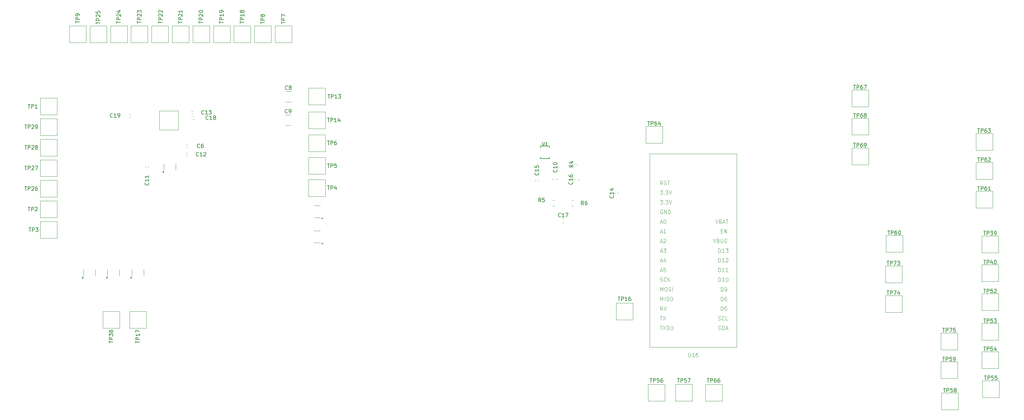
<source format=gbr>
%TF.GenerationSoftware,KiCad,Pcbnew,8.0.6*%
%TF.CreationDate,2025-04-07T11:26:50-07:00*%
%TF.ProjectId,csi_project,6373695f-7072-46f6-9a65-63742e6b6963,rev?*%
%TF.SameCoordinates,Original*%
%TF.FileFunction,Legend,Top*%
%TF.FilePolarity,Positive*%
%FSLAX46Y46*%
G04 Gerber Fmt 4.6, Leading zero omitted, Abs format (unit mm)*
G04 Created by KiCad (PCBNEW 8.0.6) date 2025-04-07 11:26:50*
%MOMM*%
%LPD*%
G01*
G04 APERTURE LIST*
%ADD10C,0.150000*%
%ADD11C,0.100000*%
%ADD12C,0.120000*%
%ADD13C,0.152400*%
G04 APERTURE END LIST*
D10*
X242901905Y-49236819D02*
X243473333Y-49236819D01*
X243187619Y-50236819D02*
X243187619Y-49236819D01*
X243806667Y-50236819D02*
X243806667Y-49236819D01*
X243806667Y-49236819D02*
X244187619Y-49236819D01*
X244187619Y-49236819D02*
X244282857Y-49284438D01*
X244282857Y-49284438D02*
X244330476Y-49332057D01*
X244330476Y-49332057D02*
X244378095Y-49427295D01*
X244378095Y-49427295D02*
X244378095Y-49570152D01*
X244378095Y-49570152D02*
X244330476Y-49665390D01*
X244330476Y-49665390D02*
X244282857Y-49713009D01*
X244282857Y-49713009D02*
X244187619Y-49760628D01*
X244187619Y-49760628D02*
X243806667Y-49760628D01*
X245235238Y-49236819D02*
X245044762Y-49236819D01*
X245044762Y-49236819D02*
X244949524Y-49284438D01*
X244949524Y-49284438D02*
X244901905Y-49332057D01*
X244901905Y-49332057D02*
X244806667Y-49474914D01*
X244806667Y-49474914D02*
X244759048Y-49665390D01*
X244759048Y-49665390D02*
X244759048Y-50046342D01*
X244759048Y-50046342D02*
X244806667Y-50141580D01*
X244806667Y-50141580D02*
X244854286Y-50189200D01*
X244854286Y-50189200D02*
X244949524Y-50236819D01*
X244949524Y-50236819D02*
X245140000Y-50236819D01*
X245140000Y-50236819D02*
X245235238Y-50189200D01*
X245235238Y-50189200D02*
X245282857Y-50141580D01*
X245282857Y-50141580D02*
X245330476Y-50046342D01*
X245330476Y-50046342D02*
X245330476Y-49808247D01*
X245330476Y-49808247D02*
X245282857Y-49713009D01*
X245282857Y-49713009D02*
X245235238Y-49665390D01*
X245235238Y-49665390D02*
X245140000Y-49617771D01*
X245140000Y-49617771D02*
X244949524Y-49617771D01*
X244949524Y-49617771D02*
X244854286Y-49665390D01*
X244854286Y-49665390D02*
X244806667Y-49713009D01*
X244806667Y-49713009D02*
X244759048Y-49808247D01*
X245901905Y-49665390D02*
X245806667Y-49617771D01*
X245806667Y-49617771D02*
X245759048Y-49570152D01*
X245759048Y-49570152D02*
X245711429Y-49474914D01*
X245711429Y-49474914D02*
X245711429Y-49427295D01*
X245711429Y-49427295D02*
X245759048Y-49332057D01*
X245759048Y-49332057D02*
X245806667Y-49284438D01*
X245806667Y-49284438D02*
X245901905Y-49236819D01*
X245901905Y-49236819D02*
X246092381Y-49236819D01*
X246092381Y-49236819D02*
X246187619Y-49284438D01*
X246187619Y-49284438D02*
X246235238Y-49332057D01*
X246235238Y-49332057D02*
X246282857Y-49427295D01*
X246282857Y-49427295D02*
X246282857Y-49474914D01*
X246282857Y-49474914D02*
X246235238Y-49570152D01*
X246235238Y-49570152D02*
X246187619Y-49617771D01*
X246187619Y-49617771D02*
X246092381Y-49665390D01*
X246092381Y-49665390D02*
X245901905Y-49665390D01*
X245901905Y-49665390D02*
X245806667Y-49713009D01*
X245806667Y-49713009D02*
X245759048Y-49760628D01*
X245759048Y-49760628D02*
X245711429Y-49855866D01*
X245711429Y-49855866D02*
X245711429Y-50046342D01*
X245711429Y-50046342D02*
X245759048Y-50141580D01*
X245759048Y-50141580D02*
X245806667Y-50189200D01*
X245806667Y-50189200D02*
X245901905Y-50236819D01*
X245901905Y-50236819D02*
X246092381Y-50236819D01*
X246092381Y-50236819D02*
X246187619Y-50189200D01*
X246187619Y-50189200D02*
X246235238Y-50141580D01*
X246235238Y-50141580D02*
X246282857Y-50046342D01*
X246282857Y-50046342D02*
X246282857Y-49855866D01*
X246282857Y-49855866D02*
X246235238Y-49760628D01*
X246235238Y-49760628D02*
X246187619Y-49713009D01*
X246187619Y-49713009D02*
X246092381Y-49665390D01*
X71056819Y-25538094D02*
X71056819Y-24966666D01*
X72056819Y-25252380D02*
X71056819Y-25252380D01*
X72056819Y-24633332D02*
X71056819Y-24633332D01*
X71056819Y-24633332D02*
X71056819Y-24252380D01*
X71056819Y-24252380D02*
X71104438Y-24157142D01*
X71104438Y-24157142D02*
X71152057Y-24109523D01*
X71152057Y-24109523D02*
X71247295Y-24061904D01*
X71247295Y-24061904D02*
X71390152Y-24061904D01*
X71390152Y-24061904D02*
X71485390Y-24109523D01*
X71485390Y-24109523D02*
X71533009Y-24157142D01*
X71533009Y-24157142D02*
X71580628Y-24252380D01*
X71580628Y-24252380D02*
X71580628Y-24633332D01*
X71152057Y-23680951D02*
X71104438Y-23633332D01*
X71104438Y-23633332D02*
X71056819Y-23538094D01*
X71056819Y-23538094D02*
X71056819Y-23299999D01*
X71056819Y-23299999D02*
X71104438Y-23204761D01*
X71104438Y-23204761D02*
X71152057Y-23157142D01*
X71152057Y-23157142D02*
X71247295Y-23109523D01*
X71247295Y-23109523D02*
X71342533Y-23109523D01*
X71342533Y-23109523D02*
X71485390Y-23157142D01*
X71485390Y-23157142D02*
X72056819Y-23728570D01*
X72056819Y-23728570D02*
X72056819Y-23109523D01*
X71056819Y-22490475D02*
X71056819Y-22395237D01*
X71056819Y-22395237D02*
X71104438Y-22299999D01*
X71104438Y-22299999D02*
X71152057Y-22252380D01*
X71152057Y-22252380D02*
X71247295Y-22204761D01*
X71247295Y-22204761D02*
X71437771Y-22157142D01*
X71437771Y-22157142D02*
X71675866Y-22157142D01*
X71675866Y-22157142D02*
X71866342Y-22204761D01*
X71866342Y-22204761D02*
X71961580Y-22252380D01*
X71961580Y-22252380D02*
X72009200Y-22299999D01*
X72009200Y-22299999D02*
X72056819Y-22395237D01*
X72056819Y-22395237D02*
X72056819Y-22490475D01*
X72056819Y-22490475D02*
X72009200Y-22585713D01*
X72009200Y-22585713D02*
X71961580Y-22633332D01*
X71961580Y-22633332D02*
X71866342Y-22680951D01*
X71866342Y-22680951D02*
X71675866Y-22728570D01*
X71675866Y-22728570D02*
X71437771Y-22728570D01*
X71437771Y-22728570D02*
X71247295Y-22680951D01*
X71247295Y-22680951D02*
X71152057Y-22633332D01*
X71152057Y-22633332D02*
X71104438Y-22585713D01*
X71104438Y-22585713D02*
X71056819Y-22490475D01*
X161238000Y-56762242D02*
X161238000Y-57409942D01*
X161238000Y-57409942D02*
X161276100Y-57486142D01*
X161276100Y-57486142D02*
X161314200Y-57524242D01*
X161314200Y-57524242D02*
X161390400Y-57562342D01*
X161390400Y-57562342D02*
X161542800Y-57562342D01*
X161542800Y-57562342D02*
X161619000Y-57524242D01*
X161619000Y-57524242D02*
X161657100Y-57486142D01*
X161657100Y-57486142D02*
X161695200Y-57409942D01*
X161695200Y-57409942D02*
X161695200Y-56762242D01*
X162495300Y-57562342D02*
X162038100Y-57562342D01*
X162266700Y-57562342D02*
X162266700Y-56762242D01*
X162266700Y-56762242D02*
X162190500Y-56876542D01*
X162190500Y-56876542D02*
X162114300Y-56952742D01*
X162114300Y-56952742D02*
X162038100Y-56990842D01*
X104738095Y-56456819D02*
X105309523Y-56456819D01*
X105023809Y-57456819D02*
X105023809Y-56456819D01*
X105642857Y-57456819D02*
X105642857Y-56456819D01*
X105642857Y-56456819D02*
X106023809Y-56456819D01*
X106023809Y-56456819D02*
X106119047Y-56504438D01*
X106119047Y-56504438D02*
X106166666Y-56552057D01*
X106166666Y-56552057D02*
X106214285Y-56647295D01*
X106214285Y-56647295D02*
X106214285Y-56790152D01*
X106214285Y-56790152D02*
X106166666Y-56885390D01*
X106166666Y-56885390D02*
X106119047Y-56933009D01*
X106119047Y-56933009D02*
X106023809Y-56980628D01*
X106023809Y-56980628D02*
X105642857Y-56980628D01*
X107071428Y-56456819D02*
X106880952Y-56456819D01*
X106880952Y-56456819D02*
X106785714Y-56504438D01*
X106785714Y-56504438D02*
X106738095Y-56552057D01*
X106738095Y-56552057D02*
X106642857Y-56694914D01*
X106642857Y-56694914D02*
X106595238Y-56885390D01*
X106595238Y-56885390D02*
X106595238Y-57266342D01*
X106595238Y-57266342D02*
X106642857Y-57361580D01*
X106642857Y-57361580D02*
X106690476Y-57409200D01*
X106690476Y-57409200D02*
X106785714Y-57456819D01*
X106785714Y-57456819D02*
X106976190Y-57456819D01*
X106976190Y-57456819D02*
X107071428Y-57409200D01*
X107071428Y-57409200D02*
X107119047Y-57361580D01*
X107119047Y-57361580D02*
X107166666Y-57266342D01*
X107166666Y-57266342D02*
X107166666Y-57028247D01*
X107166666Y-57028247D02*
X107119047Y-56933009D01*
X107119047Y-56933009D02*
X107071428Y-56885390D01*
X107071428Y-56885390D02*
X106976190Y-56837771D01*
X106976190Y-56837771D02*
X106785714Y-56837771D01*
X106785714Y-56837771D02*
X106690476Y-56885390D01*
X106690476Y-56885390D02*
X106642857Y-56933009D01*
X106642857Y-56933009D02*
X106595238Y-57028247D01*
X181061905Y-97456819D02*
X181633333Y-97456819D01*
X181347619Y-98456819D02*
X181347619Y-97456819D01*
X181966667Y-98456819D02*
X181966667Y-97456819D01*
X181966667Y-97456819D02*
X182347619Y-97456819D01*
X182347619Y-97456819D02*
X182442857Y-97504438D01*
X182442857Y-97504438D02*
X182490476Y-97552057D01*
X182490476Y-97552057D02*
X182538095Y-97647295D01*
X182538095Y-97647295D02*
X182538095Y-97790152D01*
X182538095Y-97790152D02*
X182490476Y-97885390D01*
X182490476Y-97885390D02*
X182442857Y-97933009D01*
X182442857Y-97933009D02*
X182347619Y-97980628D01*
X182347619Y-97980628D02*
X181966667Y-97980628D01*
X183490476Y-98456819D02*
X182919048Y-98456819D01*
X183204762Y-98456819D02*
X183204762Y-97456819D01*
X183204762Y-97456819D02*
X183109524Y-97599676D01*
X183109524Y-97599676D02*
X183014286Y-97694914D01*
X183014286Y-97694914D02*
X182919048Y-97742533D01*
X184347619Y-97456819D02*
X184157143Y-97456819D01*
X184157143Y-97456819D02*
X184061905Y-97504438D01*
X184061905Y-97504438D02*
X184014286Y-97552057D01*
X184014286Y-97552057D02*
X183919048Y-97694914D01*
X183919048Y-97694914D02*
X183871429Y-97885390D01*
X183871429Y-97885390D02*
X183871429Y-98266342D01*
X183871429Y-98266342D02*
X183919048Y-98361580D01*
X183919048Y-98361580D02*
X183966667Y-98409200D01*
X183966667Y-98409200D02*
X184061905Y-98456819D01*
X184061905Y-98456819D02*
X184252381Y-98456819D01*
X184252381Y-98456819D02*
X184347619Y-98409200D01*
X184347619Y-98409200D02*
X184395238Y-98361580D01*
X184395238Y-98361580D02*
X184442857Y-98266342D01*
X184442857Y-98266342D02*
X184442857Y-98028247D01*
X184442857Y-98028247D02*
X184395238Y-97933009D01*
X184395238Y-97933009D02*
X184347619Y-97885390D01*
X184347619Y-97885390D02*
X184252381Y-97837771D01*
X184252381Y-97837771D02*
X184061905Y-97837771D01*
X184061905Y-97837771D02*
X183966667Y-97885390D01*
X183966667Y-97885390D02*
X183919048Y-97933009D01*
X183919048Y-97933009D02*
X183871429Y-98028247D01*
X26338095Y-79252819D02*
X26909523Y-79252819D01*
X26623809Y-80252819D02*
X26623809Y-79252819D01*
X27242857Y-80252819D02*
X27242857Y-79252819D01*
X27242857Y-79252819D02*
X27623809Y-79252819D01*
X27623809Y-79252819D02*
X27719047Y-79300438D01*
X27719047Y-79300438D02*
X27766666Y-79348057D01*
X27766666Y-79348057D02*
X27814285Y-79443295D01*
X27814285Y-79443295D02*
X27814285Y-79586152D01*
X27814285Y-79586152D02*
X27766666Y-79681390D01*
X27766666Y-79681390D02*
X27719047Y-79729009D01*
X27719047Y-79729009D02*
X27623809Y-79776628D01*
X27623809Y-79776628D02*
X27242857Y-79776628D01*
X28147619Y-79252819D02*
X28766666Y-79252819D01*
X28766666Y-79252819D02*
X28433333Y-79633771D01*
X28433333Y-79633771D02*
X28576190Y-79633771D01*
X28576190Y-79633771D02*
X28671428Y-79681390D01*
X28671428Y-79681390D02*
X28719047Y-79729009D01*
X28719047Y-79729009D02*
X28766666Y-79824247D01*
X28766666Y-79824247D02*
X28766666Y-80062342D01*
X28766666Y-80062342D02*
X28719047Y-80157580D01*
X28719047Y-80157580D02*
X28671428Y-80205200D01*
X28671428Y-80205200D02*
X28576190Y-80252819D01*
X28576190Y-80252819D02*
X28290476Y-80252819D01*
X28290476Y-80252819D02*
X28195238Y-80205200D01*
X28195238Y-80205200D02*
X28147619Y-80157580D01*
X277061905Y-110556819D02*
X277633333Y-110556819D01*
X277347619Y-111556819D02*
X277347619Y-110556819D01*
X277966667Y-111556819D02*
X277966667Y-110556819D01*
X277966667Y-110556819D02*
X278347619Y-110556819D01*
X278347619Y-110556819D02*
X278442857Y-110604438D01*
X278442857Y-110604438D02*
X278490476Y-110652057D01*
X278490476Y-110652057D02*
X278538095Y-110747295D01*
X278538095Y-110747295D02*
X278538095Y-110890152D01*
X278538095Y-110890152D02*
X278490476Y-110985390D01*
X278490476Y-110985390D02*
X278442857Y-111033009D01*
X278442857Y-111033009D02*
X278347619Y-111080628D01*
X278347619Y-111080628D02*
X277966667Y-111080628D01*
X279442857Y-110556819D02*
X278966667Y-110556819D01*
X278966667Y-110556819D02*
X278919048Y-111033009D01*
X278919048Y-111033009D02*
X278966667Y-110985390D01*
X278966667Y-110985390D02*
X279061905Y-110937771D01*
X279061905Y-110937771D02*
X279300000Y-110937771D01*
X279300000Y-110937771D02*
X279395238Y-110985390D01*
X279395238Y-110985390D02*
X279442857Y-111033009D01*
X279442857Y-111033009D02*
X279490476Y-111128247D01*
X279490476Y-111128247D02*
X279490476Y-111366342D01*
X279490476Y-111366342D02*
X279442857Y-111461580D01*
X279442857Y-111461580D02*
X279395238Y-111509200D01*
X279395238Y-111509200D02*
X279300000Y-111556819D01*
X279300000Y-111556819D02*
X279061905Y-111556819D01*
X279061905Y-111556819D02*
X278966667Y-111509200D01*
X278966667Y-111509200D02*
X278919048Y-111461580D01*
X280347619Y-110890152D02*
X280347619Y-111556819D01*
X280109524Y-110509200D02*
X279871429Y-111223485D01*
X279871429Y-111223485D02*
X280490476Y-111223485D01*
X87254819Y-25661904D02*
X87254819Y-25090476D01*
X88254819Y-25376190D02*
X87254819Y-25376190D01*
X88254819Y-24757142D02*
X87254819Y-24757142D01*
X87254819Y-24757142D02*
X87254819Y-24376190D01*
X87254819Y-24376190D02*
X87302438Y-24280952D01*
X87302438Y-24280952D02*
X87350057Y-24233333D01*
X87350057Y-24233333D02*
X87445295Y-24185714D01*
X87445295Y-24185714D02*
X87588152Y-24185714D01*
X87588152Y-24185714D02*
X87683390Y-24233333D01*
X87683390Y-24233333D02*
X87731009Y-24280952D01*
X87731009Y-24280952D02*
X87778628Y-24376190D01*
X87778628Y-24376190D02*
X87778628Y-24757142D01*
X87683390Y-23614285D02*
X87635771Y-23709523D01*
X87635771Y-23709523D02*
X87588152Y-23757142D01*
X87588152Y-23757142D02*
X87492914Y-23804761D01*
X87492914Y-23804761D02*
X87445295Y-23804761D01*
X87445295Y-23804761D02*
X87350057Y-23757142D01*
X87350057Y-23757142D02*
X87302438Y-23709523D01*
X87302438Y-23709523D02*
X87254819Y-23614285D01*
X87254819Y-23614285D02*
X87254819Y-23423809D01*
X87254819Y-23423809D02*
X87302438Y-23328571D01*
X87302438Y-23328571D02*
X87350057Y-23280952D01*
X87350057Y-23280952D02*
X87445295Y-23233333D01*
X87445295Y-23233333D02*
X87492914Y-23233333D01*
X87492914Y-23233333D02*
X87588152Y-23280952D01*
X87588152Y-23280952D02*
X87635771Y-23328571D01*
X87635771Y-23328571D02*
X87683390Y-23423809D01*
X87683390Y-23423809D02*
X87683390Y-23614285D01*
X87683390Y-23614285D02*
X87731009Y-23709523D01*
X87731009Y-23709523D02*
X87778628Y-23757142D01*
X87778628Y-23757142D02*
X87873866Y-23804761D01*
X87873866Y-23804761D02*
X88064342Y-23804761D01*
X88064342Y-23804761D02*
X88159580Y-23757142D01*
X88159580Y-23757142D02*
X88207200Y-23709523D01*
X88207200Y-23709523D02*
X88254819Y-23614285D01*
X88254819Y-23614285D02*
X88254819Y-23423809D01*
X88254819Y-23423809D02*
X88207200Y-23328571D01*
X88207200Y-23328571D02*
X88159580Y-23280952D01*
X88159580Y-23280952D02*
X88064342Y-23233333D01*
X88064342Y-23233333D02*
X87873866Y-23233333D01*
X87873866Y-23233333D02*
X87778628Y-23280952D01*
X87778628Y-23280952D02*
X87731009Y-23328571D01*
X87731009Y-23328571D02*
X87683390Y-23423809D01*
X242901905Y-41836819D02*
X243473333Y-41836819D01*
X243187619Y-42836819D02*
X243187619Y-41836819D01*
X243806667Y-42836819D02*
X243806667Y-41836819D01*
X243806667Y-41836819D02*
X244187619Y-41836819D01*
X244187619Y-41836819D02*
X244282857Y-41884438D01*
X244282857Y-41884438D02*
X244330476Y-41932057D01*
X244330476Y-41932057D02*
X244378095Y-42027295D01*
X244378095Y-42027295D02*
X244378095Y-42170152D01*
X244378095Y-42170152D02*
X244330476Y-42265390D01*
X244330476Y-42265390D02*
X244282857Y-42313009D01*
X244282857Y-42313009D02*
X244187619Y-42360628D01*
X244187619Y-42360628D02*
X243806667Y-42360628D01*
X245235238Y-41836819D02*
X245044762Y-41836819D01*
X245044762Y-41836819D02*
X244949524Y-41884438D01*
X244949524Y-41884438D02*
X244901905Y-41932057D01*
X244901905Y-41932057D02*
X244806667Y-42074914D01*
X244806667Y-42074914D02*
X244759048Y-42265390D01*
X244759048Y-42265390D02*
X244759048Y-42646342D01*
X244759048Y-42646342D02*
X244806667Y-42741580D01*
X244806667Y-42741580D02*
X244854286Y-42789200D01*
X244854286Y-42789200D02*
X244949524Y-42836819D01*
X244949524Y-42836819D02*
X245140000Y-42836819D01*
X245140000Y-42836819D02*
X245235238Y-42789200D01*
X245235238Y-42789200D02*
X245282857Y-42741580D01*
X245282857Y-42741580D02*
X245330476Y-42646342D01*
X245330476Y-42646342D02*
X245330476Y-42408247D01*
X245330476Y-42408247D02*
X245282857Y-42313009D01*
X245282857Y-42313009D02*
X245235238Y-42265390D01*
X245235238Y-42265390D02*
X245140000Y-42217771D01*
X245140000Y-42217771D02*
X244949524Y-42217771D01*
X244949524Y-42217771D02*
X244854286Y-42265390D01*
X244854286Y-42265390D02*
X244806667Y-42313009D01*
X244806667Y-42313009D02*
X244759048Y-42408247D01*
X245663810Y-41836819D02*
X246330476Y-41836819D01*
X246330476Y-41836819D02*
X245901905Y-42836819D01*
X70957142Y-60359580D02*
X70909523Y-60407200D01*
X70909523Y-60407200D02*
X70766666Y-60454819D01*
X70766666Y-60454819D02*
X70671428Y-60454819D01*
X70671428Y-60454819D02*
X70528571Y-60407200D01*
X70528571Y-60407200D02*
X70433333Y-60311961D01*
X70433333Y-60311961D02*
X70385714Y-60216723D01*
X70385714Y-60216723D02*
X70338095Y-60026247D01*
X70338095Y-60026247D02*
X70338095Y-59883390D01*
X70338095Y-59883390D02*
X70385714Y-59692914D01*
X70385714Y-59692914D02*
X70433333Y-59597676D01*
X70433333Y-59597676D02*
X70528571Y-59502438D01*
X70528571Y-59502438D02*
X70671428Y-59454819D01*
X70671428Y-59454819D02*
X70766666Y-59454819D01*
X70766666Y-59454819D02*
X70909523Y-59502438D01*
X70909523Y-59502438D02*
X70957142Y-59550057D01*
X71909523Y-60454819D02*
X71338095Y-60454819D01*
X71623809Y-60454819D02*
X71623809Y-59454819D01*
X71623809Y-59454819D02*
X71528571Y-59597676D01*
X71528571Y-59597676D02*
X71433333Y-59692914D01*
X71433333Y-59692914D02*
X71338095Y-59740533D01*
X72290476Y-59550057D02*
X72338095Y-59502438D01*
X72338095Y-59502438D02*
X72433333Y-59454819D01*
X72433333Y-59454819D02*
X72671428Y-59454819D01*
X72671428Y-59454819D02*
X72766666Y-59502438D01*
X72766666Y-59502438D02*
X72814285Y-59550057D01*
X72814285Y-59550057D02*
X72861904Y-59645295D01*
X72861904Y-59645295D02*
X72861904Y-59740533D01*
X72861904Y-59740533D02*
X72814285Y-59883390D01*
X72814285Y-59883390D02*
X72242857Y-60454819D01*
X72242857Y-60454819D02*
X72861904Y-60454819D01*
X104736905Y-50456819D02*
X105308333Y-50456819D01*
X105022619Y-51456819D02*
X105022619Y-50456819D01*
X105641667Y-51456819D02*
X105641667Y-50456819D01*
X105641667Y-50456819D02*
X106022619Y-50456819D01*
X106022619Y-50456819D02*
X106117857Y-50504438D01*
X106117857Y-50504438D02*
X106165476Y-50552057D01*
X106165476Y-50552057D02*
X106213095Y-50647295D01*
X106213095Y-50647295D02*
X106213095Y-50790152D01*
X106213095Y-50790152D02*
X106165476Y-50885390D01*
X106165476Y-50885390D02*
X106117857Y-50933009D01*
X106117857Y-50933009D02*
X106022619Y-50980628D01*
X106022619Y-50980628D02*
X105641667Y-50980628D01*
X107165476Y-51456819D02*
X106594048Y-51456819D01*
X106879762Y-51456819D02*
X106879762Y-50456819D01*
X106879762Y-50456819D02*
X106784524Y-50599676D01*
X106784524Y-50599676D02*
X106689286Y-50694914D01*
X106689286Y-50694914D02*
X106594048Y-50742533D01*
X108022619Y-50790152D02*
X108022619Y-51456819D01*
X107784524Y-50409200D02*
X107546429Y-51123485D01*
X107546429Y-51123485D02*
X108165476Y-51123485D01*
X71233333Y-58159580D02*
X71185714Y-58207200D01*
X71185714Y-58207200D02*
X71042857Y-58254819D01*
X71042857Y-58254819D02*
X70947619Y-58254819D01*
X70947619Y-58254819D02*
X70804762Y-58207200D01*
X70804762Y-58207200D02*
X70709524Y-58111961D01*
X70709524Y-58111961D02*
X70661905Y-58016723D01*
X70661905Y-58016723D02*
X70614286Y-57826247D01*
X70614286Y-57826247D02*
X70614286Y-57683390D01*
X70614286Y-57683390D02*
X70661905Y-57492914D01*
X70661905Y-57492914D02*
X70709524Y-57397676D01*
X70709524Y-57397676D02*
X70804762Y-57302438D01*
X70804762Y-57302438D02*
X70947619Y-57254819D01*
X70947619Y-57254819D02*
X71042857Y-57254819D01*
X71042857Y-57254819D02*
X71185714Y-57302438D01*
X71185714Y-57302438D02*
X71233333Y-57350057D01*
X72090476Y-57254819D02*
X71900000Y-57254819D01*
X71900000Y-57254819D02*
X71804762Y-57302438D01*
X71804762Y-57302438D02*
X71757143Y-57350057D01*
X71757143Y-57350057D02*
X71661905Y-57492914D01*
X71661905Y-57492914D02*
X71614286Y-57683390D01*
X71614286Y-57683390D02*
X71614286Y-58064342D01*
X71614286Y-58064342D02*
X71661905Y-58159580D01*
X71661905Y-58159580D02*
X71709524Y-58207200D01*
X71709524Y-58207200D02*
X71804762Y-58254819D01*
X71804762Y-58254819D02*
X71995238Y-58254819D01*
X71995238Y-58254819D02*
X72090476Y-58207200D01*
X72090476Y-58207200D02*
X72138095Y-58159580D01*
X72138095Y-58159580D02*
X72185714Y-58064342D01*
X72185714Y-58064342D02*
X72185714Y-57826247D01*
X72185714Y-57826247D02*
X72138095Y-57731009D01*
X72138095Y-57731009D02*
X72090476Y-57683390D01*
X72090476Y-57683390D02*
X71995238Y-57635771D01*
X71995238Y-57635771D02*
X71804762Y-57635771D01*
X71804762Y-57635771D02*
X71709524Y-57683390D01*
X71709524Y-57683390D02*
X71661905Y-57731009D01*
X71661905Y-57731009D02*
X71614286Y-57826247D01*
X104738095Y-68254819D02*
X105309523Y-68254819D01*
X105023809Y-69254819D02*
X105023809Y-68254819D01*
X105642857Y-69254819D02*
X105642857Y-68254819D01*
X105642857Y-68254819D02*
X106023809Y-68254819D01*
X106023809Y-68254819D02*
X106119047Y-68302438D01*
X106119047Y-68302438D02*
X106166666Y-68350057D01*
X106166666Y-68350057D02*
X106214285Y-68445295D01*
X106214285Y-68445295D02*
X106214285Y-68588152D01*
X106214285Y-68588152D02*
X106166666Y-68683390D01*
X106166666Y-68683390D02*
X106119047Y-68731009D01*
X106119047Y-68731009D02*
X106023809Y-68778628D01*
X106023809Y-68778628D02*
X105642857Y-68778628D01*
X107071428Y-68588152D02*
X107071428Y-69254819D01*
X106833333Y-68207200D02*
X106595238Y-68921485D01*
X106595238Y-68921485D02*
X107214285Y-68921485D01*
X169067080Y-67242857D02*
X169114700Y-67290476D01*
X169114700Y-67290476D02*
X169162319Y-67433333D01*
X169162319Y-67433333D02*
X169162319Y-67528571D01*
X169162319Y-67528571D02*
X169114700Y-67671428D01*
X169114700Y-67671428D02*
X169019461Y-67766666D01*
X169019461Y-67766666D02*
X168924223Y-67814285D01*
X168924223Y-67814285D02*
X168733747Y-67861904D01*
X168733747Y-67861904D02*
X168590890Y-67861904D01*
X168590890Y-67861904D02*
X168400414Y-67814285D01*
X168400414Y-67814285D02*
X168305176Y-67766666D01*
X168305176Y-67766666D02*
X168209938Y-67671428D01*
X168209938Y-67671428D02*
X168162319Y-67528571D01*
X168162319Y-67528571D02*
X168162319Y-67433333D01*
X168162319Y-67433333D02*
X168209938Y-67290476D01*
X168209938Y-67290476D02*
X168257557Y-67242857D01*
X169162319Y-66290476D02*
X169162319Y-66861904D01*
X169162319Y-66576190D02*
X168162319Y-66576190D01*
X168162319Y-66576190D02*
X168305176Y-66671428D01*
X168305176Y-66671428D02*
X168400414Y-66766666D01*
X168400414Y-66766666D02*
X168448033Y-66861904D01*
X168162319Y-65433333D02*
X168162319Y-65623809D01*
X168162319Y-65623809D02*
X168209938Y-65719047D01*
X168209938Y-65719047D02*
X168257557Y-65766666D01*
X168257557Y-65766666D02*
X168400414Y-65861904D01*
X168400414Y-65861904D02*
X168590890Y-65909523D01*
X168590890Y-65909523D02*
X168971842Y-65909523D01*
X168971842Y-65909523D02*
X169067080Y-65861904D01*
X169067080Y-65861904D02*
X169114700Y-65814285D01*
X169114700Y-65814285D02*
X169162319Y-65719047D01*
X169162319Y-65719047D02*
X169162319Y-65528571D01*
X169162319Y-65528571D02*
X169114700Y-65433333D01*
X169114700Y-65433333D02*
X169067080Y-65385714D01*
X169067080Y-65385714D02*
X168971842Y-65338095D01*
X168971842Y-65338095D02*
X168733747Y-65338095D01*
X168733747Y-65338095D02*
X168638509Y-65385714D01*
X168638509Y-65385714D02*
X168590890Y-65433333D01*
X168590890Y-65433333D02*
X168543271Y-65528571D01*
X168543271Y-65528571D02*
X168543271Y-65719047D01*
X168543271Y-65719047D02*
X168590890Y-65814285D01*
X168590890Y-65814285D02*
X168638509Y-65861904D01*
X168638509Y-65861904D02*
X168733747Y-65909523D01*
X160833333Y-72454819D02*
X160500000Y-71978628D01*
X160261905Y-72454819D02*
X160261905Y-71454819D01*
X160261905Y-71454819D02*
X160642857Y-71454819D01*
X160642857Y-71454819D02*
X160738095Y-71502438D01*
X160738095Y-71502438D02*
X160785714Y-71550057D01*
X160785714Y-71550057D02*
X160833333Y-71645295D01*
X160833333Y-71645295D02*
X160833333Y-71788152D01*
X160833333Y-71788152D02*
X160785714Y-71883390D01*
X160785714Y-71883390D02*
X160738095Y-71931009D01*
X160738095Y-71931009D02*
X160642857Y-71978628D01*
X160642857Y-71978628D02*
X160261905Y-71978628D01*
X161738095Y-71454819D02*
X161261905Y-71454819D01*
X161261905Y-71454819D02*
X161214286Y-71931009D01*
X161214286Y-71931009D02*
X161261905Y-71883390D01*
X161261905Y-71883390D02*
X161357143Y-71835771D01*
X161357143Y-71835771D02*
X161595238Y-71835771D01*
X161595238Y-71835771D02*
X161690476Y-71883390D01*
X161690476Y-71883390D02*
X161738095Y-71931009D01*
X161738095Y-71931009D02*
X161785714Y-72026247D01*
X161785714Y-72026247D02*
X161785714Y-72264342D01*
X161785714Y-72264342D02*
X161738095Y-72359580D01*
X161738095Y-72359580D02*
X161690476Y-72407200D01*
X161690476Y-72407200D02*
X161595238Y-72454819D01*
X161595238Y-72454819D02*
X161357143Y-72454819D01*
X161357143Y-72454819D02*
X161261905Y-72407200D01*
X161261905Y-72407200D02*
X161214286Y-72359580D01*
X172033333Y-73254819D02*
X171700000Y-72778628D01*
X171461905Y-73254819D02*
X171461905Y-72254819D01*
X171461905Y-72254819D02*
X171842857Y-72254819D01*
X171842857Y-72254819D02*
X171938095Y-72302438D01*
X171938095Y-72302438D02*
X171985714Y-72350057D01*
X171985714Y-72350057D02*
X172033333Y-72445295D01*
X172033333Y-72445295D02*
X172033333Y-72588152D01*
X172033333Y-72588152D02*
X171985714Y-72683390D01*
X171985714Y-72683390D02*
X171938095Y-72731009D01*
X171938095Y-72731009D02*
X171842857Y-72778628D01*
X171842857Y-72778628D02*
X171461905Y-72778628D01*
X172890476Y-72254819D02*
X172700000Y-72254819D01*
X172700000Y-72254819D02*
X172604762Y-72302438D01*
X172604762Y-72302438D02*
X172557143Y-72350057D01*
X172557143Y-72350057D02*
X172461905Y-72492914D01*
X172461905Y-72492914D02*
X172414286Y-72683390D01*
X172414286Y-72683390D02*
X172414286Y-73064342D01*
X172414286Y-73064342D02*
X172461905Y-73159580D01*
X172461905Y-73159580D02*
X172509524Y-73207200D01*
X172509524Y-73207200D02*
X172604762Y-73254819D01*
X172604762Y-73254819D02*
X172795238Y-73254819D01*
X172795238Y-73254819D02*
X172890476Y-73207200D01*
X172890476Y-73207200D02*
X172938095Y-73159580D01*
X172938095Y-73159580D02*
X172985714Y-73064342D01*
X172985714Y-73064342D02*
X172985714Y-72826247D01*
X172985714Y-72826247D02*
X172938095Y-72731009D01*
X172938095Y-72731009D02*
X172890476Y-72683390D01*
X172890476Y-72683390D02*
X172795238Y-72635771D01*
X172795238Y-72635771D02*
X172604762Y-72635771D01*
X172604762Y-72635771D02*
X172509524Y-72683390D01*
X172509524Y-72683390D02*
X172461905Y-72731009D01*
X172461905Y-72731009D02*
X172414286Y-72826247D01*
X54856819Y-25538094D02*
X54856819Y-24966666D01*
X55856819Y-25252380D02*
X54856819Y-25252380D01*
X55856819Y-24633332D02*
X54856819Y-24633332D01*
X54856819Y-24633332D02*
X54856819Y-24252380D01*
X54856819Y-24252380D02*
X54904438Y-24157142D01*
X54904438Y-24157142D02*
X54952057Y-24109523D01*
X54952057Y-24109523D02*
X55047295Y-24061904D01*
X55047295Y-24061904D02*
X55190152Y-24061904D01*
X55190152Y-24061904D02*
X55285390Y-24109523D01*
X55285390Y-24109523D02*
X55333009Y-24157142D01*
X55333009Y-24157142D02*
X55380628Y-24252380D01*
X55380628Y-24252380D02*
X55380628Y-24633332D01*
X54952057Y-23680951D02*
X54904438Y-23633332D01*
X54904438Y-23633332D02*
X54856819Y-23538094D01*
X54856819Y-23538094D02*
X54856819Y-23299999D01*
X54856819Y-23299999D02*
X54904438Y-23204761D01*
X54904438Y-23204761D02*
X54952057Y-23157142D01*
X54952057Y-23157142D02*
X55047295Y-23109523D01*
X55047295Y-23109523D02*
X55142533Y-23109523D01*
X55142533Y-23109523D02*
X55285390Y-23157142D01*
X55285390Y-23157142D02*
X55856819Y-23728570D01*
X55856819Y-23728570D02*
X55856819Y-23109523D01*
X54856819Y-22776189D02*
X54856819Y-22157142D01*
X54856819Y-22157142D02*
X55237771Y-22490475D01*
X55237771Y-22490475D02*
X55237771Y-22347618D01*
X55237771Y-22347618D02*
X55285390Y-22252380D01*
X55285390Y-22252380D02*
X55333009Y-22204761D01*
X55333009Y-22204761D02*
X55428247Y-22157142D01*
X55428247Y-22157142D02*
X55666342Y-22157142D01*
X55666342Y-22157142D02*
X55761580Y-22204761D01*
X55761580Y-22204761D02*
X55809200Y-22252380D01*
X55809200Y-22252380D02*
X55856819Y-22347618D01*
X55856819Y-22347618D02*
X55856819Y-22633332D01*
X55856819Y-22633332D02*
X55809200Y-22728570D01*
X55809200Y-22728570D02*
X55761580Y-22776189D01*
X266301905Y-113236819D02*
X266873333Y-113236819D01*
X266587619Y-114236819D02*
X266587619Y-113236819D01*
X267206667Y-114236819D02*
X267206667Y-113236819D01*
X267206667Y-113236819D02*
X267587619Y-113236819D01*
X267587619Y-113236819D02*
X267682857Y-113284438D01*
X267682857Y-113284438D02*
X267730476Y-113332057D01*
X267730476Y-113332057D02*
X267778095Y-113427295D01*
X267778095Y-113427295D02*
X267778095Y-113570152D01*
X267778095Y-113570152D02*
X267730476Y-113665390D01*
X267730476Y-113665390D02*
X267682857Y-113713009D01*
X267682857Y-113713009D02*
X267587619Y-113760628D01*
X267587619Y-113760628D02*
X267206667Y-113760628D01*
X268682857Y-113236819D02*
X268206667Y-113236819D01*
X268206667Y-113236819D02*
X268159048Y-113713009D01*
X268159048Y-113713009D02*
X268206667Y-113665390D01*
X268206667Y-113665390D02*
X268301905Y-113617771D01*
X268301905Y-113617771D02*
X268540000Y-113617771D01*
X268540000Y-113617771D02*
X268635238Y-113665390D01*
X268635238Y-113665390D02*
X268682857Y-113713009D01*
X268682857Y-113713009D02*
X268730476Y-113808247D01*
X268730476Y-113808247D02*
X268730476Y-114046342D01*
X268730476Y-114046342D02*
X268682857Y-114141580D01*
X268682857Y-114141580D02*
X268635238Y-114189200D01*
X268635238Y-114189200D02*
X268540000Y-114236819D01*
X268540000Y-114236819D02*
X268301905Y-114236819D01*
X268301905Y-114236819D02*
X268206667Y-114189200D01*
X268206667Y-114189200D02*
X268159048Y-114141580D01*
X269206667Y-114236819D02*
X269397143Y-114236819D01*
X269397143Y-114236819D02*
X269492381Y-114189200D01*
X269492381Y-114189200D02*
X269540000Y-114141580D01*
X269540000Y-114141580D02*
X269635238Y-113998723D01*
X269635238Y-113998723D02*
X269682857Y-113808247D01*
X269682857Y-113808247D02*
X269682857Y-113427295D01*
X269682857Y-113427295D02*
X269635238Y-113332057D01*
X269635238Y-113332057D02*
X269587619Y-113284438D01*
X269587619Y-113284438D02*
X269492381Y-113236819D01*
X269492381Y-113236819D02*
X269301905Y-113236819D01*
X269301905Y-113236819D02*
X269206667Y-113284438D01*
X269206667Y-113284438D02*
X269159048Y-113332057D01*
X269159048Y-113332057D02*
X269111429Y-113427295D01*
X269111429Y-113427295D02*
X269111429Y-113665390D01*
X269111429Y-113665390D02*
X269159048Y-113760628D01*
X269159048Y-113760628D02*
X269206667Y-113808247D01*
X269206667Y-113808247D02*
X269301905Y-113855866D01*
X269301905Y-113855866D02*
X269492381Y-113855866D01*
X269492381Y-113855866D02*
X269587619Y-113808247D01*
X269587619Y-113808247D02*
X269635238Y-113760628D01*
X269635238Y-113760628D02*
X269682857Y-113665390D01*
X25261905Y-57656819D02*
X25833333Y-57656819D01*
X25547619Y-58656819D02*
X25547619Y-57656819D01*
X26166667Y-58656819D02*
X26166667Y-57656819D01*
X26166667Y-57656819D02*
X26547619Y-57656819D01*
X26547619Y-57656819D02*
X26642857Y-57704438D01*
X26642857Y-57704438D02*
X26690476Y-57752057D01*
X26690476Y-57752057D02*
X26738095Y-57847295D01*
X26738095Y-57847295D02*
X26738095Y-57990152D01*
X26738095Y-57990152D02*
X26690476Y-58085390D01*
X26690476Y-58085390D02*
X26642857Y-58133009D01*
X26642857Y-58133009D02*
X26547619Y-58180628D01*
X26547619Y-58180628D02*
X26166667Y-58180628D01*
X27119048Y-57752057D02*
X27166667Y-57704438D01*
X27166667Y-57704438D02*
X27261905Y-57656819D01*
X27261905Y-57656819D02*
X27500000Y-57656819D01*
X27500000Y-57656819D02*
X27595238Y-57704438D01*
X27595238Y-57704438D02*
X27642857Y-57752057D01*
X27642857Y-57752057D02*
X27690476Y-57847295D01*
X27690476Y-57847295D02*
X27690476Y-57942533D01*
X27690476Y-57942533D02*
X27642857Y-58085390D01*
X27642857Y-58085390D02*
X27071429Y-58656819D01*
X27071429Y-58656819D02*
X27690476Y-58656819D01*
X28261905Y-58085390D02*
X28166667Y-58037771D01*
X28166667Y-58037771D02*
X28119048Y-57990152D01*
X28119048Y-57990152D02*
X28071429Y-57894914D01*
X28071429Y-57894914D02*
X28071429Y-57847295D01*
X28071429Y-57847295D02*
X28119048Y-57752057D01*
X28119048Y-57752057D02*
X28166667Y-57704438D01*
X28166667Y-57704438D02*
X28261905Y-57656819D01*
X28261905Y-57656819D02*
X28452381Y-57656819D01*
X28452381Y-57656819D02*
X28547619Y-57704438D01*
X28547619Y-57704438D02*
X28595238Y-57752057D01*
X28595238Y-57752057D02*
X28642857Y-57847295D01*
X28642857Y-57847295D02*
X28642857Y-57894914D01*
X28642857Y-57894914D02*
X28595238Y-57990152D01*
X28595238Y-57990152D02*
X28547619Y-58037771D01*
X28547619Y-58037771D02*
X28452381Y-58085390D01*
X28452381Y-58085390D02*
X28261905Y-58085390D01*
X28261905Y-58085390D02*
X28166667Y-58133009D01*
X28166667Y-58133009D02*
X28119048Y-58180628D01*
X28119048Y-58180628D02*
X28071429Y-58275866D01*
X28071429Y-58275866D02*
X28071429Y-58466342D01*
X28071429Y-58466342D02*
X28119048Y-58561580D01*
X28119048Y-58561580D02*
X28166667Y-58609200D01*
X28166667Y-58609200D02*
X28261905Y-58656819D01*
X28261905Y-58656819D02*
X28452381Y-58656819D01*
X28452381Y-58656819D02*
X28547619Y-58609200D01*
X28547619Y-58609200D02*
X28595238Y-58561580D01*
X28595238Y-58561580D02*
X28642857Y-58466342D01*
X28642857Y-58466342D02*
X28642857Y-58275866D01*
X28642857Y-58275866D02*
X28595238Y-58180628D01*
X28595238Y-58180628D02*
X28547619Y-58133009D01*
X28547619Y-58133009D02*
X28452381Y-58085390D01*
X72357142Y-49359580D02*
X72309523Y-49407200D01*
X72309523Y-49407200D02*
X72166666Y-49454819D01*
X72166666Y-49454819D02*
X72071428Y-49454819D01*
X72071428Y-49454819D02*
X71928571Y-49407200D01*
X71928571Y-49407200D02*
X71833333Y-49311961D01*
X71833333Y-49311961D02*
X71785714Y-49216723D01*
X71785714Y-49216723D02*
X71738095Y-49026247D01*
X71738095Y-49026247D02*
X71738095Y-48883390D01*
X71738095Y-48883390D02*
X71785714Y-48692914D01*
X71785714Y-48692914D02*
X71833333Y-48597676D01*
X71833333Y-48597676D02*
X71928571Y-48502438D01*
X71928571Y-48502438D02*
X72071428Y-48454819D01*
X72071428Y-48454819D02*
X72166666Y-48454819D01*
X72166666Y-48454819D02*
X72309523Y-48502438D01*
X72309523Y-48502438D02*
X72357142Y-48550057D01*
X73309523Y-49454819D02*
X72738095Y-49454819D01*
X73023809Y-49454819D02*
X73023809Y-48454819D01*
X73023809Y-48454819D02*
X72928571Y-48597676D01*
X72928571Y-48597676D02*
X72833333Y-48692914D01*
X72833333Y-48692914D02*
X72738095Y-48740533D01*
X73642857Y-48454819D02*
X74261904Y-48454819D01*
X74261904Y-48454819D02*
X73928571Y-48835771D01*
X73928571Y-48835771D02*
X74071428Y-48835771D01*
X74071428Y-48835771D02*
X74166666Y-48883390D01*
X74166666Y-48883390D02*
X74214285Y-48931009D01*
X74214285Y-48931009D02*
X74261904Y-49026247D01*
X74261904Y-49026247D02*
X74261904Y-49264342D01*
X74261904Y-49264342D02*
X74214285Y-49359580D01*
X74214285Y-49359580D02*
X74166666Y-49407200D01*
X74166666Y-49407200D02*
X74071428Y-49454819D01*
X74071428Y-49454819D02*
X73785714Y-49454819D01*
X73785714Y-49454819D02*
X73690476Y-49407200D01*
X73690476Y-49407200D02*
X73642857Y-49359580D01*
X25261905Y-52254819D02*
X25833333Y-52254819D01*
X25547619Y-53254819D02*
X25547619Y-52254819D01*
X26166667Y-53254819D02*
X26166667Y-52254819D01*
X26166667Y-52254819D02*
X26547619Y-52254819D01*
X26547619Y-52254819D02*
X26642857Y-52302438D01*
X26642857Y-52302438D02*
X26690476Y-52350057D01*
X26690476Y-52350057D02*
X26738095Y-52445295D01*
X26738095Y-52445295D02*
X26738095Y-52588152D01*
X26738095Y-52588152D02*
X26690476Y-52683390D01*
X26690476Y-52683390D02*
X26642857Y-52731009D01*
X26642857Y-52731009D02*
X26547619Y-52778628D01*
X26547619Y-52778628D02*
X26166667Y-52778628D01*
X27119048Y-52350057D02*
X27166667Y-52302438D01*
X27166667Y-52302438D02*
X27261905Y-52254819D01*
X27261905Y-52254819D02*
X27500000Y-52254819D01*
X27500000Y-52254819D02*
X27595238Y-52302438D01*
X27595238Y-52302438D02*
X27642857Y-52350057D01*
X27642857Y-52350057D02*
X27690476Y-52445295D01*
X27690476Y-52445295D02*
X27690476Y-52540533D01*
X27690476Y-52540533D02*
X27642857Y-52683390D01*
X27642857Y-52683390D02*
X27071429Y-53254819D01*
X27071429Y-53254819D02*
X27690476Y-53254819D01*
X28166667Y-53254819D02*
X28357143Y-53254819D01*
X28357143Y-53254819D02*
X28452381Y-53207200D01*
X28452381Y-53207200D02*
X28500000Y-53159580D01*
X28500000Y-53159580D02*
X28595238Y-53016723D01*
X28595238Y-53016723D02*
X28642857Y-52826247D01*
X28642857Y-52826247D02*
X28642857Y-52445295D01*
X28642857Y-52445295D02*
X28595238Y-52350057D01*
X28595238Y-52350057D02*
X28547619Y-52302438D01*
X28547619Y-52302438D02*
X28452381Y-52254819D01*
X28452381Y-52254819D02*
X28261905Y-52254819D01*
X28261905Y-52254819D02*
X28166667Y-52302438D01*
X28166667Y-52302438D02*
X28119048Y-52350057D01*
X28119048Y-52350057D02*
X28071429Y-52445295D01*
X28071429Y-52445295D02*
X28071429Y-52683390D01*
X28071429Y-52683390D02*
X28119048Y-52778628D01*
X28119048Y-52778628D02*
X28166667Y-52826247D01*
X28166667Y-52826247D02*
X28261905Y-52873866D01*
X28261905Y-52873866D02*
X28452381Y-52873866D01*
X28452381Y-52873866D02*
X28547619Y-52826247D01*
X28547619Y-52826247D02*
X28595238Y-52778628D01*
X28595238Y-52778628D02*
X28642857Y-52683390D01*
X26138095Y-73856819D02*
X26709523Y-73856819D01*
X26423809Y-74856819D02*
X26423809Y-73856819D01*
X27042857Y-74856819D02*
X27042857Y-73856819D01*
X27042857Y-73856819D02*
X27423809Y-73856819D01*
X27423809Y-73856819D02*
X27519047Y-73904438D01*
X27519047Y-73904438D02*
X27566666Y-73952057D01*
X27566666Y-73952057D02*
X27614285Y-74047295D01*
X27614285Y-74047295D02*
X27614285Y-74190152D01*
X27614285Y-74190152D02*
X27566666Y-74285390D01*
X27566666Y-74285390D02*
X27519047Y-74333009D01*
X27519047Y-74333009D02*
X27423809Y-74380628D01*
X27423809Y-74380628D02*
X27042857Y-74380628D01*
X27995238Y-73952057D02*
X28042857Y-73904438D01*
X28042857Y-73904438D02*
X28138095Y-73856819D01*
X28138095Y-73856819D02*
X28376190Y-73856819D01*
X28376190Y-73856819D02*
X28471428Y-73904438D01*
X28471428Y-73904438D02*
X28519047Y-73952057D01*
X28519047Y-73952057D02*
X28566666Y-74047295D01*
X28566666Y-74047295D02*
X28566666Y-74142533D01*
X28566666Y-74142533D02*
X28519047Y-74285390D01*
X28519047Y-74285390D02*
X27947619Y-74856819D01*
X27947619Y-74856819D02*
X28566666Y-74856819D01*
X26138095Y-46854819D02*
X26709523Y-46854819D01*
X26423809Y-47854819D02*
X26423809Y-46854819D01*
X27042857Y-47854819D02*
X27042857Y-46854819D01*
X27042857Y-46854819D02*
X27423809Y-46854819D01*
X27423809Y-46854819D02*
X27519047Y-46902438D01*
X27519047Y-46902438D02*
X27566666Y-46950057D01*
X27566666Y-46950057D02*
X27614285Y-47045295D01*
X27614285Y-47045295D02*
X27614285Y-47188152D01*
X27614285Y-47188152D02*
X27566666Y-47283390D01*
X27566666Y-47283390D02*
X27519047Y-47331009D01*
X27519047Y-47331009D02*
X27423809Y-47378628D01*
X27423809Y-47378628D02*
X27042857Y-47378628D01*
X28566666Y-47854819D02*
X27995238Y-47854819D01*
X28280952Y-47854819D02*
X28280952Y-46854819D01*
X28280952Y-46854819D02*
X28185714Y-46997676D01*
X28185714Y-46997676D02*
X28090476Y-47092914D01*
X28090476Y-47092914D02*
X27995238Y-47140533D01*
X266301905Y-105636819D02*
X266873333Y-105636819D01*
X266587619Y-106636819D02*
X266587619Y-105636819D01*
X267206667Y-106636819D02*
X267206667Y-105636819D01*
X267206667Y-105636819D02*
X267587619Y-105636819D01*
X267587619Y-105636819D02*
X267682857Y-105684438D01*
X267682857Y-105684438D02*
X267730476Y-105732057D01*
X267730476Y-105732057D02*
X267778095Y-105827295D01*
X267778095Y-105827295D02*
X267778095Y-105970152D01*
X267778095Y-105970152D02*
X267730476Y-106065390D01*
X267730476Y-106065390D02*
X267682857Y-106113009D01*
X267682857Y-106113009D02*
X267587619Y-106160628D01*
X267587619Y-106160628D02*
X267206667Y-106160628D01*
X268111429Y-105636819D02*
X268778095Y-105636819D01*
X268778095Y-105636819D02*
X268349524Y-106636819D01*
X269635238Y-105636819D02*
X269159048Y-105636819D01*
X269159048Y-105636819D02*
X269111429Y-106113009D01*
X269111429Y-106113009D02*
X269159048Y-106065390D01*
X269159048Y-106065390D02*
X269254286Y-106017771D01*
X269254286Y-106017771D02*
X269492381Y-106017771D01*
X269492381Y-106017771D02*
X269587619Y-106065390D01*
X269587619Y-106065390D02*
X269635238Y-106113009D01*
X269635238Y-106113009D02*
X269682857Y-106208247D01*
X269682857Y-106208247D02*
X269682857Y-106446342D01*
X269682857Y-106446342D02*
X269635238Y-106541580D01*
X269635238Y-106541580D02*
X269587619Y-106589200D01*
X269587619Y-106589200D02*
X269492381Y-106636819D01*
X269492381Y-106636819D02*
X269254286Y-106636819D01*
X269254286Y-106636819D02*
X269159048Y-106589200D01*
X269159048Y-106589200D02*
X269111429Y-106541580D01*
X166019642Y-76329580D02*
X165972023Y-76377200D01*
X165972023Y-76377200D02*
X165829166Y-76424819D01*
X165829166Y-76424819D02*
X165733928Y-76424819D01*
X165733928Y-76424819D02*
X165591071Y-76377200D01*
X165591071Y-76377200D02*
X165495833Y-76281961D01*
X165495833Y-76281961D02*
X165448214Y-76186723D01*
X165448214Y-76186723D02*
X165400595Y-75996247D01*
X165400595Y-75996247D02*
X165400595Y-75853390D01*
X165400595Y-75853390D02*
X165448214Y-75662914D01*
X165448214Y-75662914D02*
X165495833Y-75567676D01*
X165495833Y-75567676D02*
X165591071Y-75472438D01*
X165591071Y-75472438D02*
X165733928Y-75424819D01*
X165733928Y-75424819D02*
X165829166Y-75424819D01*
X165829166Y-75424819D02*
X165972023Y-75472438D01*
X165972023Y-75472438D02*
X166019642Y-75520057D01*
X166972023Y-76424819D02*
X166400595Y-76424819D01*
X166686309Y-76424819D02*
X166686309Y-75424819D01*
X166686309Y-75424819D02*
X166591071Y-75567676D01*
X166591071Y-75567676D02*
X166495833Y-75662914D01*
X166495833Y-75662914D02*
X166400595Y-75710533D01*
X167305357Y-75424819D02*
X167972023Y-75424819D01*
X167972023Y-75424819D02*
X167543452Y-76424819D01*
X54454819Y-109538094D02*
X54454819Y-108966666D01*
X55454819Y-109252380D02*
X54454819Y-109252380D01*
X55454819Y-108633332D02*
X54454819Y-108633332D01*
X54454819Y-108633332D02*
X54454819Y-108252380D01*
X54454819Y-108252380D02*
X54502438Y-108157142D01*
X54502438Y-108157142D02*
X54550057Y-108109523D01*
X54550057Y-108109523D02*
X54645295Y-108061904D01*
X54645295Y-108061904D02*
X54788152Y-108061904D01*
X54788152Y-108061904D02*
X54883390Y-108109523D01*
X54883390Y-108109523D02*
X54931009Y-108157142D01*
X54931009Y-108157142D02*
X54978628Y-108252380D01*
X54978628Y-108252380D02*
X54978628Y-108633332D01*
X55454819Y-107109523D02*
X55454819Y-107680951D01*
X55454819Y-107395237D02*
X54454819Y-107395237D01*
X54454819Y-107395237D02*
X54597676Y-107490475D01*
X54597676Y-107490475D02*
X54692914Y-107585713D01*
X54692914Y-107585713D02*
X54740533Y-107680951D01*
X54454819Y-106776189D02*
X54454819Y-106109523D01*
X54454819Y-106109523D02*
X55454819Y-106538094D01*
X277061905Y-103156819D02*
X277633333Y-103156819D01*
X277347619Y-104156819D02*
X277347619Y-103156819D01*
X277966667Y-104156819D02*
X277966667Y-103156819D01*
X277966667Y-103156819D02*
X278347619Y-103156819D01*
X278347619Y-103156819D02*
X278442857Y-103204438D01*
X278442857Y-103204438D02*
X278490476Y-103252057D01*
X278490476Y-103252057D02*
X278538095Y-103347295D01*
X278538095Y-103347295D02*
X278538095Y-103490152D01*
X278538095Y-103490152D02*
X278490476Y-103585390D01*
X278490476Y-103585390D02*
X278442857Y-103633009D01*
X278442857Y-103633009D02*
X278347619Y-103680628D01*
X278347619Y-103680628D02*
X277966667Y-103680628D01*
X279442857Y-103156819D02*
X278966667Y-103156819D01*
X278966667Y-103156819D02*
X278919048Y-103633009D01*
X278919048Y-103633009D02*
X278966667Y-103585390D01*
X278966667Y-103585390D02*
X279061905Y-103537771D01*
X279061905Y-103537771D02*
X279300000Y-103537771D01*
X279300000Y-103537771D02*
X279395238Y-103585390D01*
X279395238Y-103585390D02*
X279442857Y-103633009D01*
X279442857Y-103633009D02*
X279490476Y-103728247D01*
X279490476Y-103728247D02*
X279490476Y-103966342D01*
X279490476Y-103966342D02*
X279442857Y-104061580D01*
X279442857Y-104061580D02*
X279395238Y-104109200D01*
X279395238Y-104109200D02*
X279300000Y-104156819D01*
X279300000Y-104156819D02*
X279061905Y-104156819D01*
X279061905Y-104156819D02*
X278966667Y-104109200D01*
X278966667Y-104109200D02*
X278919048Y-104061580D01*
X279823810Y-103156819D02*
X280442857Y-103156819D01*
X280442857Y-103156819D02*
X280109524Y-103537771D01*
X280109524Y-103537771D02*
X280252381Y-103537771D01*
X280252381Y-103537771D02*
X280347619Y-103585390D01*
X280347619Y-103585390D02*
X280395238Y-103633009D01*
X280395238Y-103633009D02*
X280442857Y-103728247D01*
X280442857Y-103728247D02*
X280442857Y-103966342D01*
X280442857Y-103966342D02*
X280395238Y-104061580D01*
X280395238Y-104061580D02*
X280347619Y-104109200D01*
X280347619Y-104109200D02*
X280252381Y-104156819D01*
X280252381Y-104156819D02*
X279966667Y-104156819D01*
X279966667Y-104156819D02*
X279871429Y-104109200D01*
X279871429Y-104109200D02*
X279823810Y-104061580D01*
X92656819Y-25661904D02*
X92656819Y-25090476D01*
X93656819Y-25376190D02*
X92656819Y-25376190D01*
X93656819Y-24757142D02*
X92656819Y-24757142D01*
X92656819Y-24757142D02*
X92656819Y-24376190D01*
X92656819Y-24376190D02*
X92704438Y-24280952D01*
X92704438Y-24280952D02*
X92752057Y-24233333D01*
X92752057Y-24233333D02*
X92847295Y-24185714D01*
X92847295Y-24185714D02*
X92990152Y-24185714D01*
X92990152Y-24185714D02*
X93085390Y-24233333D01*
X93085390Y-24233333D02*
X93133009Y-24280952D01*
X93133009Y-24280952D02*
X93180628Y-24376190D01*
X93180628Y-24376190D02*
X93180628Y-24757142D01*
X92656819Y-23852380D02*
X92656819Y-23185714D01*
X92656819Y-23185714D02*
X93656819Y-23614285D01*
X275501905Y-53236819D02*
X276073333Y-53236819D01*
X275787619Y-54236819D02*
X275787619Y-53236819D01*
X276406667Y-54236819D02*
X276406667Y-53236819D01*
X276406667Y-53236819D02*
X276787619Y-53236819D01*
X276787619Y-53236819D02*
X276882857Y-53284438D01*
X276882857Y-53284438D02*
X276930476Y-53332057D01*
X276930476Y-53332057D02*
X276978095Y-53427295D01*
X276978095Y-53427295D02*
X276978095Y-53570152D01*
X276978095Y-53570152D02*
X276930476Y-53665390D01*
X276930476Y-53665390D02*
X276882857Y-53713009D01*
X276882857Y-53713009D02*
X276787619Y-53760628D01*
X276787619Y-53760628D02*
X276406667Y-53760628D01*
X277835238Y-53236819D02*
X277644762Y-53236819D01*
X277644762Y-53236819D02*
X277549524Y-53284438D01*
X277549524Y-53284438D02*
X277501905Y-53332057D01*
X277501905Y-53332057D02*
X277406667Y-53474914D01*
X277406667Y-53474914D02*
X277359048Y-53665390D01*
X277359048Y-53665390D02*
X277359048Y-54046342D01*
X277359048Y-54046342D02*
X277406667Y-54141580D01*
X277406667Y-54141580D02*
X277454286Y-54189200D01*
X277454286Y-54189200D02*
X277549524Y-54236819D01*
X277549524Y-54236819D02*
X277740000Y-54236819D01*
X277740000Y-54236819D02*
X277835238Y-54189200D01*
X277835238Y-54189200D02*
X277882857Y-54141580D01*
X277882857Y-54141580D02*
X277930476Y-54046342D01*
X277930476Y-54046342D02*
X277930476Y-53808247D01*
X277930476Y-53808247D02*
X277882857Y-53713009D01*
X277882857Y-53713009D02*
X277835238Y-53665390D01*
X277835238Y-53665390D02*
X277740000Y-53617771D01*
X277740000Y-53617771D02*
X277549524Y-53617771D01*
X277549524Y-53617771D02*
X277454286Y-53665390D01*
X277454286Y-53665390D02*
X277406667Y-53713009D01*
X277406667Y-53713009D02*
X277359048Y-53808247D01*
X278263810Y-53236819D02*
X278882857Y-53236819D01*
X278882857Y-53236819D02*
X278549524Y-53617771D01*
X278549524Y-53617771D02*
X278692381Y-53617771D01*
X278692381Y-53617771D02*
X278787619Y-53665390D01*
X278787619Y-53665390D02*
X278835238Y-53713009D01*
X278835238Y-53713009D02*
X278882857Y-53808247D01*
X278882857Y-53808247D02*
X278882857Y-54046342D01*
X278882857Y-54046342D02*
X278835238Y-54141580D01*
X278835238Y-54141580D02*
X278787619Y-54189200D01*
X278787619Y-54189200D02*
X278692381Y-54236819D01*
X278692381Y-54236819D02*
X278406667Y-54236819D01*
X278406667Y-54236819D02*
X278311429Y-54189200D01*
X278311429Y-54189200D02*
X278263810Y-54141580D01*
X104861905Y-44256819D02*
X105433333Y-44256819D01*
X105147619Y-45256819D02*
X105147619Y-44256819D01*
X105766667Y-45256819D02*
X105766667Y-44256819D01*
X105766667Y-44256819D02*
X106147619Y-44256819D01*
X106147619Y-44256819D02*
X106242857Y-44304438D01*
X106242857Y-44304438D02*
X106290476Y-44352057D01*
X106290476Y-44352057D02*
X106338095Y-44447295D01*
X106338095Y-44447295D02*
X106338095Y-44590152D01*
X106338095Y-44590152D02*
X106290476Y-44685390D01*
X106290476Y-44685390D02*
X106242857Y-44733009D01*
X106242857Y-44733009D02*
X106147619Y-44780628D01*
X106147619Y-44780628D02*
X105766667Y-44780628D01*
X107290476Y-45256819D02*
X106719048Y-45256819D01*
X107004762Y-45256819D02*
X107004762Y-44256819D01*
X107004762Y-44256819D02*
X106909524Y-44399676D01*
X106909524Y-44399676D02*
X106814286Y-44494914D01*
X106814286Y-44494914D02*
X106719048Y-44542533D01*
X107623810Y-44256819D02*
X108242857Y-44256819D01*
X108242857Y-44256819D02*
X107909524Y-44637771D01*
X107909524Y-44637771D02*
X108052381Y-44637771D01*
X108052381Y-44637771D02*
X108147619Y-44685390D01*
X108147619Y-44685390D02*
X108195238Y-44733009D01*
X108195238Y-44733009D02*
X108242857Y-44828247D01*
X108242857Y-44828247D02*
X108242857Y-45066342D01*
X108242857Y-45066342D02*
X108195238Y-45161580D01*
X108195238Y-45161580D02*
X108147619Y-45209200D01*
X108147619Y-45209200D02*
X108052381Y-45256819D01*
X108052381Y-45256819D02*
X107766667Y-45256819D01*
X107766667Y-45256819D02*
X107671429Y-45209200D01*
X107671429Y-45209200D02*
X107623810Y-45161580D01*
X48357142Y-50159580D02*
X48309523Y-50207200D01*
X48309523Y-50207200D02*
X48166666Y-50254819D01*
X48166666Y-50254819D02*
X48071428Y-50254819D01*
X48071428Y-50254819D02*
X47928571Y-50207200D01*
X47928571Y-50207200D02*
X47833333Y-50111961D01*
X47833333Y-50111961D02*
X47785714Y-50016723D01*
X47785714Y-50016723D02*
X47738095Y-49826247D01*
X47738095Y-49826247D02*
X47738095Y-49683390D01*
X47738095Y-49683390D02*
X47785714Y-49492914D01*
X47785714Y-49492914D02*
X47833333Y-49397676D01*
X47833333Y-49397676D02*
X47928571Y-49302438D01*
X47928571Y-49302438D02*
X48071428Y-49254819D01*
X48071428Y-49254819D02*
X48166666Y-49254819D01*
X48166666Y-49254819D02*
X48309523Y-49302438D01*
X48309523Y-49302438D02*
X48357142Y-49350057D01*
X49309523Y-50254819D02*
X48738095Y-50254819D01*
X49023809Y-50254819D02*
X49023809Y-49254819D01*
X49023809Y-49254819D02*
X48928571Y-49397676D01*
X48928571Y-49397676D02*
X48833333Y-49492914D01*
X48833333Y-49492914D02*
X48738095Y-49540533D01*
X49785714Y-50254819D02*
X49976190Y-50254819D01*
X49976190Y-50254819D02*
X50071428Y-50207200D01*
X50071428Y-50207200D02*
X50119047Y-50159580D01*
X50119047Y-50159580D02*
X50214285Y-50016723D01*
X50214285Y-50016723D02*
X50261904Y-49826247D01*
X50261904Y-49826247D02*
X50261904Y-49445295D01*
X50261904Y-49445295D02*
X50214285Y-49350057D01*
X50214285Y-49350057D02*
X50166666Y-49302438D01*
X50166666Y-49302438D02*
X50071428Y-49254819D01*
X50071428Y-49254819D02*
X49880952Y-49254819D01*
X49880952Y-49254819D02*
X49785714Y-49302438D01*
X49785714Y-49302438D02*
X49738095Y-49350057D01*
X49738095Y-49350057D02*
X49690476Y-49445295D01*
X49690476Y-49445295D02*
X49690476Y-49683390D01*
X49690476Y-49683390D02*
X49738095Y-49778628D01*
X49738095Y-49778628D02*
X49785714Y-49826247D01*
X49785714Y-49826247D02*
X49880952Y-49873866D01*
X49880952Y-49873866D02*
X50071428Y-49873866D01*
X50071428Y-49873866D02*
X50166666Y-49826247D01*
X50166666Y-49826247D02*
X50214285Y-49778628D01*
X50214285Y-49778628D02*
X50261904Y-49683390D01*
X94270833Y-49059580D02*
X94223214Y-49107200D01*
X94223214Y-49107200D02*
X94080357Y-49154819D01*
X94080357Y-49154819D02*
X93985119Y-49154819D01*
X93985119Y-49154819D02*
X93842262Y-49107200D01*
X93842262Y-49107200D02*
X93747024Y-49011961D01*
X93747024Y-49011961D02*
X93699405Y-48916723D01*
X93699405Y-48916723D02*
X93651786Y-48726247D01*
X93651786Y-48726247D02*
X93651786Y-48583390D01*
X93651786Y-48583390D02*
X93699405Y-48392914D01*
X93699405Y-48392914D02*
X93747024Y-48297676D01*
X93747024Y-48297676D02*
X93842262Y-48202438D01*
X93842262Y-48202438D02*
X93985119Y-48154819D01*
X93985119Y-48154819D02*
X94080357Y-48154819D01*
X94080357Y-48154819D02*
X94223214Y-48202438D01*
X94223214Y-48202438D02*
X94270833Y-48250057D01*
X94747024Y-49154819D02*
X94937500Y-49154819D01*
X94937500Y-49154819D02*
X95032738Y-49107200D01*
X95032738Y-49107200D02*
X95080357Y-49059580D01*
X95080357Y-49059580D02*
X95175595Y-48916723D01*
X95175595Y-48916723D02*
X95223214Y-48726247D01*
X95223214Y-48726247D02*
X95223214Y-48345295D01*
X95223214Y-48345295D02*
X95175595Y-48250057D01*
X95175595Y-48250057D02*
X95127976Y-48202438D01*
X95127976Y-48202438D02*
X95032738Y-48154819D01*
X95032738Y-48154819D02*
X94842262Y-48154819D01*
X94842262Y-48154819D02*
X94747024Y-48202438D01*
X94747024Y-48202438D02*
X94699405Y-48250057D01*
X94699405Y-48250057D02*
X94651786Y-48345295D01*
X94651786Y-48345295D02*
X94651786Y-48583390D01*
X94651786Y-48583390D02*
X94699405Y-48678628D01*
X94699405Y-48678628D02*
X94747024Y-48726247D01*
X94747024Y-48726247D02*
X94842262Y-48773866D01*
X94842262Y-48773866D02*
X95032738Y-48773866D01*
X95032738Y-48773866D02*
X95127976Y-48726247D01*
X95127976Y-48726247D02*
X95175595Y-48678628D01*
X95175595Y-48678628D02*
X95223214Y-48583390D01*
X25261905Y-68456819D02*
X25833333Y-68456819D01*
X25547619Y-69456819D02*
X25547619Y-68456819D01*
X26166667Y-69456819D02*
X26166667Y-68456819D01*
X26166667Y-68456819D02*
X26547619Y-68456819D01*
X26547619Y-68456819D02*
X26642857Y-68504438D01*
X26642857Y-68504438D02*
X26690476Y-68552057D01*
X26690476Y-68552057D02*
X26738095Y-68647295D01*
X26738095Y-68647295D02*
X26738095Y-68790152D01*
X26738095Y-68790152D02*
X26690476Y-68885390D01*
X26690476Y-68885390D02*
X26642857Y-68933009D01*
X26642857Y-68933009D02*
X26547619Y-68980628D01*
X26547619Y-68980628D02*
X26166667Y-68980628D01*
X27119048Y-68552057D02*
X27166667Y-68504438D01*
X27166667Y-68504438D02*
X27261905Y-68456819D01*
X27261905Y-68456819D02*
X27500000Y-68456819D01*
X27500000Y-68456819D02*
X27595238Y-68504438D01*
X27595238Y-68504438D02*
X27642857Y-68552057D01*
X27642857Y-68552057D02*
X27690476Y-68647295D01*
X27690476Y-68647295D02*
X27690476Y-68742533D01*
X27690476Y-68742533D02*
X27642857Y-68885390D01*
X27642857Y-68885390D02*
X27071429Y-69456819D01*
X27071429Y-69456819D02*
X27690476Y-69456819D01*
X28547619Y-68456819D02*
X28357143Y-68456819D01*
X28357143Y-68456819D02*
X28261905Y-68504438D01*
X28261905Y-68504438D02*
X28214286Y-68552057D01*
X28214286Y-68552057D02*
X28119048Y-68694914D01*
X28119048Y-68694914D02*
X28071429Y-68885390D01*
X28071429Y-68885390D02*
X28071429Y-69266342D01*
X28071429Y-69266342D02*
X28119048Y-69361580D01*
X28119048Y-69361580D02*
X28166667Y-69409200D01*
X28166667Y-69409200D02*
X28261905Y-69456819D01*
X28261905Y-69456819D02*
X28452381Y-69456819D01*
X28452381Y-69456819D02*
X28547619Y-69409200D01*
X28547619Y-69409200D02*
X28595238Y-69361580D01*
X28595238Y-69361580D02*
X28642857Y-69266342D01*
X28642857Y-69266342D02*
X28642857Y-69028247D01*
X28642857Y-69028247D02*
X28595238Y-68933009D01*
X28595238Y-68933009D02*
X28547619Y-68885390D01*
X28547619Y-68885390D02*
X28452381Y-68837771D01*
X28452381Y-68837771D02*
X28261905Y-68837771D01*
X28261905Y-68837771D02*
X28166667Y-68885390D01*
X28166667Y-68885390D02*
X28119048Y-68933009D01*
X28119048Y-68933009D02*
X28071429Y-69028247D01*
X277061905Y-95356819D02*
X277633333Y-95356819D01*
X277347619Y-96356819D02*
X277347619Y-95356819D01*
X277966667Y-96356819D02*
X277966667Y-95356819D01*
X277966667Y-95356819D02*
X278347619Y-95356819D01*
X278347619Y-95356819D02*
X278442857Y-95404438D01*
X278442857Y-95404438D02*
X278490476Y-95452057D01*
X278490476Y-95452057D02*
X278538095Y-95547295D01*
X278538095Y-95547295D02*
X278538095Y-95690152D01*
X278538095Y-95690152D02*
X278490476Y-95785390D01*
X278490476Y-95785390D02*
X278442857Y-95833009D01*
X278442857Y-95833009D02*
X278347619Y-95880628D01*
X278347619Y-95880628D02*
X277966667Y-95880628D01*
X279442857Y-95356819D02*
X278966667Y-95356819D01*
X278966667Y-95356819D02*
X278919048Y-95833009D01*
X278919048Y-95833009D02*
X278966667Y-95785390D01*
X278966667Y-95785390D02*
X279061905Y-95737771D01*
X279061905Y-95737771D02*
X279300000Y-95737771D01*
X279300000Y-95737771D02*
X279395238Y-95785390D01*
X279395238Y-95785390D02*
X279442857Y-95833009D01*
X279442857Y-95833009D02*
X279490476Y-95928247D01*
X279490476Y-95928247D02*
X279490476Y-96166342D01*
X279490476Y-96166342D02*
X279442857Y-96261580D01*
X279442857Y-96261580D02*
X279395238Y-96309200D01*
X279395238Y-96309200D02*
X279300000Y-96356819D01*
X279300000Y-96356819D02*
X279061905Y-96356819D01*
X279061905Y-96356819D02*
X278966667Y-96309200D01*
X278966667Y-96309200D02*
X278919048Y-96261580D01*
X279871429Y-95452057D02*
X279919048Y-95404438D01*
X279919048Y-95404438D02*
X280014286Y-95356819D01*
X280014286Y-95356819D02*
X280252381Y-95356819D01*
X280252381Y-95356819D02*
X280347619Y-95404438D01*
X280347619Y-95404438D02*
X280395238Y-95452057D01*
X280395238Y-95452057D02*
X280442857Y-95547295D01*
X280442857Y-95547295D02*
X280442857Y-95642533D01*
X280442857Y-95642533D02*
X280395238Y-95785390D01*
X280395238Y-95785390D02*
X279823810Y-96356819D01*
X279823810Y-96356819D02*
X280442857Y-96356819D01*
X275501905Y-60836819D02*
X276073333Y-60836819D01*
X275787619Y-61836819D02*
X275787619Y-60836819D01*
X276406667Y-61836819D02*
X276406667Y-60836819D01*
X276406667Y-60836819D02*
X276787619Y-60836819D01*
X276787619Y-60836819D02*
X276882857Y-60884438D01*
X276882857Y-60884438D02*
X276930476Y-60932057D01*
X276930476Y-60932057D02*
X276978095Y-61027295D01*
X276978095Y-61027295D02*
X276978095Y-61170152D01*
X276978095Y-61170152D02*
X276930476Y-61265390D01*
X276930476Y-61265390D02*
X276882857Y-61313009D01*
X276882857Y-61313009D02*
X276787619Y-61360628D01*
X276787619Y-61360628D02*
X276406667Y-61360628D01*
X277835238Y-60836819D02*
X277644762Y-60836819D01*
X277644762Y-60836819D02*
X277549524Y-60884438D01*
X277549524Y-60884438D02*
X277501905Y-60932057D01*
X277501905Y-60932057D02*
X277406667Y-61074914D01*
X277406667Y-61074914D02*
X277359048Y-61265390D01*
X277359048Y-61265390D02*
X277359048Y-61646342D01*
X277359048Y-61646342D02*
X277406667Y-61741580D01*
X277406667Y-61741580D02*
X277454286Y-61789200D01*
X277454286Y-61789200D02*
X277549524Y-61836819D01*
X277549524Y-61836819D02*
X277740000Y-61836819D01*
X277740000Y-61836819D02*
X277835238Y-61789200D01*
X277835238Y-61789200D02*
X277882857Y-61741580D01*
X277882857Y-61741580D02*
X277930476Y-61646342D01*
X277930476Y-61646342D02*
X277930476Y-61408247D01*
X277930476Y-61408247D02*
X277882857Y-61313009D01*
X277882857Y-61313009D02*
X277835238Y-61265390D01*
X277835238Y-61265390D02*
X277740000Y-61217771D01*
X277740000Y-61217771D02*
X277549524Y-61217771D01*
X277549524Y-61217771D02*
X277454286Y-61265390D01*
X277454286Y-61265390D02*
X277406667Y-61313009D01*
X277406667Y-61313009D02*
X277359048Y-61408247D01*
X278311429Y-60932057D02*
X278359048Y-60884438D01*
X278359048Y-60884438D02*
X278454286Y-60836819D01*
X278454286Y-60836819D02*
X278692381Y-60836819D01*
X278692381Y-60836819D02*
X278787619Y-60884438D01*
X278787619Y-60884438D02*
X278835238Y-60932057D01*
X278835238Y-60932057D02*
X278882857Y-61027295D01*
X278882857Y-61027295D02*
X278882857Y-61122533D01*
X278882857Y-61122533D02*
X278835238Y-61265390D01*
X278835238Y-61265390D02*
X278263810Y-61836819D01*
X278263810Y-61836819D02*
X278882857Y-61836819D01*
X57759580Y-67442857D02*
X57807200Y-67490476D01*
X57807200Y-67490476D02*
X57854819Y-67633333D01*
X57854819Y-67633333D02*
X57854819Y-67728571D01*
X57854819Y-67728571D02*
X57807200Y-67871428D01*
X57807200Y-67871428D02*
X57711961Y-67966666D01*
X57711961Y-67966666D02*
X57616723Y-68014285D01*
X57616723Y-68014285D02*
X57426247Y-68061904D01*
X57426247Y-68061904D02*
X57283390Y-68061904D01*
X57283390Y-68061904D02*
X57092914Y-68014285D01*
X57092914Y-68014285D02*
X56997676Y-67966666D01*
X56997676Y-67966666D02*
X56902438Y-67871428D01*
X56902438Y-67871428D02*
X56854819Y-67728571D01*
X56854819Y-67728571D02*
X56854819Y-67633333D01*
X56854819Y-67633333D02*
X56902438Y-67490476D01*
X56902438Y-67490476D02*
X56950057Y-67442857D01*
X57854819Y-66490476D02*
X57854819Y-67061904D01*
X57854819Y-66776190D02*
X56854819Y-66776190D01*
X56854819Y-66776190D02*
X56997676Y-66871428D01*
X56997676Y-66871428D02*
X57092914Y-66966666D01*
X57092914Y-66966666D02*
X57140533Y-67061904D01*
X57854819Y-65538095D02*
X57854819Y-66109523D01*
X57854819Y-65823809D02*
X56854819Y-65823809D01*
X56854819Y-65823809D02*
X56997676Y-65919047D01*
X56997676Y-65919047D02*
X57092914Y-66014285D01*
X57092914Y-66014285D02*
X57140533Y-66109523D01*
X266501905Y-121436819D02*
X267073333Y-121436819D01*
X266787619Y-122436819D02*
X266787619Y-121436819D01*
X267406667Y-122436819D02*
X267406667Y-121436819D01*
X267406667Y-121436819D02*
X267787619Y-121436819D01*
X267787619Y-121436819D02*
X267882857Y-121484438D01*
X267882857Y-121484438D02*
X267930476Y-121532057D01*
X267930476Y-121532057D02*
X267978095Y-121627295D01*
X267978095Y-121627295D02*
X267978095Y-121770152D01*
X267978095Y-121770152D02*
X267930476Y-121865390D01*
X267930476Y-121865390D02*
X267882857Y-121913009D01*
X267882857Y-121913009D02*
X267787619Y-121960628D01*
X267787619Y-121960628D02*
X267406667Y-121960628D01*
X268882857Y-121436819D02*
X268406667Y-121436819D01*
X268406667Y-121436819D02*
X268359048Y-121913009D01*
X268359048Y-121913009D02*
X268406667Y-121865390D01*
X268406667Y-121865390D02*
X268501905Y-121817771D01*
X268501905Y-121817771D02*
X268740000Y-121817771D01*
X268740000Y-121817771D02*
X268835238Y-121865390D01*
X268835238Y-121865390D02*
X268882857Y-121913009D01*
X268882857Y-121913009D02*
X268930476Y-122008247D01*
X268930476Y-122008247D02*
X268930476Y-122246342D01*
X268930476Y-122246342D02*
X268882857Y-122341580D01*
X268882857Y-122341580D02*
X268835238Y-122389200D01*
X268835238Y-122389200D02*
X268740000Y-122436819D01*
X268740000Y-122436819D02*
X268501905Y-122436819D01*
X268501905Y-122436819D02*
X268406667Y-122389200D01*
X268406667Y-122389200D02*
X268359048Y-122341580D01*
X269501905Y-121865390D02*
X269406667Y-121817771D01*
X269406667Y-121817771D02*
X269359048Y-121770152D01*
X269359048Y-121770152D02*
X269311429Y-121674914D01*
X269311429Y-121674914D02*
X269311429Y-121627295D01*
X269311429Y-121627295D02*
X269359048Y-121532057D01*
X269359048Y-121532057D02*
X269406667Y-121484438D01*
X269406667Y-121484438D02*
X269501905Y-121436819D01*
X269501905Y-121436819D02*
X269692381Y-121436819D01*
X269692381Y-121436819D02*
X269787619Y-121484438D01*
X269787619Y-121484438D02*
X269835238Y-121532057D01*
X269835238Y-121532057D02*
X269882857Y-121627295D01*
X269882857Y-121627295D02*
X269882857Y-121674914D01*
X269882857Y-121674914D02*
X269835238Y-121770152D01*
X269835238Y-121770152D02*
X269787619Y-121817771D01*
X269787619Y-121817771D02*
X269692381Y-121865390D01*
X269692381Y-121865390D02*
X269501905Y-121865390D01*
X269501905Y-121865390D02*
X269406667Y-121913009D01*
X269406667Y-121913009D02*
X269359048Y-121960628D01*
X269359048Y-121960628D02*
X269311429Y-122055866D01*
X269311429Y-122055866D02*
X269311429Y-122246342D01*
X269311429Y-122246342D02*
X269359048Y-122341580D01*
X269359048Y-122341580D02*
X269406667Y-122389200D01*
X269406667Y-122389200D02*
X269501905Y-122436819D01*
X269501905Y-122436819D02*
X269692381Y-122436819D01*
X269692381Y-122436819D02*
X269787619Y-122389200D01*
X269787619Y-122389200D02*
X269835238Y-122341580D01*
X269835238Y-122341580D02*
X269882857Y-122246342D01*
X269882857Y-122246342D02*
X269882857Y-122055866D01*
X269882857Y-122055866D02*
X269835238Y-121960628D01*
X269835238Y-121960628D02*
X269787619Y-121913009D01*
X269787619Y-121913009D02*
X269692381Y-121865390D01*
X251701905Y-95836819D02*
X252273333Y-95836819D01*
X251987619Y-96836819D02*
X251987619Y-95836819D01*
X252606667Y-96836819D02*
X252606667Y-95836819D01*
X252606667Y-95836819D02*
X252987619Y-95836819D01*
X252987619Y-95836819D02*
X253082857Y-95884438D01*
X253082857Y-95884438D02*
X253130476Y-95932057D01*
X253130476Y-95932057D02*
X253178095Y-96027295D01*
X253178095Y-96027295D02*
X253178095Y-96170152D01*
X253178095Y-96170152D02*
X253130476Y-96265390D01*
X253130476Y-96265390D02*
X253082857Y-96313009D01*
X253082857Y-96313009D02*
X252987619Y-96360628D01*
X252987619Y-96360628D02*
X252606667Y-96360628D01*
X253511429Y-95836819D02*
X254178095Y-95836819D01*
X254178095Y-95836819D02*
X253749524Y-96836819D01*
X254987619Y-96170152D02*
X254987619Y-96836819D01*
X254749524Y-95789200D02*
X254511429Y-96503485D01*
X254511429Y-96503485D02*
X255130476Y-96503485D01*
X179832080Y-70842857D02*
X179879700Y-70890476D01*
X179879700Y-70890476D02*
X179927319Y-71033333D01*
X179927319Y-71033333D02*
X179927319Y-71128571D01*
X179927319Y-71128571D02*
X179879700Y-71271428D01*
X179879700Y-71271428D02*
X179784461Y-71366666D01*
X179784461Y-71366666D02*
X179689223Y-71414285D01*
X179689223Y-71414285D02*
X179498747Y-71461904D01*
X179498747Y-71461904D02*
X179355890Y-71461904D01*
X179355890Y-71461904D02*
X179165414Y-71414285D01*
X179165414Y-71414285D02*
X179070176Y-71366666D01*
X179070176Y-71366666D02*
X178974938Y-71271428D01*
X178974938Y-71271428D02*
X178927319Y-71128571D01*
X178927319Y-71128571D02*
X178927319Y-71033333D01*
X178927319Y-71033333D02*
X178974938Y-70890476D01*
X178974938Y-70890476D02*
X179022557Y-70842857D01*
X179927319Y-69890476D02*
X179927319Y-70461904D01*
X179927319Y-70176190D02*
X178927319Y-70176190D01*
X178927319Y-70176190D02*
X179070176Y-70271428D01*
X179070176Y-70271428D02*
X179165414Y-70366666D01*
X179165414Y-70366666D02*
X179213033Y-70461904D01*
X179260652Y-69033333D02*
X179927319Y-69033333D01*
X178879700Y-69271428D02*
X179593985Y-69509523D01*
X179593985Y-69509523D02*
X179593985Y-68890476D01*
X73492142Y-50759580D02*
X73444523Y-50807200D01*
X73444523Y-50807200D02*
X73301666Y-50854819D01*
X73301666Y-50854819D02*
X73206428Y-50854819D01*
X73206428Y-50854819D02*
X73063571Y-50807200D01*
X73063571Y-50807200D02*
X72968333Y-50711961D01*
X72968333Y-50711961D02*
X72920714Y-50616723D01*
X72920714Y-50616723D02*
X72873095Y-50426247D01*
X72873095Y-50426247D02*
X72873095Y-50283390D01*
X72873095Y-50283390D02*
X72920714Y-50092914D01*
X72920714Y-50092914D02*
X72968333Y-49997676D01*
X72968333Y-49997676D02*
X73063571Y-49902438D01*
X73063571Y-49902438D02*
X73206428Y-49854819D01*
X73206428Y-49854819D02*
X73301666Y-49854819D01*
X73301666Y-49854819D02*
X73444523Y-49902438D01*
X73444523Y-49902438D02*
X73492142Y-49950057D01*
X74444523Y-50854819D02*
X73873095Y-50854819D01*
X74158809Y-50854819D02*
X74158809Y-49854819D01*
X74158809Y-49854819D02*
X74063571Y-49997676D01*
X74063571Y-49997676D02*
X73968333Y-50092914D01*
X73968333Y-50092914D02*
X73873095Y-50140533D01*
X75015952Y-50283390D02*
X74920714Y-50235771D01*
X74920714Y-50235771D02*
X74873095Y-50188152D01*
X74873095Y-50188152D02*
X74825476Y-50092914D01*
X74825476Y-50092914D02*
X74825476Y-50045295D01*
X74825476Y-50045295D02*
X74873095Y-49950057D01*
X74873095Y-49950057D02*
X74920714Y-49902438D01*
X74920714Y-49902438D02*
X75015952Y-49854819D01*
X75015952Y-49854819D02*
X75206428Y-49854819D01*
X75206428Y-49854819D02*
X75301666Y-49902438D01*
X75301666Y-49902438D02*
X75349285Y-49950057D01*
X75349285Y-49950057D02*
X75396904Y-50045295D01*
X75396904Y-50045295D02*
X75396904Y-50092914D01*
X75396904Y-50092914D02*
X75349285Y-50188152D01*
X75349285Y-50188152D02*
X75301666Y-50235771D01*
X75301666Y-50235771D02*
X75206428Y-50283390D01*
X75206428Y-50283390D02*
X75015952Y-50283390D01*
X75015952Y-50283390D02*
X74920714Y-50331009D01*
X74920714Y-50331009D02*
X74873095Y-50378628D01*
X74873095Y-50378628D02*
X74825476Y-50473866D01*
X74825476Y-50473866D02*
X74825476Y-50664342D01*
X74825476Y-50664342D02*
X74873095Y-50759580D01*
X74873095Y-50759580D02*
X74920714Y-50807200D01*
X74920714Y-50807200D02*
X75015952Y-50854819D01*
X75015952Y-50854819D02*
X75206428Y-50854819D01*
X75206428Y-50854819D02*
X75301666Y-50807200D01*
X75301666Y-50807200D02*
X75349285Y-50759580D01*
X75349285Y-50759580D02*
X75396904Y-50664342D01*
X75396904Y-50664342D02*
X75396904Y-50473866D01*
X75396904Y-50473866D02*
X75349285Y-50378628D01*
X75349285Y-50378628D02*
X75301666Y-50331009D01*
X75301666Y-50331009D02*
X75206428Y-50283390D01*
X196661905Y-118856819D02*
X197233333Y-118856819D01*
X196947619Y-119856819D02*
X196947619Y-118856819D01*
X197566667Y-119856819D02*
X197566667Y-118856819D01*
X197566667Y-118856819D02*
X197947619Y-118856819D01*
X197947619Y-118856819D02*
X198042857Y-118904438D01*
X198042857Y-118904438D02*
X198090476Y-118952057D01*
X198090476Y-118952057D02*
X198138095Y-119047295D01*
X198138095Y-119047295D02*
X198138095Y-119190152D01*
X198138095Y-119190152D02*
X198090476Y-119285390D01*
X198090476Y-119285390D02*
X198042857Y-119333009D01*
X198042857Y-119333009D02*
X197947619Y-119380628D01*
X197947619Y-119380628D02*
X197566667Y-119380628D01*
X199042857Y-118856819D02*
X198566667Y-118856819D01*
X198566667Y-118856819D02*
X198519048Y-119333009D01*
X198519048Y-119333009D02*
X198566667Y-119285390D01*
X198566667Y-119285390D02*
X198661905Y-119237771D01*
X198661905Y-119237771D02*
X198900000Y-119237771D01*
X198900000Y-119237771D02*
X198995238Y-119285390D01*
X198995238Y-119285390D02*
X199042857Y-119333009D01*
X199042857Y-119333009D02*
X199090476Y-119428247D01*
X199090476Y-119428247D02*
X199090476Y-119666342D01*
X199090476Y-119666342D02*
X199042857Y-119761580D01*
X199042857Y-119761580D02*
X198995238Y-119809200D01*
X198995238Y-119809200D02*
X198900000Y-119856819D01*
X198900000Y-119856819D02*
X198661905Y-119856819D01*
X198661905Y-119856819D02*
X198566667Y-119809200D01*
X198566667Y-119809200D02*
X198519048Y-119761580D01*
X199423810Y-118856819D02*
X200090476Y-118856819D01*
X200090476Y-118856819D02*
X199661905Y-119856819D01*
X104738095Y-62456819D02*
X105309523Y-62456819D01*
X105023809Y-63456819D02*
X105023809Y-62456819D01*
X105642857Y-63456819D02*
X105642857Y-62456819D01*
X105642857Y-62456819D02*
X106023809Y-62456819D01*
X106023809Y-62456819D02*
X106119047Y-62504438D01*
X106119047Y-62504438D02*
X106166666Y-62552057D01*
X106166666Y-62552057D02*
X106214285Y-62647295D01*
X106214285Y-62647295D02*
X106214285Y-62790152D01*
X106214285Y-62790152D02*
X106166666Y-62885390D01*
X106166666Y-62885390D02*
X106119047Y-62933009D01*
X106119047Y-62933009D02*
X106023809Y-62980628D01*
X106023809Y-62980628D02*
X105642857Y-62980628D01*
X107119047Y-62456819D02*
X106642857Y-62456819D01*
X106642857Y-62456819D02*
X106595238Y-62933009D01*
X106595238Y-62933009D02*
X106642857Y-62885390D01*
X106642857Y-62885390D02*
X106738095Y-62837771D01*
X106738095Y-62837771D02*
X106976190Y-62837771D01*
X106976190Y-62837771D02*
X107071428Y-62885390D01*
X107071428Y-62885390D02*
X107119047Y-62933009D01*
X107119047Y-62933009D02*
X107166666Y-63028247D01*
X107166666Y-63028247D02*
X107166666Y-63266342D01*
X107166666Y-63266342D02*
X107119047Y-63361580D01*
X107119047Y-63361580D02*
X107071428Y-63409200D01*
X107071428Y-63409200D02*
X106976190Y-63456819D01*
X106976190Y-63456819D02*
X106738095Y-63456819D01*
X106738095Y-63456819D02*
X106642857Y-63409200D01*
X106642857Y-63409200D02*
X106595238Y-63361580D01*
X44052819Y-25738094D02*
X44052819Y-25166666D01*
X45052819Y-25452380D02*
X44052819Y-25452380D01*
X45052819Y-24833332D02*
X44052819Y-24833332D01*
X44052819Y-24833332D02*
X44052819Y-24452380D01*
X44052819Y-24452380D02*
X44100438Y-24357142D01*
X44100438Y-24357142D02*
X44148057Y-24309523D01*
X44148057Y-24309523D02*
X44243295Y-24261904D01*
X44243295Y-24261904D02*
X44386152Y-24261904D01*
X44386152Y-24261904D02*
X44481390Y-24309523D01*
X44481390Y-24309523D02*
X44529009Y-24357142D01*
X44529009Y-24357142D02*
X44576628Y-24452380D01*
X44576628Y-24452380D02*
X44576628Y-24833332D01*
X44148057Y-23880951D02*
X44100438Y-23833332D01*
X44100438Y-23833332D02*
X44052819Y-23738094D01*
X44052819Y-23738094D02*
X44052819Y-23499999D01*
X44052819Y-23499999D02*
X44100438Y-23404761D01*
X44100438Y-23404761D02*
X44148057Y-23357142D01*
X44148057Y-23357142D02*
X44243295Y-23309523D01*
X44243295Y-23309523D02*
X44338533Y-23309523D01*
X44338533Y-23309523D02*
X44481390Y-23357142D01*
X44481390Y-23357142D02*
X45052819Y-23928570D01*
X45052819Y-23928570D02*
X45052819Y-23309523D01*
X44052819Y-22404761D02*
X44052819Y-22880951D01*
X44052819Y-22880951D02*
X44529009Y-22928570D01*
X44529009Y-22928570D02*
X44481390Y-22880951D01*
X44481390Y-22880951D02*
X44433771Y-22785713D01*
X44433771Y-22785713D02*
X44433771Y-22547618D01*
X44433771Y-22547618D02*
X44481390Y-22452380D01*
X44481390Y-22452380D02*
X44529009Y-22404761D01*
X44529009Y-22404761D02*
X44624247Y-22357142D01*
X44624247Y-22357142D02*
X44862342Y-22357142D01*
X44862342Y-22357142D02*
X44957580Y-22404761D01*
X44957580Y-22404761D02*
X45005200Y-22452380D01*
X45005200Y-22452380D02*
X45052819Y-22547618D01*
X45052819Y-22547618D02*
X45052819Y-22785713D01*
X45052819Y-22785713D02*
X45005200Y-22880951D01*
X45005200Y-22880951D02*
X44957580Y-22928570D01*
X204461905Y-118856819D02*
X205033333Y-118856819D01*
X204747619Y-119856819D02*
X204747619Y-118856819D01*
X205366667Y-119856819D02*
X205366667Y-118856819D01*
X205366667Y-118856819D02*
X205747619Y-118856819D01*
X205747619Y-118856819D02*
X205842857Y-118904438D01*
X205842857Y-118904438D02*
X205890476Y-118952057D01*
X205890476Y-118952057D02*
X205938095Y-119047295D01*
X205938095Y-119047295D02*
X205938095Y-119190152D01*
X205938095Y-119190152D02*
X205890476Y-119285390D01*
X205890476Y-119285390D02*
X205842857Y-119333009D01*
X205842857Y-119333009D02*
X205747619Y-119380628D01*
X205747619Y-119380628D02*
X205366667Y-119380628D01*
X206795238Y-118856819D02*
X206604762Y-118856819D01*
X206604762Y-118856819D02*
X206509524Y-118904438D01*
X206509524Y-118904438D02*
X206461905Y-118952057D01*
X206461905Y-118952057D02*
X206366667Y-119094914D01*
X206366667Y-119094914D02*
X206319048Y-119285390D01*
X206319048Y-119285390D02*
X206319048Y-119666342D01*
X206319048Y-119666342D02*
X206366667Y-119761580D01*
X206366667Y-119761580D02*
X206414286Y-119809200D01*
X206414286Y-119809200D02*
X206509524Y-119856819D01*
X206509524Y-119856819D02*
X206700000Y-119856819D01*
X206700000Y-119856819D02*
X206795238Y-119809200D01*
X206795238Y-119809200D02*
X206842857Y-119761580D01*
X206842857Y-119761580D02*
X206890476Y-119666342D01*
X206890476Y-119666342D02*
X206890476Y-119428247D01*
X206890476Y-119428247D02*
X206842857Y-119333009D01*
X206842857Y-119333009D02*
X206795238Y-119285390D01*
X206795238Y-119285390D02*
X206700000Y-119237771D01*
X206700000Y-119237771D02*
X206509524Y-119237771D01*
X206509524Y-119237771D02*
X206414286Y-119285390D01*
X206414286Y-119285390D02*
X206366667Y-119333009D01*
X206366667Y-119333009D02*
X206319048Y-119428247D01*
X207747619Y-118856819D02*
X207557143Y-118856819D01*
X207557143Y-118856819D02*
X207461905Y-118904438D01*
X207461905Y-118904438D02*
X207414286Y-118952057D01*
X207414286Y-118952057D02*
X207319048Y-119094914D01*
X207319048Y-119094914D02*
X207271429Y-119285390D01*
X207271429Y-119285390D02*
X207271429Y-119666342D01*
X207271429Y-119666342D02*
X207319048Y-119761580D01*
X207319048Y-119761580D02*
X207366667Y-119809200D01*
X207366667Y-119809200D02*
X207461905Y-119856819D01*
X207461905Y-119856819D02*
X207652381Y-119856819D01*
X207652381Y-119856819D02*
X207747619Y-119809200D01*
X207747619Y-119809200D02*
X207795238Y-119761580D01*
X207795238Y-119761580D02*
X207842857Y-119666342D01*
X207842857Y-119666342D02*
X207842857Y-119428247D01*
X207842857Y-119428247D02*
X207795238Y-119333009D01*
X207795238Y-119333009D02*
X207747619Y-119285390D01*
X207747619Y-119285390D02*
X207652381Y-119237771D01*
X207652381Y-119237771D02*
X207461905Y-119237771D01*
X207461905Y-119237771D02*
X207366667Y-119285390D01*
X207366667Y-119285390D02*
X207319048Y-119333009D01*
X207319048Y-119333009D02*
X207271429Y-119428247D01*
X242901905Y-57036819D02*
X243473333Y-57036819D01*
X243187619Y-58036819D02*
X243187619Y-57036819D01*
X243806667Y-58036819D02*
X243806667Y-57036819D01*
X243806667Y-57036819D02*
X244187619Y-57036819D01*
X244187619Y-57036819D02*
X244282857Y-57084438D01*
X244282857Y-57084438D02*
X244330476Y-57132057D01*
X244330476Y-57132057D02*
X244378095Y-57227295D01*
X244378095Y-57227295D02*
X244378095Y-57370152D01*
X244378095Y-57370152D02*
X244330476Y-57465390D01*
X244330476Y-57465390D02*
X244282857Y-57513009D01*
X244282857Y-57513009D02*
X244187619Y-57560628D01*
X244187619Y-57560628D02*
X243806667Y-57560628D01*
X245235238Y-57036819D02*
X245044762Y-57036819D01*
X245044762Y-57036819D02*
X244949524Y-57084438D01*
X244949524Y-57084438D02*
X244901905Y-57132057D01*
X244901905Y-57132057D02*
X244806667Y-57274914D01*
X244806667Y-57274914D02*
X244759048Y-57465390D01*
X244759048Y-57465390D02*
X244759048Y-57846342D01*
X244759048Y-57846342D02*
X244806667Y-57941580D01*
X244806667Y-57941580D02*
X244854286Y-57989200D01*
X244854286Y-57989200D02*
X244949524Y-58036819D01*
X244949524Y-58036819D02*
X245140000Y-58036819D01*
X245140000Y-58036819D02*
X245235238Y-57989200D01*
X245235238Y-57989200D02*
X245282857Y-57941580D01*
X245282857Y-57941580D02*
X245330476Y-57846342D01*
X245330476Y-57846342D02*
X245330476Y-57608247D01*
X245330476Y-57608247D02*
X245282857Y-57513009D01*
X245282857Y-57513009D02*
X245235238Y-57465390D01*
X245235238Y-57465390D02*
X245140000Y-57417771D01*
X245140000Y-57417771D02*
X244949524Y-57417771D01*
X244949524Y-57417771D02*
X244854286Y-57465390D01*
X244854286Y-57465390D02*
X244806667Y-57513009D01*
X244806667Y-57513009D02*
X244759048Y-57608247D01*
X245806667Y-58036819D02*
X245997143Y-58036819D01*
X245997143Y-58036819D02*
X246092381Y-57989200D01*
X246092381Y-57989200D02*
X246140000Y-57941580D01*
X246140000Y-57941580D02*
X246235238Y-57798723D01*
X246235238Y-57798723D02*
X246282857Y-57608247D01*
X246282857Y-57608247D02*
X246282857Y-57227295D01*
X246282857Y-57227295D02*
X246235238Y-57132057D01*
X246235238Y-57132057D02*
X246187619Y-57084438D01*
X246187619Y-57084438D02*
X246092381Y-57036819D01*
X246092381Y-57036819D02*
X245901905Y-57036819D01*
X245901905Y-57036819D02*
X245806667Y-57084438D01*
X245806667Y-57084438D02*
X245759048Y-57132057D01*
X245759048Y-57132057D02*
X245711429Y-57227295D01*
X245711429Y-57227295D02*
X245711429Y-57465390D01*
X245711429Y-57465390D02*
X245759048Y-57560628D01*
X245759048Y-57560628D02*
X245806667Y-57608247D01*
X245806667Y-57608247D02*
X245901905Y-57655866D01*
X245901905Y-57655866D02*
X246092381Y-57655866D01*
X246092381Y-57655866D02*
X246187619Y-57608247D01*
X246187619Y-57608247D02*
X246235238Y-57560628D01*
X246235238Y-57560628D02*
X246282857Y-57465390D01*
X277261905Y-118156819D02*
X277833333Y-118156819D01*
X277547619Y-119156819D02*
X277547619Y-118156819D01*
X278166667Y-119156819D02*
X278166667Y-118156819D01*
X278166667Y-118156819D02*
X278547619Y-118156819D01*
X278547619Y-118156819D02*
X278642857Y-118204438D01*
X278642857Y-118204438D02*
X278690476Y-118252057D01*
X278690476Y-118252057D02*
X278738095Y-118347295D01*
X278738095Y-118347295D02*
X278738095Y-118490152D01*
X278738095Y-118490152D02*
X278690476Y-118585390D01*
X278690476Y-118585390D02*
X278642857Y-118633009D01*
X278642857Y-118633009D02*
X278547619Y-118680628D01*
X278547619Y-118680628D02*
X278166667Y-118680628D01*
X279642857Y-118156819D02*
X279166667Y-118156819D01*
X279166667Y-118156819D02*
X279119048Y-118633009D01*
X279119048Y-118633009D02*
X279166667Y-118585390D01*
X279166667Y-118585390D02*
X279261905Y-118537771D01*
X279261905Y-118537771D02*
X279500000Y-118537771D01*
X279500000Y-118537771D02*
X279595238Y-118585390D01*
X279595238Y-118585390D02*
X279642857Y-118633009D01*
X279642857Y-118633009D02*
X279690476Y-118728247D01*
X279690476Y-118728247D02*
X279690476Y-118966342D01*
X279690476Y-118966342D02*
X279642857Y-119061580D01*
X279642857Y-119061580D02*
X279595238Y-119109200D01*
X279595238Y-119109200D02*
X279500000Y-119156819D01*
X279500000Y-119156819D02*
X279261905Y-119156819D01*
X279261905Y-119156819D02*
X279166667Y-119109200D01*
X279166667Y-119109200D02*
X279119048Y-119061580D01*
X280595238Y-118156819D02*
X280119048Y-118156819D01*
X280119048Y-118156819D02*
X280071429Y-118633009D01*
X280071429Y-118633009D02*
X280119048Y-118585390D01*
X280119048Y-118585390D02*
X280214286Y-118537771D01*
X280214286Y-118537771D02*
X280452381Y-118537771D01*
X280452381Y-118537771D02*
X280547619Y-118585390D01*
X280547619Y-118585390D02*
X280595238Y-118633009D01*
X280595238Y-118633009D02*
X280642857Y-118728247D01*
X280642857Y-118728247D02*
X280642857Y-118966342D01*
X280642857Y-118966342D02*
X280595238Y-119061580D01*
X280595238Y-119061580D02*
X280547619Y-119109200D01*
X280547619Y-119109200D02*
X280452381Y-119156819D01*
X280452381Y-119156819D02*
X280214286Y-119156819D01*
X280214286Y-119156819D02*
X280119048Y-119109200D01*
X280119048Y-119109200D02*
X280071429Y-119061580D01*
X160159580Y-64842857D02*
X160207200Y-64890476D01*
X160207200Y-64890476D02*
X160254819Y-65033333D01*
X160254819Y-65033333D02*
X160254819Y-65128571D01*
X160254819Y-65128571D02*
X160207200Y-65271428D01*
X160207200Y-65271428D02*
X160111961Y-65366666D01*
X160111961Y-65366666D02*
X160016723Y-65414285D01*
X160016723Y-65414285D02*
X159826247Y-65461904D01*
X159826247Y-65461904D02*
X159683390Y-65461904D01*
X159683390Y-65461904D02*
X159492914Y-65414285D01*
X159492914Y-65414285D02*
X159397676Y-65366666D01*
X159397676Y-65366666D02*
X159302438Y-65271428D01*
X159302438Y-65271428D02*
X159254819Y-65128571D01*
X159254819Y-65128571D02*
X159254819Y-65033333D01*
X159254819Y-65033333D02*
X159302438Y-64890476D01*
X159302438Y-64890476D02*
X159350057Y-64842857D01*
X160254819Y-63890476D02*
X160254819Y-64461904D01*
X160254819Y-64176190D02*
X159254819Y-64176190D01*
X159254819Y-64176190D02*
X159397676Y-64271428D01*
X159397676Y-64271428D02*
X159492914Y-64366666D01*
X159492914Y-64366666D02*
X159540533Y-64461904D01*
X159254819Y-62985714D02*
X159254819Y-63461904D01*
X159254819Y-63461904D02*
X159731009Y-63509523D01*
X159731009Y-63509523D02*
X159683390Y-63461904D01*
X159683390Y-63461904D02*
X159635771Y-63366666D01*
X159635771Y-63366666D02*
X159635771Y-63128571D01*
X159635771Y-63128571D02*
X159683390Y-63033333D01*
X159683390Y-63033333D02*
X159731009Y-62985714D01*
X159731009Y-62985714D02*
X159826247Y-62938095D01*
X159826247Y-62938095D02*
X160064342Y-62938095D01*
X160064342Y-62938095D02*
X160159580Y-62985714D01*
X160159580Y-62985714D02*
X160207200Y-63033333D01*
X160207200Y-63033333D02*
X160254819Y-63128571D01*
X160254819Y-63128571D02*
X160254819Y-63366666D01*
X160254819Y-63366666D02*
X160207200Y-63461904D01*
X160207200Y-63461904D02*
X160159580Y-63509523D01*
X277061905Y-80156819D02*
X277633333Y-80156819D01*
X277347619Y-81156819D02*
X277347619Y-80156819D01*
X277966667Y-81156819D02*
X277966667Y-80156819D01*
X277966667Y-80156819D02*
X278347619Y-80156819D01*
X278347619Y-80156819D02*
X278442857Y-80204438D01*
X278442857Y-80204438D02*
X278490476Y-80252057D01*
X278490476Y-80252057D02*
X278538095Y-80347295D01*
X278538095Y-80347295D02*
X278538095Y-80490152D01*
X278538095Y-80490152D02*
X278490476Y-80585390D01*
X278490476Y-80585390D02*
X278442857Y-80633009D01*
X278442857Y-80633009D02*
X278347619Y-80680628D01*
X278347619Y-80680628D02*
X277966667Y-80680628D01*
X278871429Y-80156819D02*
X279490476Y-80156819D01*
X279490476Y-80156819D02*
X279157143Y-80537771D01*
X279157143Y-80537771D02*
X279300000Y-80537771D01*
X279300000Y-80537771D02*
X279395238Y-80585390D01*
X279395238Y-80585390D02*
X279442857Y-80633009D01*
X279442857Y-80633009D02*
X279490476Y-80728247D01*
X279490476Y-80728247D02*
X279490476Y-80966342D01*
X279490476Y-80966342D02*
X279442857Y-81061580D01*
X279442857Y-81061580D02*
X279395238Y-81109200D01*
X279395238Y-81109200D02*
X279300000Y-81156819D01*
X279300000Y-81156819D02*
X279014286Y-81156819D01*
X279014286Y-81156819D02*
X278919048Y-81109200D01*
X278919048Y-81109200D02*
X278871429Y-81061580D01*
X279966667Y-81156819D02*
X280157143Y-81156819D01*
X280157143Y-81156819D02*
X280252381Y-81109200D01*
X280252381Y-81109200D02*
X280300000Y-81061580D01*
X280300000Y-81061580D02*
X280395238Y-80918723D01*
X280395238Y-80918723D02*
X280442857Y-80728247D01*
X280442857Y-80728247D02*
X280442857Y-80347295D01*
X280442857Y-80347295D02*
X280395238Y-80252057D01*
X280395238Y-80252057D02*
X280347619Y-80204438D01*
X280347619Y-80204438D02*
X280252381Y-80156819D01*
X280252381Y-80156819D02*
X280061905Y-80156819D01*
X280061905Y-80156819D02*
X279966667Y-80204438D01*
X279966667Y-80204438D02*
X279919048Y-80252057D01*
X279919048Y-80252057D02*
X279871429Y-80347295D01*
X279871429Y-80347295D02*
X279871429Y-80585390D01*
X279871429Y-80585390D02*
X279919048Y-80680628D01*
X279919048Y-80680628D02*
X279966667Y-80728247D01*
X279966667Y-80728247D02*
X280061905Y-80775866D01*
X280061905Y-80775866D02*
X280252381Y-80775866D01*
X280252381Y-80775866D02*
X280347619Y-80728247D01*
X280347619Y-80728247D02*
X280395238Y-80680628D01*
X280395238Y-80680628D02*
X280442857Y-80585390D01*
X188861905Y-51356819D02*
X189433333Y-51356819D01*
X189147619Y-52356819D02*
X189147619Y-51356819D01*
X189766667Y-52356819D02*
X189766667Y-51356819D01*
X189766667Y-51356819D02*
X190147619Y-51356819D01*
X190147619Y-51356819D02*
X190242857Y-51404438D01*
X190242857Y-51404438D02*
X190290476Y-51452057D01*
X190290476Y-51452057D02*
X190338095Y-51547295D01*
X190338095Y-51547295D02*
X190338095Y-51690152D01*
X190338095Y-51690152D02*
X190290476Y-51785390D01*
X190290476Y-51785390D02*
X190242857Y-51833009D01*
X190242857Y-51833009D02*
X190147619Y-51880628D01*
X190147619Y-51880628D02*
X189766667Y-51880628D01*
X191195238Y-51356819D02*
X191004762Y-51356819D01*
X191004762Y-51356819D02*
X190909524Y-51404438D01*
X190909524Y-51404438D02*
X190861905Y-51452057D01*
X190861905Y-51452057D02*
X190766667Y-51594914D01*
X190766667Y-51594914D02*
X190719048Y-51785390D01*
X190719048Y-51785390D02*
X190719048Y-52166342D01*
X190719048Y-52166342D02*
X190766667Y-52261580D01*
X190766667Y-52261580D02*
X190814286Y-52309200D01*
X190814286Y-52309200D02*
X190909524Y-52356819D01*
X190909524Y-52356819D02*
X191100000Y-52356819D01*
X191100000Y-52356819D02*
X191195238Y-52309200D01*
X191195238Y-52309200D02*
X191242857Y-52261580D01*
X191242857Y-52261580D02*
X191290476Y-52166342D01*
X191290476Y-52166342D02*
X191290476Y-51928247D01*
X191290476Y-51928247D02*
X191242857Y-51833009D01*
X191242857Y-51833009D02*
X191195238Y-51785390D01*
X191195238Y-51785390D02*
X191100000Y-51737771D01*
X191100000Y-51737771D02*
X190909524Y-51737771D01*
X190909524Y-51737771D02*
X190814286Y-51785390D01*
X190814286Y-51785390D02*
X190766667Y-51833009D01*
X190766667Y-51833009D02*
X190719048Y-51928247D01*
X192147619Y-51690152D02*
X192147619Y-52356819D01*
X191909524Y-51309200D02*
X191671429Y-52023485D01*
X191671429Y-52023485D02*
X192290476Y-52023485D01*
X251901905Y-80036819D02*
X252473333Y-80036819D01*
X252187619Y-81036819D02*
X252187619Y-80036819D01*
X252806667Y-81036819D02*
X252806667Y-80036819D01*
X252806667Y-80036819D02*
X253187619Y-80036819D01*
X253187619Y-80036819D02*
X253282857Y-80084438D01*
X253282857Y-80084438D02*
X253330476Y-80132057D01*
X253330476Y-80132057D02*
X253378095Y-80227295D01*
X253378095Y-80227295D02*
X253378095Y-80370152D01*
X253378095Y-80370152D02*
X253330476Y-80465390D01*
X253330476Y-80465390D02*
X253282857Y-80513009D01*
X253282857Y-80513009D02*
X253187619Y-80560628D01*
X253187619Y-80560628D02*
X252806667Y-80560628D01*
X254235238Y-80036819D02*
X254044762Y-80036819D01*
X254044762Y-80036819D02*
X253949524Y-80084438D01*
X253949524Y-80084438D02*
X253901905Y-80132057D01*
X253901905Y-80132057D02*
X253806667Y-80274914D01*
X253806667Y-80274914D02*
X253759048Y-80465390D01*
X253759048Y-80465390D02*
X253759048Y-80846342D01*
X253759048Y-80846342D02*
X253806667Y-80941580D01*
X253806667Y-80941580D02*
X253854286Y-80989200D01*
X253854286Y-80989200D02*
X253949524Y-81036819D01*
X253949524Y-81036819D02*
X254140000Y-81036819D01*
X254140000Y-81036819D02*
X254235238Y-80989200D01*
X254235238Y-80989200D02*
X254282857Y-80941580D01*
X254282857Y-80941580D02*
X254330476Y-80846342D01*
X254330476Y-80846342D02*
X254330476Y-80608247D01*
X254330476Y-80608247D02*
X254282857Y-80513009D01*
X254282857Y-80513009D02*
X254235238Y-80465390D01*
X254235238Y-80465390D02*
X254140000Y-80417771D01*
X254140000Y-80417771D02*
X253949524Y-80417771D01*
X253949524Y-80417771D02*
X253854286Y-80465390D01*
X253854286Y-80465390D02*
X253806667Y-80513009D01*
X253806667Y-80513009D02*
X253759048Y-80608247D01*
X254949524Y-80036819D02*
X255044762Y-80036819D01*
X255044762Y-80036819D02*
X255140000Y-80084438D01*
X255140000Y-80084438D02*
X255187619Y-80132057D01*
X255187619Y-80132057D02*
X255235238Y-80227295D01*
X255235238Y-80227295D02*
X255282857Y-80417771D01*
X255282857Y-80417771D02*
X255282857Y-80655866D01*
X255282857Y-80655866D02*
X255235238Y-80846342D01*
X255235238Y-80846342D02*
X255187619Y-80941580D01*
X255187619Y-80941580D02*
X255140000Y-80989200D01*
X255140000Y-80989200D02*
X255044762Y-81036819D01*
X255044762Y-81036819D02*
X254949524Y-81036819D01*
X254949524Y-81036819D02*
X254854286Y-80989200D01*
X254854286Y-80989200D02*
X254806667Y-80941580D01*
X254806667Y-80941580D02*
X254759048Y-80846342D01*
X254759048Y-80846342D02*
X254711429Y-80655866D01*
X254711429Y-80655866D02*
X254711429Y-80417771D01*
X254711429Y-80417771D02*
X254759048Y-80227295D01*
X254759048Y-80227295D02*
X254806667Y-80132057D01*
X254806667Y-80132057D02*
X254854286Y-80084438D01*
X254854286Y-80084438D02*
X254949524Y-80036819D01*
X60456819Y-25538094D02*
X60456819Y-24966666D01*
X61456819Y-25252380D02*
X60456819Y-25252380D01*
X61456819Y-24633332D02*
X60456819Y-24633332D01*
X60456819Y-24633332D02*
X60456819Y-24252380D01*
X60456819Y-24252380D02*
X60504438Y-24157142D01*
X60504438Y-24157142D02*
X60552057Y-24109523D01*
X60552057Y-24109523D02*
X60647295Y-24061904D01*
X60647295Y-24061904D02*
X60790152Y-24061904D01*
X60790152Y-24061904D02*
X60885390Y-24109523D01*
X60885390Y-24109523D02*
X60933009Y-24157142D01*
X60933009Y-24157142D02*
X60980628Y-24252380D01*
X60980628Y-24252380D02*
X60980628Y-24633332D01*
X60552057Y-23680951D02*
X60504438Y-23633332D01*
X60504438Y-23633332D02*
X60456819Y-23538094D01*
X60456819Y-23538094D02*
X60456819Y-23299999D01*
X60456819Y-23299999D02*
X60504438Y-23204761D01*
X60504438Y-23204761D02*
X60552057Y-23157142D01*
X60552057Y-23157142D02*
X60647295Y-23109523D01*
X60647295Y-23109523D02*
X60742533Y-23109523D01*
X60742533Y-23109523D02*
X60885390Y-23157142D01*
X60885390Y-23157142D02*
X61456819Y-23728570D01*
X61456819Y-23728570D02*
X61456819Y-23109523D01*
X60552057Y-22728570D02*
X60504438Y-22680951D01*
X60504438Y-22680951D02*
X60456819Y-22585713D01*
X60456819Y-22585713D02*
X60456819Y-22347618D01*
X60456819Y-22347618D02*
X60504438Y-22252380D01*
X60504438Y-22252380D02*
X60552057Y-22204761D01*
X60552057Y-22204761D02*
X60647295Y-22157142D01*
X60647295Y-22157142D02*
X60742533Y-22157142D01*
X60742533Y-22157142D02*
X60885390Y-22204761D01*
X60885390Y-22204761D02*
X61456819Y-22776189D01*
X61456819Y-22776189D02*
X61456819Y-22157142D01*
X251701905Y-88036819D02*
X252273333Y-88036819D01*
X251987619Y-89036819D02*
X251987619Y-88036819D01*
X252606667Y-89036819D02*
X252606667Y-88036819D01*
X252606667Y-88036819D02*
X252987619Y-88036819D01*
X252987619Y-88036819D02*
X253082857Y-88084438D01*
X253082857Y-88084438D02*
X253130476Y-88132057D01*
X253130476Y-88132057D02*
X253178095Y-88227295D01*
X253178095Y-88227295D02*
X253178095Y-88370152D01*
X253178095Y-88370152D02*
X253130476Y-88465390D01*
X253130476Y-88465390D02*
X253082857Y-88513009D01*
X253082857Y-88513009D02*
X252987619Y-88560628D01*
X252987619Y-88560628D02*
X252606667Y-88560628D01*
X253511429Y-88036819D02*
X254178095Y-88036819D01*
X254178095Y-88036819D02*
X253749524Y-89036819D01*
X254463810Y-88036819D02*
X255082857Y-88036819D01*
X255082857Y-88036819D02*
X254749524Y-88417771D01*
X254749524Y-88417771D02*
X254892381Y-88417771D01*
X254892381Y-88417771D02*
X254987619Y-88465390D01*
X254987619Y-88465390D02*
X255035238Y-88513009D01*
X255035238Y-88513009D02*
X255082857Y-88608247D01*
X255082857Y-88608247D02*
X255082857Y-88846342D01*
X255082857Y-88846342D02*
X255035238Y-88941580D01*
X255035238Y-88941580D02*
X254987619Y-88989200D01*
X254987619Y-88989200D02*
X254892381Y-89036819D01*
X254892381Y-89036819D02*
X254606667Y-89036819D01*
X254606667Y-89036819D02*
X254511429Y-88989200D01*
X254511429Y-88989200D02*
X254463810Y-88941580D01*
X65656819Y-25538094D02*
X65656819Y-24966666D01*
X66656819Y-25252380D02*
X65656819Y-25252380D01*
X66656819Y-24633332D02*
X65656819Y-24633332D01*
X65656819Y-24633332D02*
X65656819Y-24252380D01*
X65656819Y-24252380D02*
X65704438Y-24157142D01*
X65704438Y-24157142D02*
X65752057Y-24109523D01*
X65752057Y-24109523D02*
X65847295Y-24061904D01*
X65847295Y-24061904D02*
X65990152Y-24061904D01*
X65990152Y-24061904D02*
X66085390Y-24109523D01*
X66085390Y-24109523D02*
X66133009Y-24157142D01*
X66133009Y-24157142D02*
X66180628Y-24252380D01*
X66180628Y-24252380D02*
X66180628Y-24633332D01*
X65752057Y-23680951D02*
X65704438Y-23633332D01*
X65704438Y-23633332D02*
X65656819Y-23538094D01*
X65656819Y-23538094D02*
X65656819Y-23299999D01*
X65656819Y-23299999D02*
X65704438Y-23204761D01*
X65704438Y-23204761D02*
X65752057Y-23157142D01*
X65752057Y-23157142D02*
X65847295Y-23109523D01*
X65847295Y-23109523D02*
X65942533Y-23109523D01*
X65942533Y-23109523D02*
X66085390Y-23157142D01*
X66085390Y-23157142D02*
X66656819Y-23728570D01*
X66656819Y-23728570D02*
X66656819Y-23109523D01*
X66656819Y-22157142D02*
X66656819Y-22728570D01*
X66656819Y-22442856D02*
X65656819Y-22442856D01*
X65656819Y-22442856D02*
X65799676Y-22538094D01*
X65799676Y-22538094D02*
X65894914Y-22633332D01*
X65894914Y-22633332D02*
X65942533Y-22728570D01*
X277061905Y-87756819D02*
X277633333Y-87756819D01*
X277347619Y-88756819D02*
X277347619Y-87756819D01*
X277966667Y-88756819D02*
X277966667Y-87756819D01*
X277966667Y-87756819D02*
X278347619Y-87756819D01*
X278347619Y-87756819D02*
X278442857Y-87804438D01*
X278442857Y-87804438D02*
X278490476Y-87852057D01*
X278490476Y-87852057D02*
X278538095Y-87947295D01*
X278538095Y-87947295D02*
X278538095Y-88090152D01*
X278538095Y-88090152D02*
X278490476Y-88185390D01*
X278490476Y-88185390D02*
X278442857Y-88233009D01*
X278442857Y-88233009D02*
X278347619Y-88280628D01*
X278347619Y-88280628D02*
X277966667Y-88280628D01*
X279395238Y-88090152D02*
X279395238Y-88756819D01*
X279157143Y-87709200D02*
X278919048Y-88423485D01*
X278919048Y-88423485D02*
X279538095Y-88423485D01*
X280109524Y-87756819D02*
X280204762Y-87756819D01*
X280204762Y-87756819D02*
X280300000Y-87804438D01*
X280300000Y-87804438D02*
X280347619Y-87852057D01*
X280347619Y-87852057D02*
X280395238Y-87947295D01*
X280395238Y-87947295D02*
X280442857Y-88137771D01*
X280442857Y-88137771D02*
X280442857Y-88375866D01*
X280442857Y-88375866D02*
X280395238Y-88566342D01*
X280395238Y-88566342D02*
X280347619Y-88661580D01*
X280347619Y-88661580D02*
X280300000Y-88709200D01*
X280300000Y-88709200D02*
X280204762Y-88756819D01*
X280204762Y-88756819D02*
X280109524Y-88756819D01*
X280109524Y-88756819D02*
X280014286Y-88709200D01*
X280014286Y-88709200D02*
X279966667Y-88661580D01*
X279966667Y-88661580D02*
X279919048Y-88566342D01*
X279919048Y-88566342D02*
X279871429Y-88375866D01*
X279871429Y-88375866D02*
X279871429Y-88137771D01*
X279871429Y-88137771D02*
X279919048Y-87947295D01*
X279919048Y-87947295D02*
X279966667Y-87852057D01*
X279966667Y-87852057D02*
X280014286Y-87804438D01*
X280014286Y-87804438D02*
X280109524Y-87756819D01*
X25261905Y-63054819D02*
X25833333Y-63054819D01*
X25547619Y-64054819D02*
X25547619Y-63054819D01*
X26166667Y-64054819D02*
X26166667Y-63054819D01*
X26166667Y-63054819D02*
X26547619Y-63054819D01*
X26547619Y-63054819D02*
X26642857Y-63102438D01*
X26642857Y-63102438D02*
X26690476Y-63150057D01*
X26690476Y-63150057D02*
X26738095Y-63245295D01*
X26738095Y-63245295D02*
X26738095Y-63388152D01*
X26738095Y-63388152D02*
X26690476Y-63483390D01*
X26690476Y-63483390D02*
X26642857Y-63531009D01*
X26642857Y-63531009D02*
X26547619Y-63578628D01*
X26547619Y-63578628D02*
X26166667Y-63578628D01*
X27119048Y-63150057D02*
X27166667Y-63102438D01*
X27166667Y-63102438D02*
X27261905Y-63054819D01*
X27261905Y-63054819D02*
X27500000Y-63054819D01*
X27500000Y-63054819D02*
X27595238Y-63102438D01*
X27595238Y-63102438D02*
X27642857Y-63150057D01*
X27642857Y-63150057D02*
X27690476Y-63245295D01*
X27690476Y-63245295D02*
X27690476Y-63340533D01*
X27690476Y-63340533D02*
X27642857Y-63483390D01*
X27642857Y-63483390D02*
X27071429Y-64054819D01*
X27071429Y-64054819D02*
X27690476Y-64054819D01*
X28023810Y-63054819D02*
X28690476Y-63054819D01*
X28690476Y-63054819D02*
X28261905Y-64054819D01*
X169284819Y-62769166D02*
X168808628Y-63102499D01*
X169284819Y-63340594D02*
X168284819Y-63340594D01*
X168284819Y-63340594D02*
X168284819Y-62959642D01*
X168284819Y-62959642D02*
X168332438Y-62864404D01*
X168332438Y-62864404D02*
X168380057Y-62816785D01*
X168380057Y-62816785D02*
X168475295Y-62769166D01*
X168475295Y-62769166D02*
X168618152Y-62769166D01*
X168618152Y-62769166D02*
X168713390Y-62816785D01*
X168713390Y-62816785D02*
X168761009Y-62864404D01*
X168761009Y-62864404D02*
X168808628Y-62959642D01*
X168808628Y-62959642D02*
X168808628Y-63340594D01*
X168618152Y-61912023D02*
X169284819Y-61912023D01*
X168237200Y-62150118D02*
X168951485Y-62388213D01*
X168951485Y-62388213D02*
X168951485Y-61769166D01*
X81856819Y-25538094D02*
X81856819Y-24966666D01*
X82856819Y-25252380D02*
X81856819Y-25252380D01*
X82856819Y-24633332D02*
X81856819Y-24633332D01*
X81856819Y-24633332D02*
X81856819Y-24252380D01*
X81856819Y-24252380D02*
X81904438Y-24157142D01*
X81904438Y-24157142D02*
X81952057Y-24109523D01*
X81952057Y-24109523D02*
X82047295Y-24061904D01*
X82047295Y-24061904D02*
X82190152Y-24061904D01*
X82190152Y-24061904D02*
X82285390Y-24109523D01*
X82285390Y-24109523D02*
X82333009Y-24157142D01*
X82333009Y-24157142D02*
X82380628Y-24252380D01*
X82380628Y-24252380D02*
X82380628Y-24633332D01*
X82856819Y-23109523D02*
X82856819Y-23680951D01*
X82856819Y-23395237D02*
X81856819Y-23395237D01*
X81856819Y-23395237D02*
X81999676Y-23490475D01*
X81999676Y-23490475D02*
X82094914Y-23585713D01*
X82094914Y-23585713D02*
X82142533Y-23680951D01*
X82285390Y-22538094D02*
X82237771Y-22633332D01*
X82237771Y-22633332D02*
X82190152Y-22680951D01*
X82190152Y-22680951D02*
X82094914Y-22728570D01*
X82094914Y-22728570D02*
X82047295Y-22728570D01*
X82047295Y-22728570D02*
X81952057Y-22680951D01*
X81952057Y-22680951D02*
X81904438Y-22633332D01*
X81904438Y-22633332D02*
X81856819Y-22538094D01*
X81856819Y-22538094D02*
X81856819Y-22347618D01*
X81856819Y-22347618D02*
X81904438Y-22252380D01*
X81904438Y-22252380D02*
X81952057Y-22204761D01*
X81952057Y-22204761D02*
X82047295Y-22157142D01*
X82047295Y-22157142D02*
X82094914Y-22157142D01*
X82094914Y-22157142D02*
X82190152Y-22204761D01*
X82190152Y-22204761D02*
X82237771Y-22252380D01*
X82237771Y-22252380D02*
X82285390Y-22347618D01*
X82285390Y-22347618D02*
X82285390Y-22538094D01*
X82285390Y-22538094D02*
X82333009Y-22633332D01*
X82333009Y-22633332D02*
X82380628Y-22680951D01*
X82380628Y-22680951D02*
X82475866Y-22728570D01*
X82475866Y-22728570D02*
X82666342Y-22728570D01*
X82666342Y-22728570D02*
X82761580Y-22680951D01*
X82761580Y-22680951D02*
X82809200Y-22633332D01*
X82809200Y-22633332D02*
X82856819Y-22538094D01*
X82856819Y-22538094D02*
X82856819Y-22347618D01*
X82856819Y-22347618D02*
X82809200Y-22252380D01*
X82809200Y-22252380D02*
X82761580Y-22204761D01*
X82761580Y-22204761D02*
X82666342Y-22157142D01*
X82666342Y-22157142D02*
X82475866Y-22157142D01*
X82475866Y-22157142D02*
X82380628Y-22204761D01*
X82380628Y-22204761D02*
X82333009Y-22252380D01*
X82333009Y-22252380D02*
X82285390Y-22347618D01*
X76456819Y-25538094D02*
X76456819Y-24966666D01*
X77456819Y-25252380D02*
X76456819Y-25252380D01*
X77456819Y-24633332D02*
X76456819Y-24633332D01*
X76456819Y-24633332D02*
X76456819Y-24252380D01*
X76456819Y-24252380D02*
X76504438Y-24157142D01*
X76504438Y-24157142D02*
X76552057Y-24109523D01*
X76552057Y-24109523D02*
X76647295Y-24061904D01*
X76647295Y-24061904D02*
X76790152Y-24061904D01*
X76790152Y-24061904D02*
X76885390Y-24109523D01*
X76885390Y-24109523D02*
X76933009Y-24157142D01*
X76933009Y-24157142D02*
X76980628Y-24252380D01*
X76980628Y-24252380D02*
X76980628Y-24633332D01*
X77456819Y-23109523D02*
X77456819Y-23680951D01*
X77456819Y-23395237D02*
X76456819Y-23395237D01*
X76456819Y-23395237D02*
X76599676Y-23490475D01*
X76599676Y-23490475D02*
X76694914Y-23585713D01*
X76694914Y-23585713D02*
X76742533Y-23680951D01*
X77456819Y-22633332D02*
X77456819Y-22442856D01*
X77456819Y-22442856D02*
X77409200Y-22347618D01*
X77409200Y-22347618D02*
X77361580Y-22299999D01*
X77361580Y-22299999D02*
X77218723Y-22204761D01*
X77218723Y-22204761D02*
X77028247Y-22157142D01*
X77028247Y-22157142D02*
X76647295Y-22157142D01*
X76647295Y-22157142D02*
X76552057Y-22204761D01*
X76552057Y-22204761D02*
X76504438Y-22252380D01*
X76504438Y-22252380D02*
X76456819Y-22347618D01*
X76456819Y-22347618D02*
X76456819Y-22538094D01*
X76456819Y-22538094D02*
X76504438Y-22633332D01*
X76504438Y-22633332D02*
X76552057Y-22680951D01*
X76552057Y-22680951D02*
X76647295Y-22728570D01*
X76647295Y-22728570D02*
X76885390Y-22728570D01*
X76885390Y-22728570D02*
X76980628Y-22680951D01*
X76980628Y-22680951D02*
X77028247Y-22633332D01*
X77028247Y-22633332D02*
X77075866Y-22538094D01*
X77075866Y-22538094D02*
X77075866Y-22347618D01*
X77075866Y-22347618D02*
X77028247Y-22252380D01*
X77028247Y-22252380D02*
X76980628Y-22204761D01*
X76980628Y-22204761D02*
X76885390Y-22157142D01*
X275501905Y-68436819D02*
X276073333Y-68436819D01*
X275787619Y-69436819D02*
X275787619Y-68436819D01*
X276406667Y-69436819D02*
X276406667Y-68436819D01*
X276406667Y-68436819D02*
X276787619Y-68436819D01*
X276787619Y-68436819D02*
X276882857Y-68484438D01*
X276882857Y-68484438D02*
X276930476Y-68532057D01*
X276930476Y-68532057D02*
X276978095Y-68627295D01*
X276978095Y-68627295D02*
X276978095Y-68770152D01*
X276978095Y-68770152D02*
X276930476Y-68865390D01*
X276930476Y-68865390D02*
X276882857Y-68913009D01*
X276882857Y-68913009D02*
X276787619Y-68960628D01*
X276787619Y-68960628D02*
X276406667Y-68960628D01*
X277835238Y-68436819D02*
X277644762Y-68436819D01*
X277644762Y-68436819D02*
X277549524Y-68484438D01*
X277549524Y-68484438D02*
X277501905Y-68532057D01*
X277501905Y-68532057D02*
X277406667Y-68674914D01*
X277406667Y-68674914D02*
X277359048Y-68865390D01*
X277359048Y-68865390D02*
X277359048Y-69246342D01*
X277359048Y-69246342D02*
X277406667Y-69341580D01*
X277406667Y-69341580D02*
X277454286Y-69389200D01*
X277454286Y-69389200D02*
X277549524Y-69436819D01*
X277549524Y-69436819D02*
X277740000Y-69436819D01*
X277740000Y-69436819D02*
X277835238Y-69389200D01*
X277835238Y-69389200D02*
X277882857Y-69341580D01*
X277882857Y-69341580D02*
X277930476Y-69246342D01*
X277930476Y-69246342D02*
X277930476Y-69008247D01*
X277930476Y-69008247D02*
X277882857Y-68913009D01*
X277882857Y-68913009D02*
X277835238Y-68865390D01*
X277835238Y-68865390D02*
X277740000Y-68817771D01*
X277740000Y-68817771D02*
X277549524Y-68817771D01*
X277549524Y-68817771D02*
X277454286Y-68865390D01*
X277454286Y-68865390D02*
X277406667Y-68913009D01*
X277406667Y-68913009D02*
X277359048Y-69008247D01*
X278882857Y-69436819D02*
X278311429Y-69436819D01*
X278597143Y-69436819D02*
X278597143Y-68436819D01*
X278597143Y-68436819D02*
X278501905Y-68579676D01*
X278501905Y-68579676D02*
X278406667Y-68674914D01*
X278406667Y-68674914D02*
X278311429Y-68722533D01*
X164959580Y-64042857D02*
X165007200Y-64090476D01*
X165007200Y-64090476D02*
X165054819Y-64233333D01*
X165054819Y-64233333D02*
X165054819Y-64328571D01*
X165054819Y-64328571D02*
X165007200Y-64471428D01*
X165007200Y-64471428D02*
X164911961Y-64566666D01*
X164911961Y-64566666D02*
X164816723Y-64614285D01*
X164816723Y-64614285D02*
X164626247Y-64661904D01*
X164626247Y-64661904D02*
X164483390Y-64661904D01*
X164483390Y-64661904D02*
X164292914Y-64614285D01*
X164292914Y-64614285D02*
X164197676Y-64566666D01*
X164197676Y-64566666D02*
X164102438Y-64471428D01*
X164102438Y-64471428D02*
X164054819Y-64328571D01*
X164054819Y-64328571D02*
X164054819Y-64233333D01*
X164054819Y-64233333D02*
X164102438Y-64090476D01*
X164102438Y-64090476D02*
X164150057Y-64042857D01*
X165054819Y-63090476D02*
X165054819Y-63661904D01*
X165054819Y-63376190D02*
X164054819Y-63376190D01*
X164054819Y-63376190D02*
X164197676Y-63471428D01*
X164197676Y-63471428D02*
X164292914Y-63566666D01*
X164292914Y-63566666D02*
X164340533Y-63661904D01*
X164054819Y-62471428D02*
X164054819Y-62376190D01*
X164054819Y-62376190D02*
X164102438Y-62280952D01*
X164102438Y-62280952D02*
X164150057Y-62233333D01*
X164150057Y-62233333D02*
X164245295Y-62185714D01*
X164245295Y-62185714D02*
X164435771Y-62138095D01*
X164435771Y-62138095D02*
X164673866Y-62138095D01*
X164673866Y-62138095D02*
X164864342Y-62185714D01*
X164864342Y-62185714D02*
X164959580Y-62233333D01*
X164959580Y-62233333D02*
X165007200Y-62280952D01*
X165007200Y-62280952D02*
X165054819Y-62376190D01*
X165054819Y-62376190D02*
X165054819Y-62471428D01*
X165054819Y-62471428D02*
X165007200Y-62566666D01*
X165007200Y-62566666D02*
X164959580Y-62614285D01*
X164959580Y-62614285D02*
X164864342Y-62661904D01*
X164864342Y-62661904D02*
X164673866Y-62709523D01*
X164673866Y-62709523D02*
X164435771Y-62709523D01*
X164435771Y-62709523D02*
X164245295Y-62661904D01*
X164245295Y-62661904D02*
X164150057Y-62614285D01*
X164150057Y-62614285D02*
X164102438Y-62566666D01*
X164102438Y-62566666D02*
X164054819Y-62471428D01*
X94320833Y-42859580D02*
X94273214Y-42907200D01*
X94273214Y-42907200D02*
X94130357Y-42954819D01*
X94130357Y-42954819D02*
X94035119Y-42954819D01*
X94035119Y-42954819D02*
X93892262Y-42907200D01*
X93892262Y-42907200D02*
X93797024Y-42811961D01*
X93797024Y-42811961D02*
X93749405Y-42716723D01*
X93749405Y-42716723D02*
X93701786Y-42526247D01*
X93701786Y-42526247D02*
X93701786Y-42383390D01*
X93701786Y-42383390D02*
X93749405Y-42192914D01*
X93749405Y-42192914D02*
X93797024Y-42097676D01*
X93797024Y-42097676D02*
X93892262Y-42002438D01*
X93892262Y-42002438D02*
X94035119Y-41954819D01*
X94035119Y-41954819D02*
X94130357Y-41954819D01*
X94130357Y-41954819D02*
X94273214Y-42002438D01*
X94273214Y-42002438D02*
X94320833Y-42050057D01*
X94892262Y-42383390D02*
X94797024Y-42335771D01*
X94797024Y-42335771D02*
X94749405Y-42288152D01*
X94749405Y-42288152D02*
X94701786Y-42192914D01*
X94701786Y-42192914D02*
X94701786Y-42145295D01*
X94701786Y-42145295D02*
X94749405Y-42050057D01*
X94749405Y-42050057D02*
X94797024Y-42002438D01*
X94797024Y-42002438D02*
X94892262Y-41954819D01*
X94892262Y-41954819D02*
X95082738Y-41954819D01*
X95082738Y-41954819D02*
X95177976Y-42002438D01*
X95177976Y-42002438D02*
X95225595Y-42050057D01*
X95225595Y-42050057D02*
X95273214Y-42145295D01*
X95273214Y-42145295D02*
X95273214Y-42192914D01*
X95273214Y-42192914D02*
X95225595Y-42288152D01*
X95225595Y-42288152D02*
X95177976Y-42335771D01*
X95177976Y-42335771D02*
X95082738Y-42383390D01*
X95082738Y-42383390D02*
X94892262Y-42383390D01*
X94892262Y-42383390D02*
X94797024Y-42431009D01*
X94797024Y-42431009D02*
X94749405Y-42478628D01*
X94749405Y-42478628D02*
X94701786Y-42573866D01*
X94701786Y-42573866D02*
X94701786Y-42764342D01*
X94701786Y-42764342D02*
X94749405Y-42859580D01*
X94749405Y-42859580D02*
X94797024Y-42907200D01*
X94797024Y-42907200D02*
X94892262Y-42954819D01*
X94892262Y-42954819D02*
X95082738Y-42954819D01*
X95082738Y-42954819D02*
X95177976Y-42907200D01*
X95177976Y-42907200D02*
X95225595Y-42859580D01*
X95225595Y-42859580D02*
X95273214Y-42764342D01*
X95273214Y-42764342D02*
X95273214Y-42573866D01*
X95273214Y-42573866D02*
X95225595Y-42478628D01*
X95225595Y-42478628D02*
X95177976Y-42431009D01*
X95177976Y-42431009D02*
X95082738Y-42383390D01*
D11*
X199561905Y-112157419D02*
X199561905Y-112966942D01*
X199561905Y-112966942D02*
X199609524Y-113062180D01*
X199609524Y-113062180D02*
X199657143Y-113109800D01*
X199657143Y-113109800D02*
X199752381Y-113157419D01*
X199752381Y-113157419D02*
X199942857Y-113157419D01*
X199942857Y-113157419D02*
X200038095Y-113109800D01*
X200038095Y-113109800D02*
X200085714Y-113062180D01*
X200085714Y-113062180D02*
X200133333Y-112966942D01*
X200133333Y-112966942D02*
X200133333Y-112157419D01*
X201133333Y-113157419D02*
X200561905Y-113157419D01*
X200847619Y-113157419D02*
X200847619Y-112157419D01*
X200847619Y-112157419D02*
X200752381Y-112300276D01*
X200752381Y-112300276D02*
X200657143Y-112395514D01*
X200657143Y-112395514D02*
X200561905Y-112443133D01*
X201990476Y-112157419D02*
X201800000Y-112157419D01*
X201800000Y-112157419D02*
X201704762Y-112205038D01*
X201704762Y-112205038D02*
X201657143Y-112252657D01*
X201657143Y-112252657D02*
X201561905Y-112395514D01*
X201561905Y-112395514D02*
X201514286Y-112585990D01*
X201514286Y-112585990D02*
X201514286Y-112966942D01*
X201514286Y-112966942D02*
X201561905Y-113062180D01*
X201561905Y-113062180D02*
X201609524Y-113109800D01*
X201609524Y-113109800D02*
X201704762Y-113157419D01*
X201704762Y-113157419D02*
X201895238Y-113157419D01*
X201895238Y-113157419D02*
X201990476Y-113109800D01*
X201990476Y-113109800D02*
X202038095Y-113062180D01*
X202038095Y-113062180D02*
X202085714Y-112966942D01*
X202085714Y-112966942D02*
X202085714Y-112728847D01*
X202085714Y-112728847D02*
X202038095Y-112633609D01*
X202038095Y-112633609D02*
X201990476Y-112585990D01*
X201990476Y-112585990D02*
X201895238Y-112538371D01*
X201895238Y-112538371D02*
X201704762Y-112538371D01*
X201704762Y-112538371D02*
X201609524Y-112585990D01*
X201609524Y-112585990D02*
X201561905Y-112633609D01*
X201561905Y-112633609D02*
X201514286Y-112728847D01*
X192118646Y-69527419D02*
X192737693Y-69527419D01*
X192737693Y-69527419D02*
X192404360Y-69908371D01*
X192404360Y-69908371D02*
X192547217Y-69908371D01*
X192547217Y-69908371D02*
X192642455Y-69955990D01*
X192642455Y-69955990D02*
X192690074Y-70003609D01*
X192690074Y-70003609D02*
X192737693Y-70098847D01*
X192737693Y-70098847D02*
X192737693Y-70336942D01*
X192737693Y-70336942D02*
X192690074Y-70432180D01*
X192690074Y-70432180D02*
X192642455Y-70479800D01*
X192642455Y-70479800D02*
X192547217Y-70527419D01*
X192547217Y-70527419D02*
X192261503Y-70527419D01*
X192261503Y-70527419D02*
X192166265Y-70479800D01*
X192166265Y-70479800D02*
X192118646Y-70432180D01*
X193166265Y-70432180D02*
X193213884Y-70479800D01*
X193213884Y-70479800D02*
X193166265Y-70527419D01*
X193166265Y-70527419D02*
X193118646Y-70479800D01*
X193118646Y-70479800D02*
X193166265Y-70432180D01*
X193166265Y-70432180D02*
X193166265Y-70527419D01*
X193547217Y-69527419D02*
X194166264Y-69527419D01*
X194166264Y-69527419D02*
X193832931Y-69908371D01*
X193832931Y-69908371D02*
X193975788Y-69908371D01*
X193975788Y-69908371D02*
X194071026Y-69955990D01*
X194071026Y-69955990D02*
X194118645Y-70003609D01*
X194118645Y-70003609D02*
X194166264Y-70098847D01*
X194166264Y-70098847D02*
X194166264Y-70336942D01*
X194166264Y-70336942D02*
X194118645Y-70432180D01*
X194118645Y-70432180D02*
X194071026Y-70479800D01*
X194071026Y-70479800D02*
X193975788Y-70527419D01*
X193975788Y-70527419D02*
X193690074Y-70527419D01*
X193690074Y-70527419D02*
X193594836Y-70479800D01*
X193594836Y-70479800D02*
X193547217Y-70432180D01*
X194451979Y-69527419D02*
X194785312Y-70527419D01*
X194785312Y-70527419D02*
X195118645Y-69527419D01*
X192166265Y-88021704D02*
X192642455Y-88021704D01*
X192071027Y-88307419D02*
X192404360Y-87307419D01*
X192404360Y-87307419D02*
X192737693Y-88307419D01*
X193499598Y-87640752D02*
X193499598Y-88307419D01*
X193261503Y-87259800D02*
X193023408Y-87974085D01*
X193023408Y-87974085D02*
X193642455Y-87974085D01*
X206676027Y-77147419D02*
X207009360Y-78147419D01*
X207009360Y-78147419D02*
X207342693Y-77147419D01*
X208009360Y-77623609D02*
X208152217Y-77671228D01*
X208152217Y-77671228D02*
X208199836Y-77718847D01*
X208199836Y-77718847D02*
X208247455Y-77814085D01*
X208247455Y-77814085D02*
X208247455Y-77956942D01*
X208247455Y-77956942D02*
X208199836Y-78052180D01*
X208199836Y-78052180D02*
X208152217Y-78099800D01*
X208152217Y-78099800D02*
X208056979Y-78147419D01*
X208056979Y-78147419D02*
X207676027Y-78147419D01*
X207676027Y-78147419D02*
X207676027Y-77147419D01*
X207676027Y-77147419D02*
X208009360Y-77147419D01*
X208009360Y-77147419D02*
X208104598Y-77195038D01*
X208104598Y-77195038D02*
X208152217Y-77242657D01*
X208152217Y-77242657D02*
X208199836Y-77337895D01*
X208199836Y-77337895D02*
X208199836Y-77433133D01*
X208199836Y-77433133D02*
X208152217Y-77528371D01*
X208152217Y-77528371D02*
X208104598Y-77575990D01*
X208104598Y-77575990D02*
X208009360Y-77623609D01*
X208009360Y-77623609D02*
X207676027Y-77623609D01*
X208628408Y-77861704D02*
X209104598Y-77861704D01*
X208533170Y-78147419D02*
X208866503Y-77147419D01*
X208866503Y-77147419D02*
X209199836Y-78147419D01*
X209390313Y-77147419D02*
X209961741Y-77147419D01*
X209676027Y-78147419D02*
X209676027Y-77147419D01*
X192166265Y-90561704D02*
X192642455Y-90561704D01*
X192071027Y-90847419D02*
X192404360Y-89847419D01*
X192404360Y-89847419D02*
X192737693Y-90847419D01*
X193547217Y-89847419D02*
X193071027Y-89847419D01*
X193071027Y-89847419D02*
X193023408Y-90323609D01*
X193023408Y-90323609D02*
X193071027Y-90275990D01*
X193071027Y-90275990D02*
X193166265Y-90228371D01*
X193166265Y-90228371D02*
X193404360Y-90228371D01*
X193404360Y-90228371D02*
X193499598Y-90275990D01*
X193499598Y-90275990D02*
X193547217Y-90323609D01*
X193547217Y-90323609D02*
X193594836Y-90418847D01*
X193594836Y-90418847D02*
X193594836Y-90656942D01*
X193594836Y-90656942D02*
X193547217Y-90752180D01*
X193547217Y-90752180D02*
X193499598Y-90799800D01*
X193499598Y-90799800D02*
X193404360Y-90847419D01*
X193404360Y-90847419D02*
X193166265Y-90847419D01*
X193166265Y-90847419D02*
X193071027Y-90799800D01*
X193071027Y-90799800D02*
X193023408Y-90752180D01*
X192213884Y-95927419D02*
X192213884Y-94927419D01*
X192213884Y-94927419D02*
X192547217Y-95641704D01*
X192547217Y-95641704D02*
X192880550Y-94927419D01*
X192880550Y-94927419D02*
X192880550Y-95927419D01*
X193547217Y-94927419D02*
X193737693Y-94927419D01*
X193737693Y-94927419D02*
X193832931Y-94975038D01*
X193832931Y-94975038D02*
X193928169Y-95070276D01*
X193928169Y-95070276D02*
X193975788Y-95260752D01*
X193975788Y-95260752D02*
X193975788Y-95594085D01*
X193975788Y-95594085D02*
X193928169Y-95784561D01*
X193928169Y-95784561D02*
X193832931Y-95879800D01*
X193832931Y-95879800D02*
X193737693Y-95927419D01*
X193737693Y-95927419D02*
X193547217Y-95927419D01*
X193547217Y-95927419D02*
X193451979Y-95879800D01*
X193451979Y-95879800D02*
X193356741Y-95784561D01*
X193356741Y-95784561D02*
X193309122Y-95594085D01*
X193309122Y-95594085D02*
X193309122Y-95260752D01*
X193309122Y-95260752D02*
X193356741Y-95070276D01*
X193356741Y-95070276D02*
X193451979Y-94975038D01*
X193451979Y-94975038D02*
X193547217Y-94927419D01*
X194356741Y-95879800D02*
X194499598Y-95927419D01*
X194499598Y-95927419D02*
X194737693Y-95927419D01*
X194737693Y-95927419D02*
X194832931Y-95879800D01*
X194832931Y-95879800D02*
X194880550Y-95832180D01*
X194880550Y-95832180D02*
X194928169Y-95736942D01*
X194928169Y-95736942D02*
X194928169Y-95641704D01*
X194928169Y-95641704D02*
X194880550Y-95546466D01*
X194880550Y-95546466D02*
X194832931Y-95498847D01*
X194832931Y-95498847D02*
X194737693Y-95451228D01*
X194737693Y-95451228D02*
X194547217Y-95403609D01*
X194547217Y-95403609D02*
X194451979Y-95355990D01*
X194451979Y-95355990D02*
X194404360Y-95308371D01*
X194404360Y-95308371D02*
X194356741Y-95213133D01*
X194356741Y-95213133D02*
X194356741Y-95117895D01*
X194356741Y-95117895D02*
X194404360Y-95022657D01*
X194404360Y-95022657D02*
X194451979Y-94975038D01*
X194451979Y-94975038D02*
X194547217Y-94927419D01*
X194547217Y-94927419D02*
X194785312Y-94927419D01*
X194785312Y-94927419D02*
X194928169Y-94975038D01*
X195356741Y-95927419D02*
X195356741Y-94927419D01*
X192785312Y-67987419D02*
X192451979Y-67511228D01*
X192213884Y-67987419D02*
X192213884Y-66987419D01*
X192213884Y-66987419D02*
X192594836Y-66987419D01*
X192594836Y-66987419D02*
X192690074Y-67035038D01*
X192690074Y-67035038D02*
X192737693Y-67082657D01*
X192737693Y-67082657D02*
X192785312Y-67177895D01*
X192785312Y-67177895D02*
X192785312Y-67320752D01*
X192785312Y-67320752D02*
X192737693Y-67415990D01*
X192737693Y-67415990D02*
X192690074Y-67463609D01*
X192690074Y-67463609D02*
X192594836Y-67511228D01*
X192594836Y-67511228D02*
X192213884Y-67511228D01*
X193166265Y-67939800D02*
X193309122Y-67987419D01*
X193309122Y-67987419D02*
X193547217Y-67987419D01*
X193547217Y-67987419D02*
X193642455Y-67939800D01*
X193642455Y-67939800D02*
X193690074Y-67892180D01*
X193690074Y-67892180D02*
X193737693Y-67796942D01*
X193737693Y-67796942D02*
X193737693Y-67701704D01*
X193737693Y-67701704D02*
X193690074Y-67606466D01*
X193690074Y-67606466D02*
X193642455Y-67558847D01*
X193642455Y-67558847D02*
X193547217Y-67511228D01*
X193547217Y-67511228D02*
X193356741Y-67463609D01*
X193356741Y-67463609D02*
X193261503Y-67415990D01*
X193261503Y-67415990D02*
X193213884Y-67368371D01*
X193213884Y-67368371D02*
X193166265Y-67273133D01*
X193166265Y-67273133D02*
X193166265Y-67177895D01*
X193166265Y-67177895D02*
X193213884Y-67082657D01*
X193213884Y-67082657D02*
X193261503Y-67035038D01*
X193261503Y-67035038D02*
X193356741Y-66987419D01*
X193356741Y-66987419D02*
X193594836Y-66987419D01*
X193594836Y-66987419D02*
X193737693Y-67035038D01*
X194023408Y-66987419D02*
X194594836Y-66987419D01*
X194309122Y-67987419D02*
X194309122Y-66987419D01*
X192166265Y-77861704D02*
X192642455Y-77861704D01*
X192071027Y-78147419D02*
X192404360Y-77147419D01*
X192404360Y-77147419D02*
X192737693Y-78147419D01*
X193261503Y-77147419D02*
X193356741Y-77147419D01*
X193356741Y-77147419D02*
X193451979Y-77195038D01*
X193451979Y-77195038D02*
X193499598Y-77242657D01*
X193499598Y-77242657D02*
X193547217Y-77337895D01*
X193547217Y-77337895D02*
X193594836Y-77528371D01*
X193594836Y-77528371D02*
X193594836Y-77766466D01*
X193594836Y-77766466D02*
X193547217Y-77956942D01*
X193547217Y-77956942D02*
X193499598Y-78052180D01*
X193499598Y-78052180D02*
X193451979Y-78099800D01*
X193451979Y-78099800D02*
X193356741Y-78147419D01*
X193356741Y-78147419D02*
X193261503Y-78147419D01*
X193261503Y-78147419D02*
X193166265Y-78099800D01*
X193166265Y-78099800D02*
X193118646Y-78052180D01*
X193118646Y-78052180D02*
X193071027Y-77956942D01*
X193071027Y-77956942D02*
X193023408Y-77766466D01*
X193023408Y-77766466D02*
X193023408Y-77528371D01*
X193023408Y-77528371D02*
X193071027Y-77337895D01*
X193071027Y-77337895D02*
X193118646Y-77242657D01*
X193118646Y-77242657D02*
X193166265Y-77195038D01*
X193166265Y-77195038D02*
X193261503Y-77147419D01*
X192071027Y-105087419D02*
X192642455Y-105087419D01*
X192356741Y-106087419D02*
X192356741Y-105087419D01*
X192880551Y-105087419D02*
X193547217Y-106087419D01*
X193547217Y-105087419D02*
X192880551Y-106087419D01*
X193928170Y-106087419D02*
X193928170Y-105087419D01*
X193928170Y-105087419D02*
X194166265Y-105087419D01*
X194166265Y-105087419D02*
X194309122Y-105135038D01*
X194309122Y-105135038D02*
X194404360Y-105230276D01*
X194404360Y-105230276D02*
X194451979Y-105325514D01*
X194451979Y-105325514D02*
X194499598Y-105515990D01*
X194499598Y-105515990D02*
X194499598Y-105658847D01*
X194499598Y-105658847D02*
X194451979Y-105849323D01*
X194451979Y-105849323D02*
X194404360Y-105944561D01*
X194404360Y-105944561D02*
X194309122Y-106039800D01*
X194309122Y-106039800D02*
X194166265Y-106087419D01*
X194166265Y-106087419D02*
X193928170Y-106087419D01*
X195118646Y-105087419D02*
X195213884Y-105087419D01*
X195213884Y-105087419D02*
X195309122Y-105135038D01*
X195309122Y-105135038D02*
X195356741Y-105182657D01*
X195356741Y-105182657D02*
X195404360Y-105277895D01*
X195404360Y-105277895D02*
X195451979Y-105468371D01*
X195451979Y-105468371D02*
X195451979Y-105706466D01*
X195451979Y-105706466D02*
X195404360Y-105896942D01*
X195404360Y-105896942D02*
X195356741Y-105992180D01*
X195356741Y-105992180D02*
X195309122Y-106039800D01*
X195309122Y-106039800D02*
X195213884Y-106087419D01*
X195213884Y-106087419D02*
X195118646Y-106087419D01*
X195118646Y-106087419D02*
X195023408Y-106039800D01*
X195023408Y-106039800D02*
X194975789Y-105992180D01*
X194975789Y-105992180D02*
X194928170Y-105896942D01*
X194928170Y-105896942D02*
X194880551Y-105706466D01*
X194880551Y-105706466D02*
X194880551Y-105468371D01*
X194880551Y-105468371D02*
X194928170Y-105277895D01*
X194928170Y-105277895D02*
X194975789Y-105182657D01*
X194975789Y-105182657D02*
X195023408Y-105135038D01*
X195023408Y-105135038D02*
X195118646Y-105087419D01*
X192166265Y-93339800D02*
X192309122Y-93387419D01*
X192309122Y-93387419D02*
X192547217Y-93387419D01*
X192547217Y-93387419D02*
X192642455Y-93339800D01*
X192642455Y-93339800D02*
X192690074Y-93292180D01*
X192690074Y-93292180D02*
X192737693Y-93196942D01*
X192737693Y-93196942D02*
X192737693Y-93101704D01*
X192737693Y-93101704D02*
X192690074Y-93006466D01*
X192690074Y-93006466D02*
X192642455Y-92958847D01*
X192642455Y-92958847D02*
X192547217Y-92911228D01*
X192547217Y-92911228D02*
X192356741Y-92863609D01*
X192356741Y-92863609D02*
X192261503Y-92815990D01*
X192261503Y-92815990D02*
X192213884Y-92768371D01*
X192213884Y-92768371D02*
X192166265Y-92673133D01*
X192166265Y-92673133D02*
X192166265Y-92577895D01*
X192166265Y-92577895D02*
X192213884Y-92482657D01*
X192213884Y-92482657D02*
X192261503Y-92435038D01*
X192261503Y-92435038D02*
X192356741Y-92387419D01*
X192356741Y-92387419D02*
X192594836Y-92387419D01*
X192594836Y-92387419D02*
X192737693Y-92435038D01*
X193737693Y-93292180D02*
X193690074Y-93339800D01*
X193690074Y-93339800D02*
X193547217Y-93387419D01*
X193547217Y-93387419D02*
X193451979Y-93387419D01*
X193451979Y-93387419D02*
X193309122Y-93339800D01*
X193309122Y-93339800D02*
X193213884Y-93244561D01*
X193213884Y-93244561D02*
X193166265Y-93149323D01*
X193166265Y-93149323D02*
X193118646Y-92958847D01*
X193118646Y-92958847D02*
X193118646Y-92815990D01*
X193118646Y-92815990D02*
X193166265Y-92625514D01*
X193166265Y-92625514D02*
X193213884Y-92530276D01*
X193213884Y-92530276D02*
X193309122Y-92435038D01*
X193309122Y-92435038D02*
X193451979Y-92387419D01*
X193451979Y-92387419D02*
X193547217Y-92387419D01*
X193547217Y-92387419D02*
X193690074Y-92435038D01*
X193690074Y-92435038D02*
X193737693Y-92482657D01*
X194166265Y-93387419D02*
X194166265Y-92387419D01*
X194737693Y-93387419D02*
X194309122Y-92815990D01*
X194737693Y-92387419D02*
X194166265Y-92958847D01*
X207453884Y-93387419D02*
X207453884Y-92387419D01*
X207453884Y-92387419D02*
X207691979Y-92387419D01*
X207691979Y-92387419D02*
X207834836Y-92435038D01*
X207834836Y-92435038D02*
X207930074Y-92530276D01*
X207930074Y-92530276D02*
X207977693Y-92625514D01*
X207977693Y-92625514D02*
X208025312Y-92815990D01*
X208025312Y-92815990D02*
X208025312Y-92958847D01*
X208025312Y-92958847D02*
X207977693Y-93149323D01*
X207977693Y-93149323D02*
X207930074Y-93244561D01*
X207930074Y-93244561D02*
X207834836Y-93339800D01*
X207834836Y-93339800D02*
X207691979Y-93387419D01*
X207691979Y-93387419D02*
X207453884Y-93387419D01*
X208977693Y-93387419D02*
X208406265Y-93387419D01*
X208691979Y-93387419D02*
X208691979Y-92387419D01*
X208691979Y-92387419D02*
X208596741Y-92530276D01*
X208596741Y-92530276D02*
X208501503Y-92625514D01*
X208501503Y-92625514D02*
X208406265Y-92673133D01*
X209596741Y-92387419D02*
X209691979Y-92387419D01*
X209691979Y-92387419D02*
X209787217Y-92435038D01*
X209787217Y-92435038D02*
X209834836Y-92482657D01*
X209834836Y-92482657D02*
X209882455Y-92577895D01*
X209882455Y-92577895D02*
X209930074Y-92768371D01*
X209930074Y-92768371D02*
X209930074Y-93006466D01*
X209930074Y-93006466D02*
X209882455Y-93196942D01*
X209882455Y-93196942D02*
X209834836Y-93292180D01*
X209834836Y-93292180D02*
X209787217Y-93339800D01*
X209787217Y-93339800D02*
X209691979Y-93387419D01*
X209691979Y-93387419D02*
X209596741Y-93387419D01*
X209596741Y-93387419D02*
X209501503Y-93339800D01*
X209501503Y-93339800D02*
X209453884Y-93292180D01*
X209453884Y-93292180D02*
X209406265Y-93196942D01*
X209406265Y-93196942D02*
X209358646Y-93006466D01*
X209358646Y-93006466D02*
X209358646Y-92768371D01*
X209358646Y-92768371D02*
X209406265Y-92577895D01*
X209406265Y-92577895D02*
X209453884Y-92482657D01*
X209453884Y-92482657D02*
X209501503Y-92435038D01*
X209501503Y-92435038D02*
X209596741Y-92387419D01*
X192166265Y-82941704D02*
X192642455Y-82941704D01*
X192071027Y-83227419D02*
X192404360Y-82227419D01*
X192404360Y-82227419D02*
X192737693Y-83227419D01*
X193023408Y-82322657D02*
X193071027Y-82275038D01*
X193071027Y-82275038D02*
X193166265Y-82227419D01*
X193166265Y-82227419D02*
X193404360Y-82227419D01*
X193404360Y-82227419D02*
X193499598Y-82275038D01*
X193499598Y-82275038D02*
X193547217Y-82322657D01*
X193547217Y-82322657D02*
X193594836Y-82417895D01*
X193594836Y-82417895D02*
X193594836Y-82513133D01*
X193594836Y-82513133D02*
X193547217Y-82655990D01*
X193547217Y-82655990D02*
X192975789Y-83227419D01*
X192975789Y-83227419D02*
X193594836Y-83227419D01*
X192118646Y-72067419D02*
X192737693Y-72067419D01*
X192737693Y-72067419D02*
X192404360Y-72448371D01*
X192404360Y-72448371D02*
X192547217Y-72448371D01*
X192547217Y-72448371D02*
X192642455Y-72495990D01*
X192642455Y-72495990D02*
X192690074Y-72543609D01*
X192690074Y-72543609D02*
X192737693Y-72638847D01*
X192737693Y-72638847D02*
X192737693Y-72876942D01*
X192737693Y-72876942D02*
X192690074Y-72972180D01*
X192690074Y-72972180D02*
X192642455Y-73019800D01*
X192642455Y-73019800D02*
X192547217Y-73067419D01*
X192547217Y-73067419D02*
X192261503Y-73067419D01*
X192261503Y-73067419D02*
X192166265Y-73019800D01*
X192166265Y-73019800D02*
X192118646Y-72972180D01*
X193166265Y-72972180D02*
X193213884Y-73019800D01*
X193213884Y-73019800D02*
X193166265Y-73067419D01*
X193166265Y-73067419D02*
X193118646Y-73019800D01*
X193118646Y-73019800D02*
X193166265Y-72972180D01*
X193166265Y-72972180D02*
X193166265Y-73067419D01*
X193547217Y-72067419D02*
X194166264Y-72067419D01*
X194166264Y-72067419D02*
X193832931Y-72448371D01*
X193832931Y-72448371D02*
X193975788Y-72448371D01*
X193975788Y-72448371D02*
X194071026Y-72495990D01*
X194071026Y-72495990D02*
X194118645Y-72543609D01*
X194118645Y-72543609D02*
X194166264Y-72638847D01*
X194166264Y-72638847D02*
X194166264Y-72876942D01*
X194166264Y-72876942D02*
X194118645Y-72972180D01*
X194118645Y-72972180D02*
X194071026Y-73019800D01*
X194071026Y-73019800D02*
X193975788Y-73067419D01*
X193975788Y-73067419D02*
X193690074Y-73067419D01*
X193690074Y-73067419D02*
X193594836Y-73019800D01*
X193594836Y-73019800D02*
X193547217Y-72972180D01*
X194451979Y-72067419D02*
X194785312Y-73067419D01*
X194785312Y-73067419D02*
X195118645Y-72067419D01*
X207453884Y-88307419D02*
X207453884Y-87307419D01*
X207453884Y-87307419D02*
X207691979Y-87307419D01*
X207691979Y-87307419D02*
X207834836Y-87355038D01*
X207834836Y-87355038D02*
X207930074Y-87450276D01*
X207930074Y-87450276D02*
X207977693Y-87545514D01*
X207977693Y-87545514D02*
X208025312Y-87735990D01*
X208025312Y-87735990D02*
X208025312Y-87878847D01*
X208025312Y-87878847D02*
X207977693Y-88069323D01*
X207977693Y-88069323D02*
X207930074Y-88164561D01*
X207930074Y-88164561D02*
X207834836Y-88259800D01*
X207834836Y-88259800D02*
X207691979Y-88307419D01*
X207691979Y-88307419D02*
X207453884Y-88307419D01*
X208977693Y-88307419D02*
X208406265Y-88307419D01*
X208691979Y-88307419D02*
X208691979Y-87307419D01*
X208691979Y-87307419D02*
X208596741Y-87450276D01*
X208596741Y-87450276D02*
X208501503Y-87545514D01*
X208501503Y-87545514D02*
X208406265Y-87593133D01*
X209358646Y-87402657D02*
X209406265Y-87355038D01*
X209406265Y-87355038D02*
X209501503Y-87307419D01*
X209501503Y-87307419D02*
X209739598Y-87307419D01*
X209739598Y-87307419D02*
X209834836Y-87355038D01*
X209834836Y-87355038D02*
X209882455Y-87402657D01*
X209882455Y-87402657D02*
X209930074Y-87497895D01*
X209930074Y-87497895D02*
X209930074Y-87593133D01*
X209930074Y-87593133D02*
X209882455Y-87735990D01*
X209882455Y-87735990D02*
X209311027Y-88307419D01*
X209311027Y-88307419D02*
X209930074Y-88307419D01*
X192737693Y-74655038D02*
X192642455Y-74607419D01*
X192642455Y-74607419D02*
X192499598Y-74607419D01*
X192499598Y-74607419D02*
X192356741Y-74655038D01*
X192356741Y-74655038D02*
X192261503Y-74750276D01*
X192261503Y-74750276D02*
X192213884Y-74845514D01*
X192213884Y-74845514D02*
X192166265Y-75035990D01*
X192166265Y-75035990D02*
X192166265Y-75178847D01*
X192166265Y-75178847D02*
X192213884Y-75369323D01*
X192213884Y-75369323D02*
X192261503Y-75464561D01*
X192261503Y-75464561D02*
X192356741Y-75559800D01*
X192356741Y-75559800D02*
X192499598Y-75607419D01*
X192499598Y-75607419D02*
X192594836Y-75607419D01*
X192594836Y-75607419D02*
X192737693Y-75559800D01*
X192737693Y-75559800D02*
X192785312Y-75512180D01*
X192785312Y-75512180D02*
X192785312Y-75178847D01*
X192785312Y-75178847D02*
X192594836Y-75178847D01*
X193213884Y-75607419D02*
X193213884Y-74607419D01*
X193213884Y-74607419D02*
X193785312Y-75607419D01*
X193785312Y-75607419D02*
X193785312Y-74607419D01*
X194261503Y-75607419D02*
X194261503Y-74607419D01*
X194261503Y-74607419D02*
X194499598Y-74607419D01*
X194499598Y-74607419D02*
X194642455Y-74655038D01*
X194642455Y-74655038D02*
X194737693Y-74750276D01*
X194737693Y-74750276D02*
X194785312Y-74845514D01*
X194785312Y-74845514D02*
X194832931Y-75035990D01*
X194832931Y-75035990D02*
X194832931Y-75178847D01*
X194832931Y-75178847D02*
X194785312Y-75369323D01*
X194785312Y-75369323D02*
X194737693Y-75464561D01*
X194737693Y-75464561D02*
X194642455Y-75559800D01*
X194642455Y-75559800D02*
X194499598Y-75607419D01*
X194499598Y-75607419D02*
X194261503Y-75607419D01*
X208088884Y-80163609D02*
X208422217Y-80163609D01*
X208565074Y-80687419D02*
X208088884Y-80687419D01*
X208088884Y-80687419D02*
X208088884Y-79687419D01*
X208088884Y-79687419D02*
X208565074Y-79687419D01*
X208993646Y-80687419D02*
X208993646Y-79687419D01*
X208993646Y-79687419D02*
X209565074Y-80687419D01*
X209565074Y-80687419D02*
X209565074Y-79687419D01*
X192071027Y-102547419D02*
X192642455Y-102547419D01*
X192356741Y-103547419D02*
X192356741Y-102547419D01*
X192880551Y-102547419D02*
X193547217Y-103547419D01*
X193547217Y-102547419D02*
X192880551Y-103547419D01*
X208088884Y-101007419D02*
X208088884Y-100007419D01*
X208088884Y-100007419D02*
X208326979Y-100007419D01*
X208326979Y-100007419D02*
X208469836Y-100055038D01*
X208469836Y-100055038D02*
X208565074Y-100150276D01*
X208565074Y-100150276D02*
X208612693Y-100245514D01*
X208612693Y-100245514D02*
X208660312Y-100435990D01*
X208660312Y-100435990D02*
X208660312Y-100578847D01*
X208660312Y-100578847D02*
X208612693Y-100769323D01*
X208612693Y-100769323D02*
X208565074Y-100864561D01*
X208565074Y-100864561D02*
X208469836Y-100959800D01*
X208469836Y-100959800D02*
X208326979Y-101007419D01*
X208326979Y-101007419D02*
X208088884Y-101007419D01*
X209565074Y-100007419D02*
X209088884Y-100007419D01*
X209088884Y-100007419D02*
X209041265Y-100483609D01*
X209041265Y-100483609D02*
X209088884Y-100435990D01*
X209088884Y-100435990D02*
X209184122Y-100388371D01*
X209184122Y-100388371D02*
X209422217Y-100388371D01*
X209422217Y-100388371D02*
X209517455Y-100435990D01*
X209517455Y-100435990D02*
X209565074Y-100483609D01*
X209565074Y-100483609D02*
X209612693Y-100578847D01*
X209612693Y-100578847D02*
X209612693Y-100816942D01*
X209612693Y-100816942D02*
X209565074Y-100912180D01*
X209565074Y-100912180D02*
X209517455Y-100959800D01*
X209517455Y-100959800D02*
X209422217Y-101007419D01*
X209422217Y-101007419D02*
X209184122Y-101007419D01*
X209184122Y-101007419D02*
X209088884Y-100959800D01*
X209088884Y-100959800D02*
X209041265Y-100912180D01*
X192166265Y-85481704D02*
X192642455Y-85481704D01*
X192071027Y-85767419D02*
X192404360Y-84767419D01*
X192404360Y-84767419D02*
X192737693Y-85767419D01*
X192975789Y-84767419D02*
X193594836Y-84767419D01*
X193594836Y-84767419D02*
X193261503Y-85148371D01*
X193261503Y-85148371D02*
X193404360Y-85148371D01*
X193404360Y-85148371D02*
X193499598Y-85195990D01*
X193499598Y-85195990D02*
X193547217Y-85243609D01*
X193547217Y-85243609D02*
X193594836Y-85338847D01*
X193594836Y-85338847D02*
X193594836Y-85576942D01*
X193594836Y-85576942D02*
X193547217Y-85672180D01*
X193547217Y-85672180D02*
X193499598Y-85719800D01*
X193499598Y-85719800D02*
X193404360Y-85767419D01*
X193404360Y-85767419D02*
X193118646Y-85767419D01*
X193118646Y-85767419D02*
X193023408Y-85719800D01*
X193023408Y-85719800D02*
X192975789Y-85672180D01*
X207453884Y-85767419D02*
X207453884Y-84767419D01*
X207453884Y-84767419D02*
X207691979Y-84767419D01*
X207691979Y-84767419D02*
X207834836Y-84815038D01*
X207834836Y-84815038D02*
X207930074Y-84910276D01*
X207930074Y-84910276D02*
X207977693Y-85005514D01*
X207977693Y-85005514D02*
X208025312Y-85195990D01*
X208025312Y-85195990D02*
X208025312Y-85338847D01*
X208025312Y-85338847D02*
X207977693Y-85529323D01*
X207977693Y-85529323D02*
X207930074Y-85624561D01*
X207930074Y-85624561D02*
X207834836Y-85719800D01*
X207834836Y-85719800D02*
X207691979Y-85767419D01*
X207691979Y-85767419D02*
X207453884Y-85767419D01*
X208977693Y-85767419D02*
X208406265Y-85767419D01*
X208691979Y-85767419D02*
X208691979Y-84767419D01*
X208691979Y-84767419D02*
X208596741Y-84910276D01*
X208596741Y-84910276D02*
X208501503Y-85005514D01*
X208501503Y-85005514D02*
X208406265Y-85053133D01*
X209311027Y-84767419D02*
X209930074Y-84767419D01*
X209930074Y-84767419D02*
X209596741Y-85148371D01*
X209596741Y-85148371D02*
X209739598Y-85148371D01*
X209739598Y-85148371D02*
X209834836Y-85195990D01*
X209834836Y-85195990D02*
X209882455Y-85243609D01*
X209882455Y-85243609D02*
X209930074Y-85338847D01*
X209930074Y-85338847D02*
X209930074Y-85576942D01*
X209930074Y-85576942D02*
X209882455Y-85672180D01*
X209882455Y-85672180D02*
X209834836Y-85719800D01*
X209834836Y-85719800D02*
X209739598Y-85767419D01*
X209739598Y-85767419D02*
X209453884Y-85767419D01*
X209453884Y-85767419D02*
X209358646Y-85719800D01*
X209358646Y-85719800D02*
X209311027Y-85672180D01*
X192213884Y-98467419D02*
X192213884Y-97467419D01*
X192213884Y-97467419D02*
X192547217Y-98181704D01*
X192547217Y-98181704D02*
X192880550Y-97467419D01*
X192880550Y-97467419D02*
X192880550Y-98467419D01*
X193356741Y-98467419D02*
X193356741Y-97467419D01*
X193785312Y-98419800D02*
X193928169Y-98467419D01*
X193928169Y-98467419D02*
X194166264Y-98467419D01*
X194166264Y-98467419D02*
X194261502Y-98419800D01*
X194261502Y-98419800D02*
X194309121Y-98372180D01*
X194309121Y-98372180D02*
X194356740Y-98276942D01*
X194356740Y-98276942D02*
X194356740Y-98181704D01*
X194356740Y-98181704D02*
X194309121Y-98086466D01*
X194309121Y-98086466D02*
X194261502Y-98038847D01*
X194261502Y-98038847D02*
X194166264Y-97991228D01*
X194166264Y-97991228D02*
X193975788Y-97943609D01*
X193975788Y-97943609D02*
X193880550Y-97895990D01*
X193880550Y-97895990D02*
X193832931Y-97848371D01*
X193832931Y-97848371D02*
X193785312Y-97753133D01*
X193785312Y-97753133D02*
X193785312Y-97657895D01*
X193785312Y-97657895D02*
X193832931Y-97562657D01*
X193832931Y-97562657D02*
X193880550Y-97515038D01*
X193880550Y-97515038D02*
X193975788Y-97467419D01*
X193975788Y-97467419D02*
X194213883Y-97467419D01*
X194213883Y-97467419D02*
X194356740Y-97515038D01*
X194975788Y-97467419D02*
X195166264Y-97467419D01*
X195166264Y-97467419D02*
X195261502Y-97515038D01*
X195261502Y-97515038D02*
X195356740Y-97610276D01*
X195356740Y-97610276D02*
X195404359Y-97800752D01*
X195404359Y-97800752D02*
X195404359Y-98134085D01*
X195404359Y-98134085D02*
X195356740Y-98324561D01*
X195356740Y-98324561D02*
X195261502Y-98419800D01*
X195261502Y-98419800D02*
X195166264Y-98467419D01*
X195166264Y-98467419D02*
X194975788Y-98467419D01*
X194975788Y-98467419D02*
X194880550Y-98419800D01*
X194880550Y-98419800D02*
X194785312Y-98324561D01*
X194785312Y-98324561D02*
X194737693Y-98134085D01*
X194737693Y-98134085D02*
X194737693Y-97800752D01*
X194737693Y-97800752D02*
X194785312Y-97610276D01*
X194785312Y-97610276D02*
X194880550Y-97515038D01*
X194880550Y-97515038D02*
X194975788Y-97467419D01*
X192785312Y-101007419D02*
X192451979Y-100531228D01*
X192213884Y-101007419D02*
X192213884Y-100007419D01*
X192213884Y-100007419D02*
X192594836Y-100007419D01*
X192594836Y-100007419D02*
X192690074Y-100055038D01*
X192690074Y-100055038D02*
X192737693Y-100102657D01*
X192737693Y-100102657D02*
X192785312Y-100197895D01*
X192785312Y-100197895D02*
X192785312Y-100340752D01*
X192785312Y-100340752D02*
X192737693Y-100435990D01*
X192737693Y-100435990D02*
X192690074Y-100483609D01*
X192690074Y-100483609D02*
X192594836Y-100531228D01*
X192594836Y-100531228D02*
X192213884Y-100531228D01*
X193118646Y-100007419D02*
X193785312Y-101007419D01*
X193785312Y-100007419D02*
X193118646Y-101007419D01*
X206041027Y-82227419D02*
X206374360Y-83227419D01*
X206374360Y-83227419D02*
X206707693Y-82227419D01*
X207374360Y-82703609D02*
X207517217Y-82751228D01*
X207517217Y-82751228D02*
X207564836Y-82798847D01*
X207564836Y-82798847D02*
X207612455Y-82894085D01*
X207612455Y-82894085D02*
X207612455Y-83036942D01*
X207612455Y-83036942D02*
X207564836Y-83132180D01*
X207564836Y-83132180D02*
X207517217Y-83179800D01*
X207517217Y-83179800D02*
X207421979Y-83227419D01*
X207421979Y-83227419D02*
X207041027Y-83227419D01*
X207041027Y-83227419D02*
X207041027Y-82227419D01*
X207041027Y-82227419D02*
X207374360Y-82227419D01*
X207374360Y-82227419D02*
X207469598Y-82275038D01*
X207469598Y-82275038D02*
X207517217Y-82322657D01*
X207517217Y-82322657D02*
X207564836Y-82417895D01*
X207564836Y-82417895D02*
X207564836Y-82513133D01*
X207564836Y-82513133D02*
X207517217Y-82608371D01*
X207517217Y-82608371D02*
X207469598Y-82655990D01*
X207469598Y-82655990D02*
X207374360Y-82703609D01*
X207374360Y-82703609D02*
X207041027Y-82703609D01*
X208041027Y-82227419D02*
X208041027Y-83036942D01*
X208041027Y-83036942D02*
X208088646Y-83132180D01*
X208088646Y-83132180D02*
X208136265Y-83179800D01*
X208136265Y-83179800D02*
X208231503Y-83227419D01*
X208231503Y-83227419D02*
X208421979Y-83227419D01*
X208421979Y-83227419D02*
X208517217Y-83179800D01*
X208517217Y-83179800D02*
X208564836Y-83132180D01*
X208564836Y-83132180D02*
X208612455Y-83036942D01*
X208612455Y-83036942D02*
X208612455Y-82227419D01*
X209041027Y-83179800D02*
X209183884Y-83227419D01*
X209183884Y-83227419D02*
X209421979Y-83227419D01*
X209421979Y-83227419D02*
X209517217Y-83179800D01*
X209517217Y-83179800D02*
X209564836Y-83132180D01*
X209564836Y-83132180D02*
X209612455Y-83036942D01*
X209612455Y-83036942D02*
X209612455Y-82941704D01*
X209612455Y-82941704D02*
X209564836Y-82846466D01*
X209564836Y-82846466D02*
X209517217Y-82798847D01*
X209517217Y-82798847D02*
X209421979Y-82751228D01*
X209421979Y-82751228D02*
X209231503Y-82703609D01*
X209231503Y-82703609D02*
X209136265Y-82655990D01*
X209136265Y-82655990D02*
X209088646Y-82608371D01*
X209088646Y-82608371D02*
X209041027Y-82513133D01*
X209041027Y-82513133D02*
X209041027Y-82417895D01*
X209041027Y-82417895D02*
X209088646Y-82322657D01*
X209088646Y-82322657D02*
X209136265Y-82275038D01*
X209136265Y-82275038D02*
X209231503Y-82227419D01*
X209231503Y-82227419D02*
X209469598Y-82227419D01*
X209469598Y-82227419D02*
X209612455Y-82275038D01*
X207406265Y-106039800D02*
X207549122Y-106087419D01*
X207549122Y-106087419D02*
X207787217Y-106087419D01*
X207787217Y-106087419D02*
X207882455Y-106039800D01*
X207882455Y-106039800D02*
X207930074Y-105992180D01*
X207930074Y-105992180D02*
X207977693Y-105896942D01*
X207977693Y-105896942D02*
X207977693Y-105801704D01*
X207977693Y-105801704D02*
X207930074Y-105706466D01*
X207930074Y-105706466D02*
X207882455Y-105658847D01*
X207882455Y-105658847D02*
X207787217Y-105611228D01*
X207787217Y-105611228D02*
X207596741Y-105563609D01*
X207596741Y-105563609D02*
X207501503Y-105515990D01*
X207501503Y-105515990D02*
X207453884Y-105468371D01*
X207453884Y-105468371D02*
X207406265Y-105373133D01*
X207406265Y-105373133D02*
X207406265Y-105277895D01*
X207406265Y-105277895D02*
X207453884Y-105182657D01*
X207453884Y-105182657D02*
X207501503Y-105135038D01*
X207501503Y-105135038D02*
X207596741Y-105087419D01*
X207596741Y-105087419D02*
X207834836Y-105087419D01*
X207834836Y-105087419D02*
X207977693Y-105135038D01*
X208406265Y-106087419D02*
X208406265Y-105087419D01*
X208406265Y-105087419D02*
X208644360Y-105087419D01*
X208644360Y-105087419D02*
X208787217Y-105135038D01*
X208787217Y-105135038D02*
X208882455Y-105230276D01*
X208882455Y-105230276D02*
X208930074Y-105325514D01*
X208930074Y-105325514D02*
X208977693Y-105515990D01*
X208977693Y-105515990D02*
X208977693Y-105658847D01*
X208977693Y-105658847D02*
X208930074Y-105849323D01*
X208930074Y-105849323D02*
X208882455Y-105944561D01*
X208882455Y-105944561D02*
X208787217Y-106039800D01*
X208787217Y-106039800D02*
X208644360Y-106087419D01*
X208644360Y-106087419D02*
X208406265Y-106087419D01*
X209358646Y-105801704D02*
X209834836Y-105801704D01*
X209263408Y-106087419D02*
X209596741Y-105087419D01*
X209596741Y-105087419D02*
X209930074Y-106087419D01*
X192166265Y-80401704D02*
X192642455Y-80401704D01*
X192071027Y-80687419D02*
X192404360Y-79687419D01*
X192404360Y-79687419D02*
X192737693Y-80687419D01*
X193594836Y-80687419D02*
X193023408Y-80687419D01*
X193309122Y-80687419D02*
X193309122Y-79687419D01*
X193309122Y-79687419D02*
X193213884Y-79830276D01*
X193213884Y-79830276D02*
X193118646Y-79925514D01*
X193118646Y-79925514D02*
X193023408Y-79973133D01*
X207453884Y-90847419D02*
X207453884Y-89847419D01*
X207453884Y-89847419D02*
X207691979Y-89847419D01*
X207691979Y-89847419D02*
X207834836Y-89895038D01*
X207834836Y-89895038D02*
X207930074Y-89990276D01*
X207930074Y-89990276D02*
X207977693Y-90085514D01*
X207977693Y-90085514D02*
X208025312Y-90275990D01*
X208025312Y-90275990D02*
X208025312Y-90418847D01*
X208025312Y-90418847D02*
X207977693Y-90609323D01*
X207977693Y-90609323D02*
X207930074Y-90704561D01*
X207930074Y-90704561D02*
X207834836Y-90799800D01*
X207834836Y-90799800D02*
X207691979Y-90847419D01*
X207691979Y-90847419D02*
X207453884Y-90847419D01*
X208977693Y-90847419D02*
X208406265Y-90847419D01*
X208691979Y-90847419D02*
X208691979Y-89847419D01*
X208691979Y-89847419D02*
X208596741Y-89990276D01*
X208596741Y-89990276D02*
X208501503Y-90085514D01*
X208501503Y-90085514D02*
X208406265Y-90133133D01*
X209930074Y-90847419D02*
X209358646Y-90847419D01*
X209644360Y-90847419D02*
X209644360Y-89847419D01*
X209644360Y-89847419D02*
X209549122Y-89990276D01*
X209549122Y-89990276D02*
X209453884Y-90085514D01*
X209453884Y-90085514D02*
X209358646Y-90133133D01*
X208088884Y-95927419D02*
X208088884Y-94927419D01*
X208088884Y-94927419D02*
X208326979Y-94927419D01*
X208326979Y-94927419D02*
X208469836Y-94975038D01*
X208469836Y-94975038D02*
X208565074Y-95070276D01*
X208565074Y-95070276D02*
X208612693Y-95165514D01*
X208612693Y-95165514D02*
X208660312Y-95355990D01*
X208660312Y-95355990D02*
X208660312Y-95498847D01*
X208660312Y-95498847D02*
X208612693Y-95689323D01*
X208612693Y-95689323D02*
X208565074Y-95784561D01*
X208565074Y-95784561D02*
X208469836Y-95879800D01*
X208469836Y-95879800D02*
X208326979Y-95927419D01*
X208326979Y-95927419D02*
X208088884Y-95927419D01*
X209136503Y-95927419D02*
X209326979Y-95927419D01*
X209326979Y-95927419D02*
X209422217Y-95879800D01*
X209422217Y-95879800D02*
X209469836Y-95832180D01*
X209469836Y-95832180D02*
X209565074Y-95689323D01*
X209565074Y-95689323D02*
X209612693Y-95498847D01*
X209612693Y-95498847D02*
X209612693Y-95117895D01*
X209612693Y-95117895D02*
X209565074Y-95022657D01*
X209565074Y-95022657D02*
X209517455Y-94975038D01*
X209517455Y-94975038D02*
X209422217Y-94927419D01*
X209422217Y-94927419D02*
X209231741Y-94927419D01*
X209231741Y-94927419D02*
X209136503Y-94975038D01*
X209136503Y-94975038D02*
X209088884Y-95022657D01*
X209088884Y-95022657D02*
X209041265Y-95117895D01*
X209041265Y-95117895D02*
X209041265Y-95355990D01*
X209041265Y-95355990D02*
X209088884Y-95451228D01*
X209088884Y-95451228D02*
X209136503Y-95498847D01*
X209136503Y-95498847D02*
X209231741Y-95546466D01*
X209231741Y-95546466D02*
X209422217Y-95546466D01*
X209422217Y-95546466D02*
X209517455Y-95498847D01*
X209517455Y-95498847D02*
X209565074Y-95451228D01*
X209565074Y-95451228D02*
X209612693Y-95355990D01*
X208088884Y-98467419D02*
X208088884Y-97467419D01*
X208088884Y-97467419D02*
X208326979Y-97467419D01*
X208326979Y-97467419D02*
X208469836Y-97515038D01*
X208469836Y-97515038D02*
X208565074Y-97610276D01*
X208565074Y-97610276D02*
X208612693Y-97705514D01*
X208612693Y-97705514D02*
X208660312Y-97895990D01*
X208660312Y-97895990D02*
X208660312Y-98038847D01*
X208660312Y-98038847D02*
X208612693Y-98229323D01*
X208612693Y-98229323D02*
X208565074Y-98324561D01*
X208565074Y-98324561D02*
X208469836Y-98419800D01*
X208469836Y-98419800D02*
X208326979Y-98467419D01*
X208326979Y-98467419D02*
X208088884Y-98467419D01*
X209517455Y-97467419D02*
X209326979Y-97467419D01*
X209326979Y-97467419D02*
X209231741Y-97515038D01*
X209231741Y-97515038D02*
X209184122Y-97562657D01*
X209184122Y-97562657D02*
X209088884Y-97705514D01*
X209088884Y-97705514D02*
X209041265Y-97895990D01*
X209041265Y-97895990D02*
X209041265Y-98276942D01*
X209041265Y-98276942D02*
X209088884Y-98372180D01*
X209088884Y-98372180D02*
X209136503Y-98419800D01*
X209136503Y-98419800D02*
X209231741Y-98467419D01*
X209231741Y-98467419D02*
X209422217Y-98467419D01*
X209422217Y-98467419D02*
X209517455Y-98419800D01*
X209517455Y-98419800D02*
X209565074Y-98372180D01*
X209565074Y-98372180D02*
X209612693Y-98276942D01*
X209612693Y-98276942D02*
X209612693Y-98038847D01*
X209612693Y-98038847D02*
X209565074Y-97943609D01*
X209565074Y-97943609D02*
X209517455Y-97895990D01*
X209517455Y-97895990D02*
X209422217Y-97848371D01*
X209422217Y-97848371D02*
X209231741Y-97848371D01*
X209231741Y-97848371D02*
X209136503Y-97895990D01*
X209136503Y-97895990D02*
X209088884Y-97943609D01*
X209088884Y-97943609D02*
X209041265Y-98038847D01*
X207406265Y-103499800D02*
X207549122Y-103547419D01*
X207549122Y-103547419D02*
X207787217Y-103547419D01*
X207787217Y-103547419D02*
X207882455Y-103499800D01*
X207882455Y-103499800D02*
X207930074Y-103452180D01*
X207930074Y-103452180D02*
X207977693Y-103356942D01*
X207977693Y-103356942D02*
X207977693Y-103261704D01*
X207977693Y-103261704D02*
X207930074Y-103166466D01*
X207930074Y-103166466D02*
X207882455Y-103118847D01*
X207882455Y-103118847D02*
X207787217Y-103071228D01*
X207787217Y-103071228D02*
X207596741Y-103023609D01*
X207596741Y-103023609D02*
X207501503Y-102975990D01*
X207501503Y-102975990D02*
X207453884Y-102928371D01*
X207453884Y-102928371D02*
X207406265Y-102833133D01*
X207406265Y-102833133D02*
X207406265Y-102737895D01*
X207406265Y-102737895D02*
X207453884Y-102642657D01*
X207453884Y-102642657D02*
X207501503Y-102595038D01*
X207501503Y-102595038D02*
X207596741Y-102547419D01*
X207596741Y-102547419D02*
X207834836Y-102547419D01*
X207834836Y-102547419D02*
X207977693Y-102595038D01*
X208977693Y-103452180D02*
X208930074Y-103499800D01*
X208930074Y-103499800D02*
X208787217Y-103547419D01*
X208787217Y-103547419D02*
X208691979Y-103547419D01*
X208691979Y-103547419D02*
X208549122Y-103499800D01*
X208549122Y-103499800D02*
X208453884Y-103404561D01*
X208453884Y-103404561D02*
X208406265Y-103309323D01*
X208406265Y-103309323D02*
X208358646Y-103118847D01*
X208358646Y-103118847D02*
X208358646Y-102975990D01*
X208358646Y-102975990D02*
X208406265Y-102785514D01*
X208406265Y-102785514D02*
X208453884Y-102690276D01*
X208453884Y-102690276D02*
X208549122Y-102595038D01*
X208549122Y-102595038D02*
X208691979Y-102547419D01*
X208691979Y-102547419D02*
X208787217Y-102547419D01*
X208787217Y-102547419D02*
X208930074Y-102595038D01*
X208930074Y-102595038D02*
X208977693Y-102642657D01*
X209882455Y-103547419D02*
X209406265Y-103547419D01*
X209406265Y-103547419D02*
X209406265Y-102547419D01*
D10*
X189461905Y-118856819D02*
X190033333Y-118856819D01*
X189747619Y-119856819D02*
X189747619Y-118856819D01*
X190366667Y-119856819D02*
X190366667Y-118856819D01*
X190366667Y-118856819D02*
X190747619Y-118856819D01*
X190747619Y-118856819D02*
X190842857Y-118904438D01*
X190842857Y-118904438D02*
X190890476Y-118952057D01*
X190890476Y-118952057D02*
X190938095Y-119047295D01*
X190938095Y-119047295D02*
X190938095Y-119190152D01*
X190938095Y-119190152D02*
X190890476Y-119285390D01*
X190890476Y-119285390D02*
X190842857Y-119333009D01*
X190842857Y-119333009D02*
X190747619Y-119380628D01*
X190747619Y-119380628D02*
X190366667Y-119380628D01*
X191842857Y-118856819D02*
X191366667Y-118856819D01*
X191366667Y-118856819D02*
X191319048Y-119333009D01*
X191319048Y-119333009D02*
X191366667Y-119285390D01*
X191366667Y-119285390D02*
X191461905Y-119237771D01*
X191461905Y-119237771D02*
X191700000Y-119237771D01*
X191700000Y-119237771D02*
X191795238Y-119285390D01*
X191795238Y-119285390D02*
X191842857Y-119333009D01*
X191842857Y-119333009D02*
X191890476Y-119428247D01*
X191890476Y-119428247D02*
X191890476Y-119666342D01*
X191890476Y-119666342D02*
X191842857Y-119761580D01*
X191842857Y-119761580D02*
X191795238Y-119809200D01*
X191795238Y-119809200D02*
X191700000Y-119856819D01*
X191700000Y-119856819D02*
X191461905Y-119856819D01*
X191461905Y-119856819D02*
X191366667Y-119809200D01*
X191366667Y-119809200D02*
X191319048Y-119761580D01*
X192747619Y-118856819D02*
X192557143Y-118856819D01*
X192557143Y-118856819D02*
X192461905Y-118904438D01*
X192461905Y-118904438D02*
X192414286Y-118952057D01*
X192414286Y-118952057D02*
X192319048Y-119094914D01*
X192319048Y-119094914D02*
X192271429Y-119285390D01*
X192271429Y-119285390D02*
X192271429Y-119666342D01*
X192271429Y-119666342D02*
X192319048Y-119761580D01*
X192319048Y-119761580D02*
X192366667Y-119809200D01*
X192366667Y-119809200D02*
X192461905Y-119856819D01*
X192461905Y-119856819D02*
X192652381Y-119856819D01*
X192652381Y-119856819D02*
X192747619Y-119809200D01*
X192747619Y-119809200D02*
X192795238Y-119761580D01*
X192795238Y-119761580D02*
X192842857Y-119666342D01*
X192842857Y-119666342D02*
X192842857Y-119428247D01*
X192842857Y-119428247D02*
X192795238Y-119333009D01*
X192795238Y-119333009D02*
X192747619Y-119285390D01*
X192747619Y-119285390D02*
X192652381Y-119237771D01*
X192652381Y-119237771D02*
X192461905Y-119237771D01*
X192461905Y-119237771D02*
X192366667Y-119285390D01*
X192366667Y-119285390D02*
X192319048Y-119333009D01*
X192319048Y-119333009D02*
X192271429Y-119428247D01*
X47454819Y-109538094D02*
X47454819Y-108966666D01*
X48454819Y-109252380D02*
X47454819Y-109252380D01*
X48454819Y-108633332D02*
X47454819Y-108633332D01*
X47454819Y-108633332D02*
X47454819Y-108252380D01*
X47454819Y-108252380D02*
X47502438Y-108157142D01*
X47502438Y-108157142D02*
X47550057Y-108109523D01*
X47550057Y-108109523D02*
X47645295Y-108061904D01*
X47645295Y-108061904D02*
X47788152Y-108061904D01*
X47788152Y-108061904D02*
X47883390Y-108109523D01*
X47883390Y-108109523D02*
X47931009Y-108157142D01*
X47931009Y-108157142D02*
X47978628Y-108252380D01*
X47978628Y-108252380D02*
X47978628Y-108633332D01*
X47454819Y-107728570D02*
X47454819Y-107109523D01*
X47454819Y-107109523D02*
X47835771Y-107442856D01*
X47835771Y-107442856D02*
X47835771Y-107299999D01*
X47835771Y-107299999D02*
X47883390Y-107204761D01*
X47883390Y-107204761D02*
X47931009Y-107157142D01*
X47931009Y-107157142D02*
X48026247Y-107109523D01*
X48026247Y-107109523D02*
X48264342Y-107109523D01*
X48264342Y-107109523D02*
X48359580Y-107157142D01*
X48359580Y-107157142D02*
X48407200Y-107204761D01*
X48407200Y-107204761D02*
X48454819Y-107299999D01*
X48454819Y-107299999D02*
X48454819Y-107585713D01*
X48454819Y-107585713D02*
X48407200Y-107680951D01*
X48407200Y-107680951D02*
X48359580Y-107728570D01*
X47883390Y-106538094D02*
X47835771Y-106633332D01*
X47835771Y-106633332D02*
X47788152Y-106680951D01*
X47788152Y-106680951D02*
X47692914Y-106728570D01*
X47692914Y-106728570D02*
X47645295Y-106728570D01*
X47645295Y-106728570D02*
X47550057Y-106680951D01*
X47550057Y-106680951D02*
X47502438Y-106633332D01*
X47502438Y-106633332D02*
X47454819Y-106538094D01*
X47454819Y-106538094D02*
X47454819Y-106347618D01*
X47454819Y-106347618D02*
X47502438Y-106252380D01*
X47502438Y-106252380D02*
X47550057Y-106204761D01*
X47550057Y-106204761D02*
X47645295Y-106157142D01*
X47645295Y-106157142D02*
X47692914Y-106157142D01*
X47692914Y-106157142D02*
X47788152Y-106204761D01*
X47788152Y-106204761D02*
X47835771Y-106252380D01*
X47835771Y-106252380D02*
X47883390Y-106347618D01*
X47883390Y-106347618D02*
X47883390Y-106538094D01*
X47883390Y-106538094D02*
X47931009Y-106633332D01*
X47931009Y-106633332D02*
X47978628Y-106680951D01*
X47978628Y-106680951D02*
X48073866Y-106728570D01*
X48073866Y-106728570D02*
X48264342Y-106728570D01*
X48264342Y-106728570D02*
X48359580Y-106680951D01*
X48359580Y-106680951D02*
X48407200Y-106633332D01*
X48407200Y-106633332D02*
X48454819Y-106538094D01*
X48454819Y-106538094D02*
X48454819Y-106347618D01*
X48454819Y-106347618D02*
X48407200Y-106252380D01*
X48407200Y-106252380D02*
X48359580Y-106204761D01*
X48359580Y-106204761D02*
X48264342Y-106157142D01*
X48264342Y-106157142D02*
X48073866Y-106157142D01*
X48073866Y-106157142D02*
X47978628Y-106204761D01*
X47978628Y-106204761D02*
X47931009Y-106252380D01*
X47931009Y-106252380D02*
X47883390Y-106347618D01*
X38656819Y-25461904D02*
X38656819Y-24890476D01*
X39656819Y-25176190D02*
X38656819Y-25176190D01*
X39656819Y-24557142D02*
X38656819Y-24557142D01*
X38656819Y-24557142D02*
X38656819Y-24176190D01*
X38656819Y-24176190D02*
X38704438Y-24080952D01*
X38704438Y-24080952D02*
X38752057Y-24033333D01*
X38752057Y-24033333D02*
X38847295Y-23985714D01*
X38847295Y-23985714D02*
X38990152Y-23985714D01*
X38990152Y-23985714D02*
X39085390Y-24033333D01*
X39085390Y-24033333D02*
X39133009Y-24080952D01*
X39133009Y-24080952D02*
X39180628Y-24176190D01*
X39180628Y-24176190D02*
X39180628Y-24557142D01*
X39656819Y-23509523D02*
X39656819Y-23319047D01*
X39656819Y-23319047D02*
X39609200Y-23223809D01*
X39609200Y-23223809D02*
X39561580Y-23176190D01*
X39561580Y-23176190D02*
X39418723Y-23080952D01*
X39418723Y-23080952D02*
X39228247Y-23033333D01*
X39228247Y-23033333D02*
X38847295Y-23033333D01*
X38847295Y-23033333D02*
X38752057Y-23080952D01*
X38752057Y-23080952D02*
X38704438Y-23128571D01*
X38704438Y-23128571D02*
X38656819Y-23223809D01*
X38656819Y-23223809D02*
X38656819Y-23414285D01*
X38656819Y-23414285D02*
X38704438Y-23509523D01*
X38704438Y-23509523D02*
X38752057Y-23557142D01*
X38752057Y-23557142D02*
X38847295Y-23604761D01*
X38847295Y-23604761D02*
X39085390Y-23604761D01*
X39085390Y-23604761D02*
X39180628Y-23557142D01*
X39180628Y-23557142D02*
X39228247Y-23509523D01*
X39228247Y-23509523D02*
X39275866Y-23414285D01*
X39275866Y-23414285D02*
X39275866Y-23223809D01*
X39275866Y-23223809D02*
X39228247Y-23128571D01*
X39228247Y-23128571D02*
X39180628Y-23080952D01*
X39180628Y-23080952D02*
X39085390Y-23033333D01*
X49456819Y-25538094D02*
X49456819Y-24966666D01*
X50456819Y-25252380D02*
X49456819Y-25252380D01*
X50456819Y-24633332D02*
X49456819Y-24633332D01*
X49456819Y-24633332D02*
X49456819Y-24252380D01*
X49456819Y-24252380D02*
X49504438Y-24157142D01*
X49504438Y-24157142D02*
X49552057Y-24109523D01*
X49552057Y-24109523D02*
X49647295Y-24061904D01*
X49647295Y-24061904D02*
X49790152Y-24061904D01*
X49790152Y-24061904D02*
X49885390Y-24109523D01*
X49885390Y-24109523D02*
X49933009Y-24157142D01*
X49933009Y-24157142D02*
X49980628Y-24252380D01*
X49980628Y-24252380D02*
X49980628Y-24633332D01*
X49552057Y-23680951D02*
X49504438Y-23633332D01*
X49504438Y-23633332D02*
X49456819Y-23538094D01*
X49456819Y-23538094D02*
X49456819Y-23299999D01*
X49456819Y-23299999D02*
X49504438Y-23204761D01*
X49504438Y-23204761D02*
X49552057Y-23157142D01*
X49552057Y-23157142D02*
X49647295Y-23109523D01*
X49647295Y-23109523D02*
X49742533Y-23109523D01*
X49742533Y-23109523D02*
X49885390Y-23157142D01*
X49885390Y-23157142D02*
X50456819Y-23728570D01*
X50456819Y-23728570D02*
X50456819Y-23109523D01*
X49790152Y-22252380D02*
X50456819Y-22252380D01*
X49409200Y-22490475D02*
X50123485Y-22728570D01*
X50123485Y-22728570D02*
X50123485Y-22109523D01*
D12*
%TO.C,U11*%
X40690000Y-91062500D02*
X40690000Y-90262500D01*
X40690000Y-91062500D02*
X40690000Y-91862500D01*
X43810000Y-91062500D02*
X43810000Y-90262500D01*
X43810000Y-91062500D02*
X43810000Y-91862500D01*
X40740000Y-92362500D02*
X40410000Y-92602500D01*
X40410000Y-92122500D01*
X40740000Y-92362500D01*
G36*
X40740000Y-92362500D02*
G01*
X40410000Y-92602500D01*
X40410000Y-92122500D01*
X40740000Y-92362500D01*
G37*
%TO.C,TP68*%
X242440000Y-50480000D02*
X246840000Y-50480000D01*
X242440000Y-54880000D02*
X242440000Y-50480000D01*
X246840000Y-50480000D02*
X246840000Y-54880000D01*
X246840000Y-54880000D02*
X242440000Y-54880000D01*
%TO.C,U13*%
X61790000Y-63262500D02*
X61790000Y-62462500D01*
X61790000Y-63262500D02*
X61790000Y-64062500D01*
X64910000Y-63262500D02*
X64910000Y-62462500D01*
X64910000Y-63262500D02*
X64910000Y-64062500D01*
X61840000Y-64562500D02*
X61510000Y-64802500D01*
X61510000Y-64322500D01*
X61840000Y-64562500D01*
G36*
X61840000Y-64562500D02*
G01*
X61510000Y-64802500D01*
X61510000Y-64322500D01*
X61840000Y-64562500D01*
G37*
%TO.C,TP20*%
X69400000Y-26200000D02*
X73800000Y-26200000D01*
X69400000Y-30600000D02*
X69400000Y-26200000D01*
X73800000Y-26200000D02*
X73800000Y-30600000D01*
X73800000Y-30600000D02*
X69400000Y-30600000D01*
D13*
%TO.C,U1*%
X160679200Y-57773600D02*
X160679200Y-58205400D01*
X160679200Y-60694600D02*
X160679200Y-61126400D01*
X160679200Y-61126400D02*
X163016000Y-61126400D01*
X163016000Y-57773600D02*
X160679200Y-57773600D01*
X163016000Y-58205400D02*
X163016000Y-57773600D01*
X163016000Y-61126400D02*
X163016000Y-60694600D01*
D12*
%TO.C,TP6*%
X99800000Y-54800000D02*
X104200000Y-54800000D01*
X99800000Y-59200000D02*
X99800000Y-54800000D01*
X104200000Y-54800000D02*
X104200000Y-59200000D01*
X104200000Y-59200000D02*
X99800000Y-59200000D01*
%TO.C,U10*%
X102062500Y-73490000D02*
X101262500Y-73490000D01*
X102062500Y-73490000D02*
X102862500Y-73490000D01*
X102062500Y-76610000D02*
X101262500Y-76610000D01*
X102062500Y-76610000D02*
X102862500Y-76610000D01*
X103602500Y-76890000D02*
X103122500Y-76890000D01*
X103362500Y-76560000D01*
X103602500Y-76890000D01*
G36*
X103602500Y-76890000D02*
G01*
X103122500Y-76890000D01*
X103362500Y-76560000D01*
X103602500Y-76890000D01*
G37*
%TO.C,TP16*%
X180600000Y-99000000D02*
X185000000Y-99000000D01*
X180600000Y-103400000D02*
X180600000Y-99000000D01*
X185000000Y-99000000D02*
X185000000Y-103400000D01*
X185000000Y-103400000D02*
X180600000Y-103400000D01*
%TO.C,TP3*%
X29400000Y-77600000D02*
X33800000Y-77600000D01*
X29400000Y-82000000D02*
X29400000Y-77600000D01*
X33800000Y-77600000D02*
X33800000Y-82000000D01*
X33800000Y-82000000D02*
X29400000Y-82000000D01*
%TO.C,TP54*%
X276600000Y-111800000D02*
X281000000Y-111800000D01*
X276600000Y-116200000D02*
X276600000Y-111800000D01*
X281000000Y-111800000D02*
X281000000Y-116200000D01*
X281000000Y-116200000D02*
X276600000Y-116200000D01*
%TO.C,TP8*%
X85600000Y-26200000D02*
X90000000Y-26200000D01*
X85600000Y-30600000D02*
X85600000Y-26200000D01*
X90000000Y-26200000D02*
X90000000Y-30600000D01*
X90000000Y-30600000D02*
X85600000Y-30600000D01*
%TO.C,TP67*%
X242440000Y-43080000D02*
X246840000Y-43080000D01*
X242440000Y-47480000D02*
X242440000Y-43080000D01*
X246840000Y-43080000D02*
X246840000Y-47480000D01*
X246840000Y-47480000D02*
X242440000Y-47480000D01*
%TO.C,C12*%
X67716665Y-59640000D02*
X67948335Y-59640000D01*
X67716665Y-60360000D02*
X67948335Y-60360000D01*
%TO.C,TP14*%
X99800000Y-48800000D02*
X104200000Y-48800000D01*
X99800000Y-53200000D02*
X99800000Y-48800000D01*
X104200000Y-48800000D02*
X104200000Y-53200000D01*
X104200000Y-53200000D02*
X99800000Y-53200000D01*
%TO.C,C6*%
X67716665Y-57440000D02*
X67948335Y-57440000D01*
X67716665Y-58160000D02*
X67948335Y-58160000D01*
%TO.C,TP4*%
X99800000Y-66600000D02*
X104200000Y-66600000D01*
X99800000Y-71000000D02*
X99800000Y-66600000D01*
X104200000Y-66600000D02*
X104200000Y-71000000D01*
X104200000Y-71000000D02*
X99800000Y-71000000D01*
%TO.C,C16*%
X169627500Y-66746267D02*
X169627500Y-66453733D01*
X170647500Y-66746267D02*
X170647500Y-66453733D01*
%TO.C,R5*%
X163897936Y-72065000D02*
X164352064Y-72065000D01*
X163897936Y-73535000D02*
X164352064Y-73535000D01*
%TO.C,R6*%
X168897936Y-72065000D02*
X169352064Y-72065000D01*
X168897936Y-73535000D02*
X169352064Y-73535000D01*
%TO.C,U15*%
X46990000Y-91062500D02*
X46990000Y-90262500D01*
X46990000Y-91062500D02*
X46990000Y-91862500D01*
X50110000Y-91062500D02*
X50110000Y-90262500D01*
X50110000Y-91062500D02*
X50110000Y-91862500D01*
X47040000Y-92362500D02*
X46710000Y-92602500D01*
X46710000Y-92122500D01*
X47040000Y-92362500D01*
G36*
X47040000Y-92362500D02*
G01*
X46710000Y-92602500D01*
X46710000Y-92122500D01*
X47040000Y-92362500D01*
G37*
%TO.C,TP23*%
X53200000Y-26200000D02*
X57600000Y-26200000D01*
X53200000Y-30600000D02*
X53200000Y-26200000D01*
X57600000Y-26200000D02*
X57600000Y-30600000D01*
X57600000Y-30600000D02*
X53200000Y-30600000D01*
%TO.C,TP59*%
X265840000Y-114480000D02*
X270240000Y-114480000D01*
X265840000Y-118880000D02*
X265840000Y-114480000D01*
X270240000Y-114480000D02*
X270240000Y-118880000D01*
X270240000Y-118880000D02*
X265840000Y-118880000D01*
%TO.C,U12*%
X102062500Y-80090000D02*
X101262500Y-80090000D01*
X102062500Y-80090000D02*
X102862500Y-80090000D01*
X102062500Y-83210000D02*
X101262500Y-83210000D01*
X102062500Y-83210000D02*
X102862500Y-83210000D01*
X103602500Y-83490000D02*
X103122500Y-83490000D01*
X103362500Y-83160000D01*
X103602500Y-83490000D01*
G36*
X103602500Y-83490000D02*
G01*
X103122500Y-83490000D01*
X103362500Y-83160000D01*
X103602500Y-83490000D01*
G37*
%TO.C,TP28*%
X29400000Y-56000000D02*
X33800000Y-56000000D01*
X29400000Y-60400000D02*
X29400000Y-56000000D01*
X33800000Y-56000000D02*
X33800000Y-60400000D01*
X33800000Y-60400000D02*
X29400000Y-60400000D01*
%TO.C,C13*%
X69116665Y-48640000D02*
X69348335Y-48640000D01*
X69116665Y-49360000D02*
X69348335Y-49360000D01*
%TO.C,TP29*%
X29400000Y-50600000D02*
X33800000Y-50600000D01*
X29400000Y-55000000D02*
X29400000Y-50600000D01*
X33800000Y-50600000D02*
X33800000Y-55000000D01*
X33800000Y-55000000D02*
X29400000Y-55000000D01*
%TO.C,TP2*%
X29400000Y-72200000D02*
X33800000Y-72200000D01*
X29400000Y-76600000D02*
X29400000Y-72200000D01*
X33800000Y-72200000D02*
X33800000Y-76600000D01*
X33800000Y-76600000D02*
X29400000Y-76600000D01*
%TO.C,TP1*%
X29400000Y-45200000D02*
X33800000Y-45200000D01*
X29400000Y-49600000D02*
X29400000Y-45200000D01*
X33800000Y-45200000D02*
X33800000Y-49600000D01*
X33800000Y-49600000D02*
X29400000Y-49600000D01*
%TO.C,TP75*%
X265840000Y-106880000D02*
X270240000Y-106880000D01*
X265840000Y-111280000D02*
X265840000Y-106880000D01*
X270240000Y-106880000D02*
X270240000Y-111280000D01*
X270240000Y-111280000D02*
X265840000Y-111280000D01*
%TO.C,C17*%
X166516233Y-76890000D02*
X166808767Y-76890000D01*
X166516233Y-77910000D02*
X166808767Y-77910000D01*
%TO.C,TP17*%
X52800000Y-101200000D02*
X57200000Y-101200000D01*
X52800000Y-105600000D02*
X52800000Y-101200000D01*
X57200000Y-101200000D02*
X57200000Y-105600000D01*
X57200000Y-105600000D02*
X52800000Y-105600000D01*
%TO.C,TP53*%
X276600000Y-104400000D02*
X281000000Y-104400000D01*
X276600000Y-108800000D02*
X276600000Y-104400000D01*
X281000000Y-104400000D02*
X281000000Y-108800000D01*
X281000000Y-108800000D02*
X276600000Y-108800000D01*
%TO.C,TP7*%
X91000000Y-26200000D02*
X95400000Y-26200000D01*
X91000000Y-30600000D02*
X91000000Y-26200000D01*
X95400000Y-26200000D02*
X95400000Y-30600000D01*
X95400000Y-30600000D02*
X91000000Y-30600000D01*
%TO.C,TP63*%
X275040000Y-54480000D02*
X279440000Y-54480000D01*
X275040000Y-58880000D02*
X275040000Y-54480000D01*
X279440000Y-54480000D02*
X279440000Y-58880000D01*
X279440000Y-58880000D02*
X275040000Y-58880000D01*
%TO.C,TP13*%
X99850000Y-42600000D02*
X104250000Y-42600000D01*
X99850000Y-47000000D02*
X99850000Y-42600000D01*
X104250000Y-42600000D02*
X104250000Y-47000000D01*
X104250000Y-47000000D02*
X99850000Y-47000000D01*
%TO.C,C19*%
X53083335Y-49440000D02*
X52851665Y-49440000D01*
X53083335Y-50160000D02*
X52851665Y-50160000D01*
%TO.C,U14*%
X53390000Y-91062500D02*
X53390000Y-90262500D01*
X53390000Y-91062500D02*
X53390000Y-91862500D01*
X56510000Y-91062500D02*
X56510000Y-90262500D01*
X56510000Y-91062500D02*
X56510000Y-91862500D01*
X53440000Y-92362500D02*
X53110000Y-92602500D01*
X53110000Y-92122500D01*
X53440000Y-92362500D01*
G36*
X53440000Y-92362500D02*
G01*
X53110000Y-92602500D01*
X53110000Y-92122500D01*
X53440000Y-92362500D01*
G37*
%TO.C,C9*%
X93726248Y-49640000D02*
X95148752Y-49640000D01*
X93726248Y-52360000D02*
X95148752Y-52360000D01*
%TO.C,TP26*%
X29400000Y-66800000D02*
X33800000Y-66800000D01*
X29400000Y-71200000D02*
X29400000Y-66800000D01*
X33800000Y-66800000D02*
X33800000Y-71200000D01*
X33800000Y-71200000D02*
X29400000Y-71200000D01*
%TO.C,TP52*%
X276600000Y-96600000D02*
X281000000Y-96600000D01*
X276600000Y-101000000D02*
X276600000Y-96600000D01*
X281000000Y-96600000D02*
X281000000Y-101000000D01*
X281000000Y-101000000D02*
X276600000Y-101000000D01*
%TO.C,TP62*%
X275040000Y-62080000D02*
X279440000Y-62080000D01*
X275040000Y-66480000D02*
X275040000Y-62080000D01*
X279440000Y-62080000D02*
X279440000Y-66480000D01*
X279440000Y-66480000D02*
X275040000Y-66480000D01*
%TO.C,C11*%
X57040000Y-63116665D02*
X57040000Y-63348335D01*
X57760000Y-63116665D02*
X57760000Y-63348335D01*
%TO.C,TP58*%
X266040000Y-122680000D02*
X270440000Y-122680000D01*
X266040000Y-127080000D02*
X266040000Y-122680000D01*
X270440000Y-122680000D02*
X270440000Y-127080000D01*
X270440000Y-127080000D02*
X266040000Y-127080000D01*
%TO.C,TP74*%
X251240000Y-97080000D02*
X255640000Y-97080000D01*
X251240000Y-101480000D02*
X251240000Y-97080000D01*
X255640000Y-97080000D02*
X255640000Y-101480000D01*
X255640000Y-101480000D02*
X251240000Y-101480000D01*
%TO.C,C14*%
X180272500Y-70315835D02*
X180272500Y-70084165D01*
X180992500Y-70315835D02*
X180992500Y-70084165D01*
%TO.C,C18*%
X69451665Y-50040000D02*
X69683335Y-50040000D01*
X69451665Y-50760000D02*
X69683335Y-50760000D01*
%TO.C,TP57*%
X196200000Y-120400000D02*
X200600000Y-120400000D01*
X196200000Y-124800000D02*
X196200000Y-120400000D01*
X200600000Y-120400000D02*
X200600000Y-124800000D01*
X200600000Y-124800000D02*
X196200000Y-124800000D01*
%TO.C,TP5*%
X99800000Y-60800000D02*
X104200000Y-60800000D01*
X99800000Y-65200000D02*
X99800000Y-60800000D01*
X104200000Y-60800000D02*
X104200000Y-65200000D01*
X104200000Y-65200000D02*
X99800000Y-65200000D01*
%TO.C,TP25*%
X42400000Y-26200000D02*
X46800000Y-26200000D01*
X42400000Y-30600000D02*
X42400000Y-26200000D01*
X46800000Y-26200000D02*
X46800000Y-30600000D01*
X46800000Y-30600000D02*
X42400000Y-30600000D01*
%TO.C,TP66*%
X204000000Y-120400000D02*
X208400000Y-120400000D01*
X204000000Y-124800000D02*
X204000000Y-120400000D01*
X208400000Y-120400000D02*
X208400000Y-124800000D01*
X208400000Y-124800000D02*
X204000000Y-124800000D01*
%TO.C,TP69*%
X242440000Y-58280000D02*
X246840000Y-58280000D01*
X242440000Y-62680000D02*
X242440000Y-58280000D01*
X246840000Y-58280000D02*
X246840000Y-62680000D01*
X246840000Y-62680000D02*
X242440000Y-62680000D01*
%TO.C,TP55*%
X276800000Y-119400000D02*
X281200000Y-119400000D01*
X276800000Y-123800000D02*
X276800000Y-119400000D01*
X281200000Y-119400000D02*
X281200000Y-123800000D01*
X281200000Y-123800000D02*
X276800000Y-123800000D01*
%TO.C,C15*%
X159315000Y-66716665D02*
X159315000Y-66948335D01*
X160035000Y-66716665D02*
X160035000Y-66948335D01*
%TO.C,TP39*%
X276600000Y-81400000D02*
X281000000Y-81400000D01*
X276600000Y-85800000D02*
X276600000Y-81400000D01*
X281000000Y-81400000D02*
X281000000Y-85800000D01*
X281000000Y-85800000D02*
X276600000Y-85800000D01*
%TO.C,TP64*%
X188400000Y-52600000D02*
X192800000Y-52600000D01*
X188400000Y-57000000D02*
X188400000Y-52600000D01*
X192800000Y-52600000D02*
X192800000Y-57000000D01*
X192800000Y-57000000D02*
X188400000Y-57000000D01*
%TO.C,TP60*%
X251440000Y-81280000D02*
X255840000Y-81280000D01*
X251440000Y-85680000D02*
X251440000Y-81280000D01*
X255840000Y-81280000D02*
X255840000Y-85680000D01*
X255840000Y-85680000D02*
X251440000Y-85680000D01*
%TO.C,TP22*%
X58600000Y-26200000D02*
X63000000Y-26200000D01*
X58600000Y-30600000D02*
X58600000Y-26200000D01*
X63000000Y-26200000D02*
X63000000Y-30600000D01*
X63000000Y-30600000D02*
X58600000Y-30600000D01*
%TO.C,TP73*%
X251240000Y-89280000D02*
X255640000Y-89280000D01*
X251240000Y-93680000D02*
X251240000Y-89280000D01*
X255640000Y-89280000D02*
X255640000Y-93680000D01*
X255640000Y-93680000D02*
X251240000Y-93680000D01*
%TO.C,TP21*%
X64000000Y-26200000D02*
X68400000Y-26200000D01*
X64000000Y-30600000D02*
X64000000Y-26200000D01*
X68400000Y-26200000D02*
X68400000Y-30600000D01*
X68400000Y-30600000D02*
X64000000Y-30600000D01*
%TO.C,TP40*%
X276600000Y-89000000D02*
X281000000Y-89000000D01*
X276600000Y-93400000D02*
X276600000Y-89000000D01*
X281000000Y-89000000D02*
X281000000Y-93400000D01*
X281000000Y-93400000D02*
X276600000Y-93400000D01*
%TO.C,TP27*%
X29400000Y-61400000D02*
X33800000Y-61400000D01*
X29400000Y-65800000D02*
X29400000Y-61400000D01*
X33800000Y-61400000D02*
X33800000Y-65800000D01*
X33800000Y-65800000D02*
X29400000Y-65800000D01*
%TO.C,R4*%
X169620000Y-62770121D02*
X169620000Y-62434879D01*
X170380000Y-62770121D02*
X170380000Y-62434879D01*
%TO.C,TP18*%
X80200000Y-26200000D02*
X84600000Y-26200000D01*
X80200000Y-30600000D02*
X80200000Y-26200000D01*
X84600000Y-26200000D02*
X84600000Y-30600000D01*
X84600000Y-30600000D02*
X80200000Y-30600000D01*
%TO.C,TP19*%
X74800000Y-26200000D02*
X79200000Y-26200000D01*
X74800000Y-30600000D02*
X74800000Y-26200000D01*
X79200000Y-26200000D02*
X79200000Y-30600000D01*
X79200000Y-30600000D02*
X74800000Y-30600000D01*
%TO.C,TP61*%
X275040000Y-69680000D02*
X279440000Y-69680000D01*
X275040000Y-74080000D02*
X275040000Y-69680000D01*
X279440000Y-69680000D02*
X279440000Y-74080000D01*
X279440000Y-74080000D02*
X275040000Y-74080000D01*
%TO.C,C10*%
X163965000Y-66391233D02*
X163965000Y-66683767D01*
X164985000Y-66391233D02*
X164985000Y-66683767D01*
%TO.C,C8*%
X93776248Y-43440000D02*
X95198752Y-43440000D01*
X93776248Y-46160000D02*
X95198752Y-46160000D01*
D11*
%TO.C,U2*%
X60600000Y-48600000D02*
X65600000Y-48600000D01*
X60600000Y-53600000D02*
X60600000Y-48600000D01*
X65600000Y-48600000D02*
X65600000Y-53600000D01*
X65600000Y-53600000D02*
X60600000Y-53600000D01*
%TO.C,U16*%
X189370000Y-59860000D02*
X212230000Y-59860000D01*
X212230000Y-110660000D01*
X189370000Y-110660000D01*
X189370000Y-59860000D01*
D12*
%TO.C,TP56*%
X189000000Y-120400000D02*
X193400000Y-120400000D01*
X189000000Y-124800000D02*
X189000000Y-120400000D01*
X193400000Y-120400000D02*
X193400000Y-124800000D01*
X193400000Y-124800000D02*
X189000000Y-124800000D01*
%TO.C,TP38*%
X45800000Y-101200000D02*
X50200000Y-101200000D01*
X45800000Y-105600000D02*
X45800000Y-101200000D01*
X50200000Y-101200000D02*
X50200000Y-105600000D01*
X50200000Y-105600000D02*
X45800000Y-105600000D01*
%TO.C,TP9*%
X37000000Y-26200000D02*
X41400000Y-26200000D01*
X37000000Y-30600000D02*
X37000000Y-26200000D01*
X41400000Y-26200000D02*
X41400000Y-30600000D01*
X41400000Y-30600000D02*
X37000000Y-30600000D01*
%TO.C,TP24*%
X47800000Y-26200000D02*
X52200000Y-26200000D01*
X47800000Y-30600000D02*
X47800000Y-26200000D01*
X52200000Y-26200000D02*
X52200000Y-30600000D01*
X52200000Y-30600000D02*
X47800000Y-30600000D01*
%TD*%
M02*

</source>
